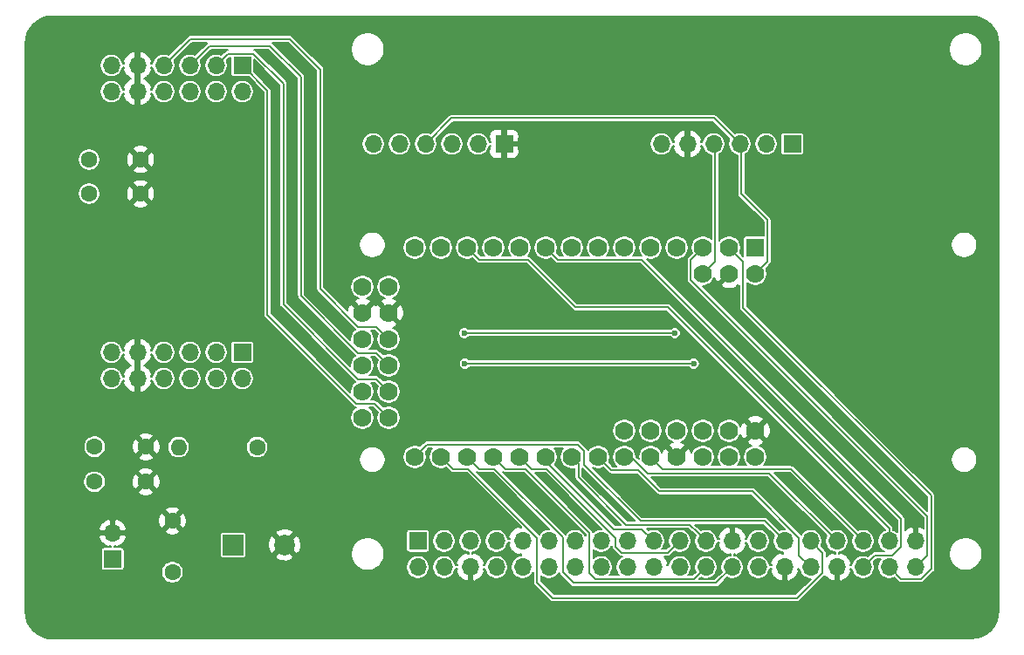
<source format=gbl>
G04 #@! TF.GenerationSoftware,KiCad,Pcbnew,5.1.9-1.fc33*
G04 #@! TF.CreationDate,2021-01-30T11:57:48-05:00*
G04 #@! TF.ProjectId,cyc1000_pidp-11_shim,63796331-3030-4305-9f70-6964702d3131,1*
G04 #@! TF.SameCoordinates,Original*
G04 #@! TF.FileFunction,Copper,L4,Bot*
G04 #@! TF.FilePolarity,Positive*
%FSLAX46Y46*%
G04 Gerber Fmt 4.6, Leading zero omitted, Abs format (unit mm)*
G04 Created by KiCad (PCBNEW 5.1.9-1.fc33) date 2021-01-30 11:57:48*
%MOMM*%
%LPD*%
G01*
G04 APERTURE LIST*
G04 #@! TA.AperFunction,ComponentPad*
%ADD10C,0.600000*%
G04 #@! TD*
G04 #@! TA.AperFunction,ComponentPad*
%ADD11C,1.778000*%
G04 #@! TD*
G04 #@! TA.AperFunction,ComponentPad*
%ADD12R,1.778000X1.778000*%
G04 #@! TD*
G04 #@! TA.AperFunction,ComponentPad*
%ADD13R,1.700000X1.700000*%
G04 #@! TD*
G04 #@! TA.AperFunction,ComponentPad*
%ADD14O,1.700000X1.700000*%
G04 #@! TD*
G04 #@! TA.AperFunction,ComponentPad*
%ADD15R,2.000000X2.000000*%
G04 #@! TD*
G04 #@! TA.AperFunction,ComponentPad*
%ADD16C,2.000000*%
G04 #@! TD*
G04 #@! TA.AperFunction,ComponentPad*
%ADD17C,1.600000*%
G04 #@! TD*
G04 #@! TA.AperFunction,ComponentPad*
%ADD18O,1.600000X1.600000*%
G04 #@! TD*
G04 #@! TA.AperFunction,ViaPad*
%ADD19C,0.600000*%
G04 #@! TD*
G04 #@! TA.AperFunction,Conductor*
%ADD20C,0.200000*%
G04 #@! TD*
G04 #@! TA.AperFunction,Conductor*
%ADD21C,0.160000*%
G04 #@! TD*
G04 #@! TA.AperFunction,Conductor*
%ADD22C,0.150000*%
G04 #@! TD*
G04 APERTURE END LIST*
D10*
X255700000Y-134920000D03*
X256270000Y-133710000D03*
X260260000Y-134890000D03*
X237210000Y-133910000D03*
X240560000Y-133900000D03*
X242860000Y-133960000D03*
X245240000Y-119290000D03*
X245790000Y-126840000D03*
X248240000Y-126860000D03*
X247390000Y-119430000D03*
X242050000Y-114070000D03*
X250740000Y-126840000D03*
X253500000Y-126860000D03*
X255930000Y-126860000D03*
X258360000Y-126860000D03*
X260910000Y-126860000D03*
X250090000Y-115880000D03*
X253500000Y-115830000D03*
X255930000Y-115810000D03*
X258460000Y-115810000D03*
X260860000Y-115830000D03*
X257280000Y-141590000D03*
X265040000Y-141490000D03*
X245640000Y-134170000D03*
X248340000Y-134230000D03*
X250840000Y-134250000D03*
X253360000Y-134200000D03*
X268080000Y-136290000D03*
X264800000Y-134410000D03*
X258370000Y-134590000D03*
X270810000Y-137260000D03*
X223600000Y-147590000D03*
X239640000Y-146970000D03*
X254640000Y-146820000D03*
X271850000Y-146900000D03*
X286080000Y-146820000D03*
X286190000Y-127470000D03*
X276640000Y-117340000D03*
X203470000Y-135100000D03*
X286240000Y-117380000D03*
X286280000Y-101250000D03*
X280200000Y-92850000D03*
X267020000Y-92810000D03*
X252770000Y-92810000D03*
X241230000Y-92810000D03*
X224290000Y-121190000D03*
X223700000Y-123000000D03*
X217330000Y-119460000D03*
X228650000Y-127020000D03*
X228560000Y-124440000D03*
X203730000Y-121730000D03*
X203690000Y-91600000D03*
X203730000Y-106240000D03*
X213000000Y-106240000D03*
X220870000Y-106240000D03*
X228500000Y-121750000D03*
X224580000Y-115010000D03*
X224530000Y-108290000D03*
X224530000Y-101820000D03*
X223860000Y-95500000D03*
X224410000Y-93710000D03*
X226230000Y-99570000D03*
X226230000Y-104670000D03*
X226200000Y-111620000D03*
X228100000Y-118730000D03*
X230710000Y-118860000D03*
X227920000Y-113340000D03*
X227920000Y-107320000D03*
X227950000Y-102230000D03*
X228000000Y-97210000D03*
X226170000Y-92960000D03*
D11*
X268554566Y-111755894D03*
D12*
X271094566Y-111755894D03*
D11*
X266014566Y-111755894D03*
X263474566Y-111755894D03*
X260934566Y-111755894D03*
X258394566Y-111755894D03*
X255854566Y-111755894D03*
X253314566Y-111755894D03*
X250774566Y-111755894D03*
X248234566Y-111755894D03*
X245694566Y-111755894D03*
X243154566Y-111755894D03*
X240614566Y-111755894D03*
X238074566Y-111755894D03*
X271094566Y-114295894D03*
X268554566Y-114295894D03*
X266014566Y-114295894D03*
X271094566Y-129535894D03*
X268554566Y-129535894D03*
X266014566Y-129535894D03*
X263474566Y-129535894D03*
X260934566Y-129535894D03*
X258394566Y-129535894D03*
X271094566Y-132075894D03*
X268554566Y-132075894D03*
X266014566Y-132075894D03*
X263474566Y-132075894D03*
X260934566Y-132075894D03*
X258394566Y-132075894D03*
X255854566Y-132075894D03*
X253314566Y-132075894D03*
X250774566Y-132075894D03*
X248234566Y-132075894D03*
X245694566Y-132075894D03*
X243154566Y-132075894D03*
X240614566Y-132075894D03*
X238074566Y-132075894D03*
X235534566Y-115565894D03*
X235534566Y-118105894D03*
X235534566Y-120645894D03*
X235534566Y-123185894D03*
X235534566Y-125725894D03*
X235534566Y-128265894D03*
X232994566Y-115565894D03*
X232994566Y-118105894D03*
X232994566Y-120645894D03*
X232994566Y-123185894D03*
X232994566Y-125725894D03*
X232994566Y-128265894D03*
D10*
X206250000Y-147740000D03*
D13*
X274680000Y-101700000D03*
D14*
X272140000Y-101700000D03*
X269600000Y-101700000D03*
X267060000Y-101700000D03*
X264520000Y-101700000D03*
X261980000Y-101700000D03*
D13*
X221340000Y-121920000D03*
D14*
X221340000Y-124460000D03*
X218800000Y-121920000D03*
X218800000Y-124460000D03*
X216260000Y-121920000D03*
X216260000Y-124460000D03*
X213720000Y-121920000D03*
X213720000Y-124460000D03*
X211180000Y-121920000D03*
X211180000Y-124460000D03*
X208640000Y-121920000D03*
X208640000Y-124460000D03*
D15*
X220440000Y-140620000D03*
D16*
X225440000Y-140620000D03*
D17*
X214570000Y-143280000D03*
X214570000Y-138280000D03*
D13*
X208780000Y-141980000D03*
D14*
X208780000Y-139440000D03*
D13*
X238370000Y-140230000D03*
D14*
X238370000Y-142770000D03*
X240910000Y-140230000D03*
X240910000Y-142770000D03*
X243450000Y-140230000D03*
X243450000Y-142770000D03*
X245990000Y-140230000D03*
X245990000Y-142770000D03*
X248530000Y-140230000D03*
X248530000Y-142770000D03*
X251070000Y-140230000D03*
X251070000Y-142770000D03*
X253610000Y-140230000D03*
X253610000Y-142770000D03*
X256150000Y-140230000D03*
X256150000Y-142770000D03*
X258690000Y-140230000D03*
X258690000Y-142770000D03*
X261230000Y-140230000D03*
X261230000Y-142770000D03*
X263770000Y-140230000D03*
X263770000Y-142770000D03*
X266310000Y-140230000D03*
X266310000Y-142770000D03*
X268850000Y-140230000D03*
X268850000Y-142770000D03*
X271390000Y-140230000D03*
X271390000Y-142770000D03*
X273930000Y-140230000D03*
X273930000Y-142770000D03*
X276470000Y-140230000D03*
X276470000Y-142770000D03*
X279010000Y-140230000D03*
X279010000Y-142770000D03*
X281550000Y-140230000D03*
X281550000Y-142770000D03*
X284090000Y-140230000D03*
X284090000Y-142770000D03*
X286630000Y-140230000D03*
X286630000Y-142770000D03*
D17*
X222780000Y-131130000D03*
D18*
X215160000Y-131130000D03*
D14*
X208640000Y-96620000D03*
X208640000Y-94080000D03*
X211180000Y-96620000D03*
X211180000Y-94080000D03*
X213720000Y-96620000D03*
X213720000Y-94080000D03*
X216260000Y-96620000D03*
X216260000Y-94080000D03*
X218800000Y-96620000D03*
X218800000Y-94080000D03*
X221340000Y-96620000D03*
D13*
X221340000Y-94080000D03*
D14*
X234040000Y-101700000D03*
X236580000Y-101700000D03*
X239120000Y-101700000D03*
X241660000Y-101700000D03*
X244200000Y-101700000D03*
D13*
X246740000Y-101700000D03*
D17*
X206480000Y-106530000D03*
X211480000Y-106530000D03*
X212010000Y-134480000D03*
X207010000Y-134480000D03*
X206480000Y-103200000D03*
X211480000Y-103200000D03*
X212020000Y-131090000D03*
X207020000Y-131090000D03*
D19*
X242870000Y-120060000D03*
X263300000Y-120060000D03*
X242920000Y-123020000D03*
X265130000Y-123020000D03*
D20*
X267203567Y-113106893D02*
X266014566Y-114295894D01*
X267203567Y-101843567D02*
X267203567Y-113106893D01*
X267060000Y-101700000D02*
X267203567Y-101843567D01*
X242870000Y-120060000D02*
X263300000Y-120060000D01*
X239120000Y-101700000D02*
X241630000Y-99190000D01*
X267090000Y-99190000D02*
X269600000Y-101700000D01*
X241630000Y-99190000D02*
X267090000Y-99190000D01*
X269600000Y-101700000D02*
X269743567Y-101843567D01*
X269743567Y-101843567D02*
X269743567Y-106553567D01*
X272283567Y-113106893D02*
X271094566Y-114295894D01*
X272283567Y-109093567D02*
X272283567Y-113106893D01*
X269743567Y-106553567D02*
X272283567Y-109093567D01*
X242920000Y-123020000D02*
X265130000Y-123020000D01*
X250774566Y-132502568D02*
X257351997Y-139079999D01*
X250774566Y-132075894D02*
X250774566Y-132502568D01*
X260079999Y-139079999D02*
X261230000Y-140230000D01*
X257351997Y-139079999D02*
X260079999Y-139079999D01*
X262619999Y-141380001D02*
X263770000Y-140230000D01*
X258137999Y-141380001D02*
X262619999Y-141380001D01*
X257539999Y-140782001D02*
X258137999Y-141380001D01*
X257539999Y-139917997D02*
X257539999Y-140782001D01*
X250886897Y-133264895D02*
X257539999Y-139917997D01*
X249423567Y-133264895D02*
X250886897Y-133264895D01*
X248234566Y-132075894D02*
X249423567Y-133264895D01*
X265460001Y-139380001D02*
X266310000Y-140230000D01*
X264759988Y-138679988D02*
X265460001Y-139380001D01*
X258571986Y-138679988D02*
X264759988Y-138679988D01*
X253960001Y-134068003D02*
X258571986Y-138679988D01*
X253960001Y-132721329D02*
X253960001Y-134068003D01*
X253314566Y-132075894D02*
X253960001Y-132721329D01*
X265159999Y-143920001D02*
X266310000Y-142770000D01*
X255597999Y-143920001D02*
X265159999Y-143920001D01*
X254999999Y-143322001D02*
X255597999Y-143920001D01*
X254999999Y-139459607D02*
X254999999Y-143322001D01*
X248805287Y-133264895D02*
X254999999Y-139459607D01*
X246883567Y-133264895D02*
X248805287Y-133264895D01*
X245694566Y-132075894D02*
X246883567Y-133264895D01*
X252440000Y-143302002D02*
X253458010Y-144320012D01*
X253458010Y-144320012D02*
X267299988Y-144320012D01*
X252440000Y-139897998D02*
X252440000Y-143302002D01*
X267299988Y-144320012D02*
X268850000Y-142770000D01*
X245806897Y-133264895D02*
X252440000Y-139897998D01*
X244343567Y-133264895D02*
X245806897Y-133264895D01*
X243154566Y-132075894D02*
X244343567Y-133264895D01*
X271979977Y-138279977D02*
X273930000Y-140230000D01*
X259951975Y-138279977D02*
X271979977Y-138279977D01*
X254503567Y-132831569D02*
X259951975Y-138279977D01*
X254503567Y-131505173D02*
X254503567Y-132831569D01*
X253885287Y-130886893D02*
X254503567Y-131505173D01*
X239263567Y-130886893D02*
X253885287Y-130886893D01*
X238074566Y-132075894D02*
X239263567Y-130886893D01*
X243266897Y-133264895D02*
X249919999Y-139917997D01*
X241803567Y-133264895D02*
X243266897Y-133264895D01*
X249919999Y-139917997D02*
X249919999Y-144249999D01*
X240614566Y-132075894D02*
X241803567Y-133264895D01*
X249919999Y-144249999D02*
X251460000Y-145790000D01*
X277620001Y-141380001D02*
X276470000Y-140230000D01*
X277620001Y-143322001D02*
X277620001Y-141380001D01*
X275152002Y-145790000D02*
X277620001Y-143322001D01*
X251460000Y-145790000D02*
X275152002Y-145790000D01*
X257148663Y-133369991D02*
X259775691Y-133369991D01*
X255854566Y-132075894D02*
X257148663Y-133369991D01*
X275319999Y-141619999D02*
X276470000Y-142770000D01*
X275319999Y-139917997D02*
X275319999Y-141619999D01*
X270792002Y-135390000D02*
X275319999Y-139917997D01*
X261795700Y-135390000D02*
X270792002Y-135390000D01*
X259775691Y-133369991D02*
X261795700Y-135390000D01*
X258394566Y-132075894D02*
X259047294Y-132075894D01*
X272444906Y-133664906D02*
X279010000Y-140230000D01*
X260636306Y-133664906D02*
X272444906Y-133664906D01*
X259047294Y-132075894D02*
X260636306Y-133664906D01*
X274584895Y-133264895D02*
X281550000Y-140230000D01*
X262123567Y-133264895D02*
X274584895Y-133264895D01*
X260934566Y-132075894D02*
X262123567Y-133264895D01*
X251963567Y-112944895D02*
X260104895Y-112944895D01*
X250774566Y-111755894D02*
X251963567Y-112944895D01*
X282700001Y-141619999D02*
X281550000Y-142770000D01*
X284402003Y-141619999D02*
X282700001Y-141619999D01*
X285240001Y-140782001D02*
X284402003Y-141619999D01*
X285240001Y-138080001D02*
X285240001Y-140782001D01*
X260104895Y-112944895D02*
X285240001Y-138080001D01*
X284090000Y-139027919D02*
X262622072Y-117559991D01*
X284090000Y-140230000D02*
X284090000Y-139027919D01*
X262622072Y-117559991D02*
X253665691Y-117559991D01*
X253665691Y-117559991D02*
X249050595Y-112944895D01*
X249050595Y-112944895D02*
X244343567Y-112944895D01*
X244343567Y-112944895D02*
X243154566Y-111755894D01*
X269905565Y-113106893D02*
X269905565Y-117575565D01*
X268554566Y-111755894D02*
X269905565Y-113106893D01*
X285240001Y-143920001D02*
X284090000Y-142770000D01*
X287182001Y-143920001D02*
X285240001Y-143920001D01*
X288180012Y-142921990D02*
X287182001Y-143920001D01*
X288180012Y-135850012D02*
X288180012Y-142921990D01*
X269905565Y-117575565D02*
X288180012Y-135850012D01*
X264825565Y-112944895D02*
X266014566Y-111755894D01*
X287780001Y-137821051D02*
X264825565Y-114866615D01*
X264825565Y-114866615D02*
X264825565Y-112944895D01*
X287780001Y-141619999D02*
X287780001Y-137821051D01*
X286630000Y-142770000D02*
X287780001Y-141619999D01*
X232423845Y-126914895D02*
X223790000Y-118281050D01*
X234183567Y-126914895D02*
X232423845Y-126914895D01*
X235534566Y-128265894D02*
X234183567Y-126914895D01*
X223790000Y-96530000D02*
X221340000Y-94080000D01*
X223790000Y-118281050D02*
X223790000Y-96530000D01*
X232585843Y-124536893D02*
X225330000Y-117281050D01*
X234345565Y-124536893D02*
X232585843Y-124536893D01*
X235534566Y-125725894D02*
X234345565Y-124536893D01*
X219950001Y-92929999D02*
X218800000Y-94080000D01*
X222430001Y-92929999D02*
X219950001Y-92929999D01*
X225330000Y-95829998D02*
X222430001Y-92929999D01*
X225330000Y-117281050D02*
X225330000Y-95829998D01*
X234345565Y-121996893D02*
X235534566Y-123185894D01*
X232585843Y-121996893D02*
X234345565Y-121996893D01*
X227050000Y-116461050D02*
X232585843Y-121996893D01*
X224030000Y-92170000D02*
X227050000Y-95190000D01*
X218170000Y-92170000D02*
X224030000Y-92170000D01*
X227050000Y-95190000D02*
X227050000Y-116461050D01*
X216260000Y-94080000D02*
X218170000Y-92170000D01*
X232585843Y-119456893D02*
X228900000Y-115771050D01*
X234345565Y-119456893D02*
X232585843Y-119456893D01*
X235534566Y-120645894D02*
X234345565Y-119456893D01*
X228900000Y-115771050D02*
X228900000Y-94460000D01*
X228900000Y-94460000D02*
X225930000Y-91490000D01*
X216310000Y-91490000D02*
X213720000Y-94080000D01*
X225930000Y-91490000D02*
X216310000Y-91490000D01*
D21*
X292526104Y-89342976D02*
X293032171Y-89495766D01*
X293498920Y-89743940D01*
X293908578Y-90078049D01*
X294245540Y-90485366D01*
X294496965Y-90950369D01*
X294653288Y-91455363D01*
X294709980Y-91994757D01*
X294710001Y-92000724D01*
X294710000Y-146985816D01*
X294657024Y-147526104D01*
X294504234Y-148032171D01*
X294256058Y-148498921D01*
X293921949Y-148908580D01*
X293514634Y-149245540D01*
X293049630Y-149496966D01*
X292544638Y-149653288D01*
X292005243Y-149709980D01*
X291999563Y-149710000D01*
X203014184Y-149710000D01*
X202473896Y-149657024D01*
X201967829Y-149504234D01*
X201501079Y-149256058D01*
X201091420Y-148921949D01*
X200754460Y-148514634D01*
X200503034Y-148049630D01*
X200346712Y-147544638D01*
X200290020Y-147005243D01*
X200290000Y-146999563D01*
X200290000Y-143173629D01*
X213490000Y-143173629D01*
X213490000Y-143386371D01*
X213531503Y-143595024D01*
X213612916Y-143791572D01*
X213731109Y-143968460D01*
X213881540Y-144118891D01*
X214058428Y-144237084D01*
X214254976Y-144318497D01*
X214463629Y-144360000D01*
X214676371Y-144360000D01*
X214885024Y-144318497D01*
X215081572Y-144237084D01*
X215258460Y-144118891D01*
X215408891Y-143968460D01*
X215527084Y-143791572D01*
X215608497Y-143595024D01*
X215650000Y-143386371D01*
X215650000Y-143173629D01*
X215608497Y-142964976D01*
X215527084Y-142768428D01*
X215408891Y-142591540D01*
X215258460Y-142441109D01*
X215081572Y-142322916D01*
X214885024Y-142241503D01*
X214676371Y-142200000D01*
X214463629Y-142200000D01*
X214254976Y-142241503D01*
X214058428Y-142322916D01*
X213881540Y-142441109D01*
X213731109Y-142591540D01*
X213612916Y-142768428D01*
X213531503Y-142964976D01*
X213490000Y-143173629D01*
X200290000Y-143173629D01*
X200290000Y-139835158D01*
X207397360Y-139835158D01*
X207410833Y-139879594D01*
X207522902Y-140138259D01*
X207683280Y-140370090D01*
X207885805Y-140566178D01*
X208122693Y-140718988D01*
X208384841Y-140822647D01*
X208605998Y-140720442D01*
X208605998Y-140848646D01*
X207930000Y-140848646D01*
X207875111Y-140854052D01*
X207822330Y-140870063D01*
X207773688Y-140896063D01*
X207731053Y-140931053D01*
X207696063Y-140973688D01*
X207670063Y-141022330D01*
X207654052Y-141075111D01*
X207648646Y-141130000D01*
X207648646Y-142830000D01*
X207654052Y-142884889D01*
X207670063Y-142937670D01*
X207696063Y-142986312D01*
X207731053Y-143028947D01*
X207773688Y-143063937D01*
X207822330Y-143089937D01*
X207875111Y-143105948D01*
X207930000Y-143111354D01*
X209630000Y-143111354D01*
X209684889Y-143105948D01*
X209737670Y-143089937D01*
X209786312Y-143063937D01*
X209828947Y-143028947D01*
X209863937Y-142986312D01*
X209889937Y-142937670D01*
X209905948Y-142884889D01*
X209911354Y-142830000D01*
X209911354Y-141130000D01*
X209905948Y-141075111D01*
X209889937Y-141022330D01*
X209863937Y-140973688D01*
X209828947Y-140931053D01*
X209786312Y-140896063D01*
X209737670Y-140870063D01*
X209684889Y-140854052D01*
X209630000Y-140848646D01*
X208954002Y-140848646D01*
X208954002Y-140720442D01*
X209175159Y-140822647D01*
X209437307Y-140718988D01*
X209674195Y-140566178D01*
X209876720Y-140370090D01*
X210037098Y-140138259D01*
X210149167Y-139879594D01*
X210162640Y-139835158D01*
X210059220Y-139614000D01*
X208954000Y-139614000D01*
X208954000Y-139634000D01*
X208606000Y-139634000D01*
X208606000Y-139614000D01*
X207500780Y-139614000D01*
X207397360Y-139835158D01*
X200290000Y-139835158D01*
X200290000Y-139276684D01*
X213819389Y-139276684D01*
X213897380Y-139501808D01*
X214148668Y-139609553D01*
X214416146Y-139666204D01*
X214689538Y-139669584D01*
X214955981Y-139620000D01*
X219158646Y-139620000D01*
X219158646Y-141620000D01*
X219164052Y-141674889D01*
X219180063Y-141727670D01*
X219206063Y-141776312D01*
X219241053Y-141818947D01*
X219283688Y-141853937D01*
X219332330Y-141879937D01*
X219385111Y-141895948D01*
X219440000Y-141901354D01*
X221440000Y-141901354D01*
X221494889Y-141895948D01*
X221547670Y-141879937D01*
X221596312Y-141853937D01*
X221638947Y-141818947D01*
X221673937Y-141776312D01*
X221682658Y-141759995D01*
X224546078Y-141759995D01*
X224648442Y-142005512D01*
X224933951Y-142133315D01*
X225238908Y-142202962D01*
X225551592Y-142211777D01*
X225859988Y-142159422D01*
X226152245Y-142047906D01*
X226231558Y-142005512D01*
X226333922Y-141759995D01*
X225440000Y-140866073D01*
X224546078Y-141759995D01*
X221682658Y-141759995D01*
X221699937Y-141727670D01*
X221715948Y-141674889D01*
X221721354Y-141620000D01*
X221721354Y-140731592D01*
X223848223Y-140731592D01*
X223900578Y-141039988D01*
X224012094Y-141332245D01*
X224054488Y-141411558D01*
X224300005Y-141513922D01*
X225193927Y-140620000D01*
X225686073Y-140620000D01*
X226579995Y-141513922D01*
X226825512Y-141411558D01*
X226857785Y-141339459D01*
X231870000Y-141339459D01*
X231870000Y-141660541D01*
X231932640Y-141975453D01*
X232055513Y-142272095D01*
X232233896Y-142539065D01*
X232460935Y-142766104D01*
X232727905Y-142944487D01*
X233024547Y-143067360D01*
X233339459Y-143130000D01*
X233660541Y-143130000D01*
X233975453Y-143067360D01*
X234272095Y-142944487D01*
X234539065Y-142766104D01*
X234646464Y-142658705D01*
X237240000Y-142658705D01*
X237240000Y-142881295D01*
X237283425Y-143099609D01*
X237368607Y-143305256D01*
X237492271Y-143490333D01*
X237649667Y-143647729D01*
X237834744Y-143771393D01*
X238040391Y-143856575D01*
X238258705Y-143900000D01*
X238481295Y-143900000D01*
X238699609Y-143856575D01*
X238905256Y-143771393D01*
X239090333Y-143647729D01*
X239247729Y-143490333D01*
X239371393Y-143305256D01*
X239456575Y-143099609D01*
X239500000Y-142881295D01*
X239500000Y-142658705D01*
X239780000Y-142658705D01*
X239780000Y-142881295D01*
X239823425Y-143099609D01*
X239908607Y-143305256D01*
X240032271Y-143490333D01*
X240189667Y-143647729D01*
X240374744Y-143771393D01*
X240580391Y-143856575D01*
X240798705Y-143900000D01*
X241021295Y-143900000D01*
X241239609Y-143856575D01*
X241445256Y-143771393D01*
X241630333Y-143647729D01*
X241787729Y-143490333D01*
X241911393Y-143305256D01*
X241996575Y-143099609D01*
X242027527Y-142944002D01*
X242169558Y-142944002D01*
X242067353Y-143165159D01*
X242171012Y-143427307D01*
X242323822Y-143664195D01*
X242519910Y-143866720D01*
X242751741Y-144027098D01*
X243010406Y-144139167D01*
X243054842Y-144152640D01*
X243276000Y-144049220D01*
X243276000Y-142944000D01*
X243256000Y-142944000D01*
X243256000Y-142596000D01*
X243276000Y-142596000D01*
X243276000Y-142576000D01*
X243624000Y-142576000D01*
X243624000Y-142596000D01*
X243644000Y-142596000D01*
X243644000Y-142944000D01*
X243624000Y-142944000D01*
X243624000Y-144049220D01*
X243845158Y-144152640D01*
X243889594Y-144139167D01*
X244148259Y-144027098D01*
X244380090Y-143866720D01*
X244576178Y-143664195D01*
X244728988Y-143427307D01*
X244832647Y-143165159D01*
X244730442Y-142944002D01*
X244872473Y-142944002D01*
X244903425Y-143099609D01*
X244988607Y-143305256D01*
X245112271Y-143490333D01*
X245269667Y-143647729D01*
X245454744Y-143771393D01*
X245660391Y-143856575D01*
X245878705Y-143900000D01*
X246101295Y-143900000D01*
X246319609Y-143856575D01*
X246525256Y-143771393D01*
X246710333Y-143647729D01*
X246867729Y-143490333D01*
X246991393Y-143305256D01*
X247076575Y-143099609D01*
X247120000Y-142881295D01*
X247120000Y-142658705D01*
X247076575Y-142440391D01*
X246991393Y-142234744D01*
X246867729Y-142049667D01*
X246710333Y-141892271D01*
X246525256Y-141768607D01*
X246319609Y-141683425D01*
X246101295Y-141640000D01*
X245878705Y-141640000D01*
X245660391Y-141683425D01*
X245454744Y-141768607D01*
X245269667Y-141892271D01*
X245112271Y-142049667D01*
X244988607Y-142234744D01*
X244903425Y-142440391D01*
X244872473Y-142595998D01*
X244730442Y-142595998D01*
X244832647Y-142374841D01*
X244728988Y-142112693D01*
X244576178Y-141875805D01*
X244380090Y-141673280D01*
X244148259Y-141512902D01*
X243889594Y-141400833D01*
X243845158Y-141387360D01*
X243624002Y-141490779D01*
X243624002Y-141347527D01*
X243779609Y-141316575D01*
X243985256Y-141231393D01*
X244170333Y-141107729D01*
X244327729Y-140950333D01*
X244451393Y-140765256D01*
X244536575Y-140559609D01*
X244580000Y-140341295D01*
X244580000Y-140118705D01*
X244536575Y-139900391D01*
X244451393Y-139694744D01*
X244327729Y-139509667D01*
X244170333Y-139352271D01*
X243985256Y-139228607D01*
X243779609Y-139143425D01*
X243561295Y-139100000D01*
X243338705Y-139100000D01*
X243120391Y-139143425D01*
X242914744Y-139228607D01*
X242729667Y-139352271D01*
X242572271Y-139509667D01*
X242448607Y-139694744D01*
X242363425Y-139900391D01*
X242320000Y-140118705D01*
X242320000Y-140341295D01*
X242363425Y-140559609D01*
X242448607Y-140765256D01*
X242572271Y-140950333D01*
X242729667Y-141107729D01*
X242914744Y-141231393D01*
X243120391Y-141316575D01*
X243275998Y-141347527D01*
X243275998Y-141490779D01*
X243054842Y-141387360D01*
X243010406Y-141400833D01*
X242751741Y-141512902D01*
X242519910Y-141673280D01*
X242323822Y-141875805D01*
X242171012Y-142112693D01*
X242067353Y-142374841D01*
X242169558Y-142595998D01*
X242027527Y-142595998D01*
X241996575Y-142440391D01*
X241911393Y-142234744D01*
X241787729Y-142049667D01*
X241630333Y-141892271D01*
X241445256Y-141768607D01*
X241239609Y-141683425D01*
X241021295Y-141640000D01*
X240798705Y-141640000D01*
X240580391Y-141683425D01*
X240374744Y-141768607D01*
X240189667Y-141892271D01*
X240032271Y-142049667D01*
X239908607Y-142234744D01*
X239823425Y-142440391D01*
X239780000Y-142658705D01*
X239500000Y-142658705D01*
X239456575Y-142440391D01*
X239371393Y-142234744D01*
X239247729Y-142049667D01*
X239090333Y-141892271D01*
X238905256Y-141768607D01*
X238699609Y-141683425D01*
X238481295Y-141640000D01*
X238258705Y-141640000D01*
X238040391Y-141683425D01*
X237834744Y-141768607D01*
X237649667Y-141892271D01*
X237492271Y-142049667D01*
X237368607Y-142234744D01*
X237283425Y-142440391D01*
X237240000Y-142658705D01*
X234646464Y-142658705D01*
X234766104Y-142539065D01*
X234944487Y-142272095D01*
X235067360Y-141975453D01*
X235130000Y-141660541D01*
X235130000Y-141339459D01*
X235067360Y-141024547D01*
X234944487Y-140727905D01*
X234766104Y-140460935D01*
X234539065Y-140233896D01*
X234272095Y-140055513D01*
X233975453Y-139932640D01*
X233660541Y-139870000D01*
X233339459Y-139870000D01*
X233024547Y-139932640D01*
X232727905Y-140055513D01*
X232460935Y-140233896D01*
X232233896Y-140460935D01*
X232055513Y-140727905D01*
X231932640Y-141024547D01*
X231870000Y-141339459D01*
X226857785Y-141339459D01*
X226953315Y-141126049D01*
X227022962Y-140821092D01*
X227031777Y-140508408D01*
X226979422Y-140200012D01*
X226867906Y-139907755D01*
X226825512Y-139828442D01*
X226579995Y-139726078D01*
X225686073Y-140620000D01*
X225193927Y-140620000D01*
X224300005Y-139726078D01*
X224054488Y-139828442D01*
X223926685Y-140113951D01*
X223857038Y-140418908D01*
X223848223Y-140731592D01*
X221721354Y-140731592D01*
X221721354Y-139620000D01*
X221715948Y-139565111D01*
X221699937Y-139512330D01*
X221682659Y-139480005D01*
X224546078Y-139480005D01*
X225440000Y-140373927D01*
X226333922Y-139480005D01*
X226292227Y-139380000D01*
X237238646Y-139380000D01*
X237238646Y-141080000D01*
X237244052Y-141134889D01*
X237260063Y-141187670D01*
X237286063Y-141236312D01*
X237321053Y-141278947D01*
X237363688Y-141313937D01*
X237412330Y-141339937D01*
X237465111Y-141355948D01*
X237520000Y-141361354D01*
X239220000Y-141361354D01*
X239274889Y-141355948D01*
X239327670Y-141339937D01*
X239376312Y-141313937D01*
X239418947Y-141278947D01*
X239453937Y-141236312D01*
X239479937Y-141187670D01*
X239495948Y-141134889D01*
X239501354Y-141080000D01*
X239501354Y-140118705D01*
X239780000Y-140118705D01*
X239780000Y-140341295D01*
X239823425Y-140559609D01*
X239908607Y-140765256D01*
X240032271Y-140950333D01*
X240189667Y-141107729D01*
X240374744Y-141231393D01*
X240580391Y-141316575D01*
X240798705Y-141360000D01*
X241021295Y-141360000D01*
X241239609Y-141316575D01*
X241445256Y-141231393D01*
X241630333Y-141107729D01*
X241787729Y-140950333D01*
X241911393Y-140765256D01*
X241996575Y-140559609D01*
X242040000Y-140341295D01*
X242040000Y-140118705D01*
X241996575Y-139900391D01*
X241911393Y-139694744D01*
X241787729Y-139509667D01*
X241630333Y-139352271D01*
X241445256Y-139228607D01*
X241239609Y-139143425D01*
X241021295Y-139100000D01*
X240798705Y-139100000D01*
X240580391Y-139143425D01*
X240374744Y-139228607D01*
X240189667Y-139352271D01*
X240032271Y-139509667D01*
X239908607Y-139694744D01*
X239823425Y-139900391D01*
X239780000Y-140118705D01*
X239501354Y-140118705D01*
X239501354Y-139380000D01*
X239495948Y-139325111D01*
X239479937Y-139272330D01*
X239453937Y-139223688D01*
X239418947Y-139181053D01*
X239376312Y-139146063D01*
X239327670Y-139120063D01*
X239274889Y-139104052D01*
X239220000Y-139098646D01*
X237520000Y-139098646D01*
X237465111Y-139104052D01*
X237412330Y-139120063D01*
X237363688Y-139146063D01*
X237321053Y-139181053D01*
X237286063Y-139223688D01*
X237260063Y-139272330D01*
X237244052Y-139325111D01*
X237238646Y-139380000D01*
X226292227Y-139380000D01*
X226231558Y-139234488D01*
X225946049Y-139106685D01*
X225641092Y-139037038D01*
X225328408Y-139028223D01*
X225020012Y-139080578D01*
X224727755Y-139192094D01*
X224648442Y-139234488D01*
X224546078Y-139480005D01*
X221682659Y-139480005D01*
X221673937Y-139463688D01*
X221638947Y-139421053D01*
X221596312Y-139386063D01*
X221547670Y-139360063D01*
X221494889Y-139344052D01*
X221440000Y-139338646D01*
X219440000Y-139338646D01*
X219385111Y-139344052D01*
X219332330Y-139360063D01*
X219283688Y-139386063D01*
X219241053Y-139421053D01*
X219206063Y-139463688D01*
X219180063Y-139512330D01*
X219164052Y-139565111D01*
X219158646Y-139620000D01*
X214955981Y-139620000D01*
X214958335Y-139619562D01*
X215212209Y-139518063D01*
X215242620Y-139501808D01*
X215320611Y-139276684D01*
X214570000Y-138526073D01*
X213819389Y-139276684D01*
X200290000Y-139276684D01*
X200290000Y-139044842D01*
X207397360Y-139044842D01*
X207500780Y-139266000D01*
X208606000Y-139266000D01*
X208606000Y-138159559D01*
X208954000Y-138159559D01*
X208954000Y-139266000D01*
X210059220Y-139266000D01*
X210162640Y-139044842D01*
X210149167Y-139000406D01*
X210037098Y-138741741D01*
X209876720Y-138509910D01*
X209762725Y-138399538D01*
X213180416Y-138399538D01*
X213230438Y-138668335D01*
X213331937Y-138922209D01*
X213348192Y-138952620D01*
X213573316Y-139030611D01*
X214323927Y-138280000D01*
X214816073Y-138280000D01*
X215566684Y-139030611D01*
X215791808Y-138952620D01*
X215899553Y-138701332D01*
X215956204Y-138433854D01*
X215959584Y-138160462D01*
X215909562Y-137891665D01*
X215808063Y-137637791D01*
X215791808Y-137607380D01*
X215566684Y-137529389D01*
X214816073Y-138280000D01*
X214323927Y-138280000D01*
X213573316Y-137529389D01*
X213348192Y-137607380D01*
X213240447Y-137858668D01*
X213183796Y-138126146D01*
X213180416Y-138399538D01*
X209762725Y-138399538D01*
X209674195Y-138313822D01*
X209437307Y-138161012D01*
X209175159Y-138057353D01*
X208954000Y-138159559D01*
X208606000Y-138159559D01*
X208384841Y-138057353D01*
X208122693Y-138161012D01*
X207885805Y-138313822D01*
X207683280Y-138509910D01*
X207522902Y-138741741D01*
X207410833Y-139000406D01*
X207397360Y-139044842D01*
X200290000Y-139044842D01*
X200290000Y-137283316D01*
X213819389Y-137283316D01*
X214570000Y-138033927D01*
X215320611Y-137283316D01*
X215242620Y-137058192D01*
X214991332Y-136950447D01*
X214723854Y-136893796D01*
X214450462Y-136890416D01*
X214181665Y-136940438D01*
X213927791Y-137041937D01*
X213897380Y-137058192D01*
X213819389Y-137283316D01*
X200290000Y-137283316D01*
X200290000Y-134373629D01*
X205930000Y-134373629D01*
X205930000Y-134586371D01*
X205971503Y-134795024D01*
X206052916Y-134991572D01*
X206171109Y-135168460D01*
X206321540Y-135318891D01*
X206498428Y-135437084D01*
X206694976Y-135518497D01*
X206903629Y-135560000D01*
X207116371Y-135560000D01*
X207325024Y-135518497D01*
X207425969Y-135476684D01*
X211259389Y-135476684D01*
X211337380Y-135701808D01*
X211588668Y-135809553D01*
X211856146Y-135866204D01*
X212129538Y-135869584D01*
X212398335Y-135819562D01*
X212652209Y-135718063D01*
X212682620Y-135701808D01*
X212760611Y-135476684D01*
X212010000Y-134726073D01*
X211259389Y-135476684D01*
X207425969Y-135476684D01*
X207521572Y-135437084D01*
X207698460Y-135318891D01*
X207848891Y-135168460D01*
X207967084Y-134991572D01*
X208048497Y-134795024D01*
X208087380Y-134599538D01*
X210620416Y-134599538D01*
X210670438Y-134868335D01*
X210771937Y-135122209D01*
X210788192Y-135152620D01*
X211013316Y-135230611D01*
X211763927Y-134480000D01*
X212256073Y-134480000D01*
X213006684Y-135230611D01*
X213231808Y-135152620D01*
X213339553Y-134901332D01*
X213396204Y-134633854D01*
X213399584Y-134360462D01*
X213349562Y-134091665D01*
X213248063Y-133837791D01*
X213231808Y-133807380D01*
X213006684Y-133729389D01*
X212256073Y-134480000D01*
X211763927Y-134480000D01*
X211013316Y-133729389D01*
X210788192Y-133807380D01*
X210680447Y-134058668D01*
X210623796Y-134326146D01*
X210620416Y-134599538D01*
X208087380Y-134599538D01*
X208090000Y-134586371D01*
X208090000Y-134373629D01*
X208048497Y-134164976D01*
X207967084Y-133968428D01*
X207848891Y-133791540D01*
X207698460Y-133641109D01*
X207521572Y-133522916D01*
X207425970Y-133483316D01*
X211259389Y-133483316D01*
X212010000Y-134233927D01*
X212760611Y-133483316D01*
X212682620Y-133258192D01*
X212431332Y-133150447D01*
X212163854Y-133093796D01*
X211890462Y-133090416D01*
X211621665Y-133140438D01*
X211367791Y-133241937D01*
X211337380Y-133258192D01*
X211259389Y-133483316D01*
X207425970Y-133483316D01*
X207325024Y-133441503D01*
X207116371Y-133400000D01*
X206903629Y-133400000D01*
X206694976Y-133441503D01*
X206498428Y-133522916D01*
X206321540Y-133641109D01*
X206171109Y-133791540D01*
X206052916Y-133968428D01*
X205971503Y-134164976D01*
X205930000Y-134373629D01*
X200290000Y-134373629D01*
X200290000Y-130983629D01*
X205940000Y-130983629D01*
X205940000Y-131196371D01*
X205981503Y-131405024D01*
X206062916Y-131601572D01*
X206181109Y-131778460D01*
X206331540Y-131928891D01*
X206508428Y-132047084D01*
X206704976Y-132128497D01*
X206913629Y-132170000D01*
X207126371Y-132170000D01*
X207335024Y-132128497D01*
X207435969Y-132086684D01*
X211269389Y-132086684D01*
X211347380Y-132311808D01*
X211598668Y-132419553D01*
X211866146Y-132476204D01*
X212139538Y-132479584D01*
X212408335Y-132429562D01*
X212662209Y-132328063D01*
X212692620Y-132311808D01*
X212726421Y-132214239D01*
X232679766Y-132214239D01*
X232679766Y-132466377D01*
X232728956Y-132713670D01*
X232825445Y-132946615D01*
X232965525Y-133156260D01*
X233143814Y-133334549D01*
X233353459Y-133474629D01*
X233586404Y-133571118D01*
X233833697Y-133620308D01*
X234085835Y-133620308D01*
X234333128Y-133571118D01*
X234566073Y-133474629D01*
X234775718Y-133334549D01*
X234954007Y-133156260D01*
X235094087Y-132946615D01*
X235190576Y-132713670D01*
X235239766Y-132466377D01*
X235239766Y-132214239D01*
X235190576Y-131966946D01*
X235188013Y-131960758D01*
X236905566Y-131960758D01*
X236905566Y-132191030D01*
X236950490Y-132416879D01*
X237038612Y-132629623D01*
X237166545Y-132821088D01*
X237329372Y-132983915D01*
X237520837Y-133111848D01*
X237733581Y-133199970D01*
X237959430Y-133244894D01*
X238189702Y-133244894D01*
X238415551Y-133199970D01*
X238628295Y-133111848D01*
X238819760Y-132983915D01*
X238982587Y-132821088D01*
X239110520Y-132629623D01*
X239198642Y-132416879D01*
X239243566Y-132191030D01*
X239243566Y-131960758D01*
X239198642Y-131734909D01*
X239126681Y-131561180D01*
X239420968Y-131266893D01*
X239770352Y-131266893D01*
X239706545Y-131330700D01*
X239578612Y-131522165D01*
X239490490Y-131734909D01*
X239445566Y-131960758D01*
X239445566Y-132191030D01*
X239490490Y-132416879D01*
X239578612Y-132629623D01*
X239706545Y-132821088D01*
X239869372Y-132983915D01*
X240060837Y-133111848D01*
X240273581Y-133199970D01*
X240499430Y-133244894D01*
X240729702Y-133244894D01*
X240955551Y-133199970D01*
X241129280Y-133128009D01*
X241521671Y-133520400D01*
X241533567Y-133534895D01*
X241591429Y-133582382D01*
X241657444Y-133617667D01*
X241707344Y-133632804D01*
X241729073Y-133639396D01*
X241735115Y-133639991D01*
X241784906Y-133644895D01*
X241784912Y-133644895D01*
X241803566Y-133646732D01*
X241822220Y-133644895D01*
X243109497Y-133644895D01*
X248355998Y-138891397D01*
X248355998Y-138950779D01*
X248134842Y-138847360D01*
X248090406Y-138860833D01*
X247831741Y-138972902D01*
X247599910Y-139133280D01*
X247403822Y-139335805D01*
X247251012Y-139572693D01*
X247147353Y-139834841D01*
X247249558Y-140055998D01*
X247107527Y-140055998D01*
X247076575Y-139900391D01*
X246991393Y-139694744D01*
X246867729Y-139509667D01*
X246710333Y-139352271D01*
X246525256Y-139228607D01*
X246319609Y-139143425D01*
X246101295Y-139100000D01*
X245878705Y-139100000D01*
X245660391Y-139143425D01*
X245454744Y-139228607D01*
X245269667Y-139352271D01*
X245112271Y-139509667D01*
X244988607Y-139694744D01*
X244903425Y-139900391D01*
X244860000Y-140118705D01*
X244860000Y-140341295D01*
X244903425Y-140559609D01*
X244988607Y-140765256D01*
X245112271Y-140950333D01*
X245269667Y-141107729D01*
X245454744Y-141231393D01*
X245660391Y-141316575D01*
X245878705Y-141360000D01*
X246101295Y-141360000D01*
X246319609Y-141316575D01*
X246525256Y-141231393D01*
X246710333Y-141107729D01*
X246867729Y-140950333D01*
X246991393Y-140765256D01*
X247076575Y-140559609D01*
X247107527Y-140404002D01*
X247249558Y-140404002D01*
X247147353Y-140625159D01*
X247251012Y-140887307D01*
X247403822Y-141124195D01*
X247599910Y-141326720D01*
X247831741Y-141487098D01*
X248090406Y-141599167D01*
X248134842Y-141612640D01*
X248355998Y-141509221D01*
X248355998Y-141652473D01*
X248200391Y-141683425D01*
X247994744Y-141768607D01*
X247809667Y-141892271D01*
X247652271Y-142049667D01*
X247528607Y-142234744D01*
X247443425Y-142440391D01*
X247400000Y-142658705D01*
X247400000Y-142881295D01*
X247443425Y-143099609D01*
X247528607Y-143305256D01*
X247652271Y-143490333D01*
X247809667Y-143647729D01*
X247994744Y-143771393D01*
X248200391Y-143856575D01*
X248418705Y-143900000D01*
X248641295Y-143900000D01*
X248859609Y-143856575D01*
X249065256Y-143771393D01*
X249250333Y-143647729D01*
X249407729Y-143490333D01*
X249531393Y-143305256D01*
X249540000Y-143284477D01*
X249540000Y-144231335D01*
X249538162Y-144249999D01*
X249545498Y-144324491D01*
X249567227Y-144396121D01*
X249567228Y-144396122D01*
X249602513Y-144462137D01*
X249650000Y-144519999D01*
X249664495Y-144531895D01*
X251178104Y-146045505D01*
X251190000Y-146060000D01*
X251247862Y-146107487D01*
X251313877Y-146142772D01*
X251363777Y-146157909D01*
X251385506Y-146164501D01*
X251393169Y-146165256D01*
X251441339Y-146170000D01*
X251441345Y-146170000D01*
X251459999Y-146171837D01*
X251478653Y-146170000D01*
X275133349Y-146170000D01*
X275152002Y-146171837D01*
X275170655Y-146170000D01*
X275170663Y-146170000D01*
X275226495Y-146164501D01*
X275298125Y-146142772D01*
X275364140Y-146107487D01*
X275422002Y-146060000D01*
X275433902Y-146045500D01*
X277856917Y-143622487D01*
X277883822Y-143664195D01*
X278079910Y-143866720D01*
X278311741Y-144027098D01*
X278570406Y-144139167D01*
X278614842Y-144152640D01*
X278836000Y-144049220D01*
X278836000Y-142944000D01*
X278816000Y-142944000D01*
X278816000Y-142596000D01*
X278836000Y-142596000D01*
X278836000Y-142576000D01*
X279184000Y-142576000D01*
X279184000Y-142596000D01*
X279204000Y-142596000D01*
X279204000Y-142944000D01*
X279184000Y-142944000D01*
X279184000Y-144049220D01*
X279405158Y-144152640D01*
X279449594Y-144139167D01*
X279708259Y-144027098D01*
X279940090Y-143866720D01*
X280136178Y-143664195D01*
X280288988Y-143427307D01*
X280392647Y-143165159D01*
X280290442Y-142944002D01*
X280432473Y-142944002D01*
X280463425Y-143099609D01*
X280548607Y-143305256D01*
X280672271Y-143490333D01*
X280829667Y-143647729D01*
X281014744Y-143771393D01*
X281220391Y-143856575D01*
X281438705Y-143900000D01*
X281661295Y-143900000D01*
X281879609Y-143856575D01*
X282085256Y-143771393D01*
X282270333Y-143647729D01*
X282427729Y-143490333D01*
X282551393Y-143305256D01*
X282636575Y-143099609D01*
X282680000Y-142881295D01*
X282680000Y-142658705D01*
X282636575Y-142440391D01*
X282572266Y-142285135D01*
X282857402Y-141999999D01*
X283261939Y-141999999D01*
X283212271Y-142049667D01*
X283088607Y-142234744D01*
X283003425Y-142440391D01*
X282960000Y-142658705D01*
X282960000Y-142881295D01*
X283003425Y-143099609D01*
X283088607Y-143305256D01*
X283212271Y-143490333D01*
X283369667Y-143647729D01*
X283554744Y-143771393D01*
X283760391Y-143856575D01*
X283978705Y-143900000D01*
X284201295Y-143900000D01*
X284419609Y-143856575D01*
X284574865Y-143792266D01*
X284958105Y-144175506D01*
X284970001Y-144190001D01*
X285027863Y-144237488D01*
X285086183Y-144268660D01*
X285093878Y-144272773D01*
X285165507Y-144294502D01*
X285173170Y-144295257D01*
X285221340Y-144300001D01*
X285221346Y-144300001D01*
X285240000Y-144301838D01*
X285258654Y-144300001D01*
X287163348Y-144300001D01*
X287182001Y-144301838D01*
X287200654Y-144300001D01*
X287200662Y-144300001D01*
X287256494Y-144294502D01*
X287328124Y-144272773D01*
X287394139Y-144237488D01*
X287452001Y-144190001D01*
X287463901Y-144175501D01*
X288435523Y-143203881D01*
X288450012Y-143191990D01*
X288461903Y-143177501D01*
X288461908Y-143177496D01*
X288482965Y-143151837D01*
X288497499Y-143134128D01*
X288532784Y-143068113D01*
X288554513Y-142996483D01*
X288560012Y-142940651D01*
X288560012Y-142940644D01*
X288561849Y-142921990D01*
X288560012Y-142903336D01*
X288560012Y-141339459D01*
X289870000Y-141339459D01*
X289870000Y-141660541D01*
X289932640Y-141975453D01*
X290055513Y-142272095D01*
X290233896Y-142539065D01*
X290460935Y-142766104D01*
X290727905Y-142944487D01*
X291024547Y-143067360D01*
X291339459Y-143130000D01*
X291660541Y-143130000D01*
X291975453Y-143067360D01*
X292272095Y-142944487D01*
X292539065Y-142766104D01*
X292766104Y-142539065D01*
X292944487Y-142272095D01*
X293067360Y-141975453D01*
X293130000Y-141660541D01*
X293130000Y-141339459D01*
X293067360Y-141024547D01*
X292944487Y-140727905D01*
X292766104Y-140460935D01*
X292539065Y-140233896D01*
X292272095Y-140055513D01*
X291975453Y-139932640D01*
X291660541Y-139870000D01*
X291339459Y-139870000D01*
X291024547Y-139932640D01*
X290727905Y-140055513D01*
X290460935Y-140233896D01*
X290233896Y-140460935D01*
X290055513Y-140727905D01*
X289932640Y-141024547D01*
X289870000Y-141339459D01*
X288560012Y-141339459D01*
X288560012Y-135868666D01*
X288561849Y-135850012D01*
X288560012Y-135831358D01*
X288560012Y-135831351D01*
X288554513Y-135775519D01*
X288532784Y-135703889D01*
X288497499Y-135637874D01*
X288468170Y-135602137D01*
X288461908Y-135594506D01*
X288461903Y-135594501D01*
X288450012Y-135580012D01*
X288435524Y-135568122D01*
X285081641Y-132214239D01*
X290058366Y-132214239D01*
X290058366Y-132466377D01*
X290107556Y-132713670D01*
X290204045Y-132946615D01*
X290344125Y-133156260D01*
X290522414Y-133334549D01*
X290732059Y-133474629D01*
X290965004Y-133571118D01*
X291212297Y-133620308D01*
X291464435Y-133620308D01*
X291711728Y-133571118D01*
X291944673Y-133474629D01*
X292154318Y-133334549D01*
X292332607Y-133156260D01*
X292472687Y-132946615D01*
X292569176Y-132713670D01*
X292618366Y-132466377D01*
X292618366Y-132214239D01*
X292569176Y-131966946D01*
X292472687Y-131734001D01*
X292332607Y-131524356D01*
X292154318Y-131346067D01*
X291944673Y-131205987D01*
X291711728Y-131109498D01*
X291464435Y-131060308D01*
X291212297Y-131060308D01*
X290965004Y-131109498D01*
X290732059Y-131205987D01*
X290522414Y-131346067D01*
X290344125Y-131524356D01*
X290204045Y-131734001D01*
X290107556Y-131966946D01*
X290058366Y-132214239D01*
X285081641Y-132214239D01*
X270285565Y-117418165D01*
X270285565Y-115140108D01*
X270349372Y-115203915D01*
X270540837Y-115331848D01*
X270753581Y-115419970D01*
X270979430Y-115464894D01*
X271209702Y-115464894D01*
X271435551Y-115419970D01*
X271648295Y-115331848D01*
X271839760Y-115203915D01*
X272002587Y-115041088D01*
X272130520Y-114849623D01*
X272218642Y-114636879D01*
X272263566Y-114411030D01*
X272263566Y-114180758D01*
X272218642Y-113954909D01*
X272146681Y-113781180D01*
X272539073Y-113388788D01*
X272553567Y-113376893D01*
X272601054Y-113319031D01*
X272636339Y-113253016D01*
X272658068Y-113181386D01*
X272663567Y-113125554D01*
X272663567Y-113125548D01*
X272665404Y-113106894D01*
X272663567Y-113088240D01*
X272663567Y-111375825D01*
X290058366Y-111375825D01*
X290058366Y-111627963D01*
X290107556Y-111875256D01*
X290204045Y-112108201D01*
X290344125Y-112317846D01*
X290522414Y-112496135D01*
X290732059Y-112636215D01*
X290965004Y-112732704D01*
X291212297Y-112781894D01*
X291464435Y-112781894D01*
X291711728Y-112732704D01*
X291944673Y-112636215D01*
X292154318Y-112496135D01*
X292332607Y-112317846D01*
X292472687Y-112108201D01*
X292569176Y-111875256D01*
X292618366Y-111627963D01*
X292618366Y-111375825D01*
X292569176Y-111128532D01*
X292472687Y-110895587D01*
X292332607Y-110685942D01*
X292154318Y-110507653D01*
X291944673Y-110367573D01*
X291711728Y-110271084D01*
X291464435Y-110221894D01*
X291212297Y-110221894D01*
X290965004Y-110271084D01*
X290732059Y-110367573D01*
X290522414Y-110507653D01*
X290344125Y-110685942D01*
X290204045Y-110895587D01*
X290107556Y-111128532D01*
X290058366Y-111375825D01*
X272663567Y-111375825D01*
X272663567Y-109112220D01*
X272665404Y-109093566D01*
X272663567Y-109074912D01*
X272663567Y-109074906D01*
X272658068Y-109019074D01*
X272636339Y-108947444D01*
X272601054Y-108881429D01*
X272553567Y-108823567D01*
X272539073Y-108811672D01*
X270123567Y-106396167D01*
X270123567Y-102706235D01*
X270135256Y-102701393D01*
X270320333Y-102577729D01*
X270477729Y-102420333D01*
X270601393Y-102235256D01*
X270686575Y-102029609D01*
X270730000Y-101811295D01*
X270730000Y-101588705D01*
X271010000Y-101588705D01*
X271010000Y-101811295D01*
X271053425Y-102029609D01*
X271138607Y-102235256D01*
X271262271Y-102420333D01*
X271419667Y-102577729D01*
X271604744Y-102701393D01*
X271810391Y-102786575D01*
X272028705Y-102830000D01*
X272251295Y-102830000D01*
X272469609Y-102786575D01*
X272675256Y-102701393D01*
X272860333Y-102577729D01*
X273017729Y-102420333D01*
X273141393Y-102235256D01*
X273226575Y-102029609D01*
X273270000Y-101811295D01*
X273270000Y-101588705D01*
X273226575Y-101370391D01*
X273141393Y-101164744D01*
X273017729Y-100979667D01*
X272888062Y-100850000D01*
X273548646Y-100850000D01*
X273548646Y-102550000D01*
X273554052Y-102604889D01*
X273570063Y-102657670D01*
X273596063Y-102706312D01*
X273631053Y-102748947D01*
X273673688Y-102783937D01*
X273722330Y-102809937D01*
X273775111Y-102825948D01*
X273830000Y-102831354D01*
X275530000Y-102831354D01*
X275584889Y-102825948D01*
X275637670Y-102809937D01*
X275686312Y-102783937D01*
X275728947Y-102748947D01*
X275763937Y-102706312D01*
X275789937Y-102657670D01*
X275805948Y-102604889D01*
X275811354Y-102550000D01*
X275811354Y-100850000D01*
X275805948Y-100795111D01*
X275789937Y-100742330D01*
X275763937Y-100693688D01*
X275728947Y-100651053D01*
X275686312Y-100616063D01*
X275637670Y-100590063D01*
X275584889Y-100574052D01*
X275530000Y-100568646D01*
X273830000Y-100568646D01*
X273775111Y-100574052D01*
X273722330Y-100590063D01*
X273673688Y-100616063D01*
X273631053Y-100651053D01*
X273596063Y-100693688D01*
X273570063Y-100742330D01*
X273554052Y-100795111D01*
X273548646Y-100850000D01*
X272888062Y-100850000D01*
X272860333Y-100822271D01*
X272675256Y-100698607D01*
X272469609Y-100613425D01*
X272251295Y-100570000D01*
X272028705Y-100570000D01*
X271810391Y-100613425D01*
X271604744Y-100698607D01*
X271419667Y-100822271D01*
X271262271Y-100979667D01*
X271138607Y-101164744D01*
X271053425Y-101370391D01*
X271010000Y-101588705D01*
X270730000Y-101588705D01*
X270686575Y-101370391D01*
X270601393Y-101164744D01*
X270477729Y-100979667D01*
X270320333Y-100822271D01*
X270135256Y-100698607D01*
X269929609Y-100613425D01*
X269711295Y-100570000D01*
X269488705Y-100570000D01*
X269270391Y-100613425D01*
X269115135Y-100677734D01*
X267371900Y-98934500D01*
X267360000Y-98920000D01*
X267302138Y-98872513D01*
X267236123Y-98837228D01*
X267164493Y-98815499D01*
X267108661Y-98810000D01*
X267108653Y-98810000D01*
X267090000Y-98808163D01*
X267071347Y-98810000D01*
X241648653Y-98810000D01*
X241629999Y-98808163D01*
X241611345Y-98810000D01*
X241611339Y-98810000D01*
X241563169Y-98814744D01*
X241555506Y-98815499D01*
X241483877Y-98837228D01*
X241417862Y-98872513D01*
X241360000Y-98920000D01*
X241348104Y-98934495D01*
X239604865Y-100677734D01*
X239449609Y-100613425D01*
X239231295Y-100570000D01*
X239008705Y-100570000D01*
X238790391Y-100613425D01*
X238584744Y-100698607D01*
X238399667Y-100822271D01*
X238242271Y-100979667D01*
X238118607Y-101164744D01*
X238033425Y-101370391D01*
X237990000Y-101588705D01*
X237990000Y-101811295D01*
X238033425Y-102029609D01*
X238118607Y-102235256D01*
X238242271Y-102420333D01*
X238399667Y-102577729D01*
X238584744Y-102701393D01*
X238790391Y-102786575D01*
X239008705Y-102830000D01*
X239231295Y-102830000D01*
X239449609Y-102786575D01*
X239655256Y-102701393D01*
X239840333Y-102577729D01*
X239997729Y-102420333D01*
X240121393Y-102235256D01*
X240206575Y-102029609D01*
X240250000Y-101811295D01*
X240250000Y-101588705D01*
X240530000Y-101588705D01*
X240530000Y-101811295D01*
X240573425Y-102029609D01*
X240658607Y-102235256D01*
X240782271Y-102420333D01*
X240939667Y-102577729D01*
X241124744Y-102701393D01*
X241330391Y-102786575D01*
X241548705Y-102830000D01*
X241771295Y-102830000D01*
X241989609Y-102786575D01*
X242195256Y-102701393D01*
X242380333Y-102577729D01*
X242537729Y-102420333D01*
X242661393Y-102235256D01*
X242746575Y-102029609D01*
X242790000Y-101811295D01*
X242790000Y-101588705D01*
X243070000Y-101588705D01*
X243070000Y-101811295D01*
X243113425Y-102029609D01*
X243198607Y-102235256D01*
X243322271Y-102420333D01*
X243479667Y-102577729D01*
X243664744Y-102701393D01*
X243870391Y-102786575D01*
X244088705Y-102830000D01*
X244311295Y-102830000D01*
X244529609Y-102786575D01*
X244735256Y-102701393D01*
X244920333Y-102577729D01*
X245077729Y-102420333D01*
X245201393Y-102235256D01*
X245286575Y-102029609D01*
X245317527Y-101874002D01*
X245448998Y-101874002D01*
X245302000Y-102021000D01*
X245299155Y-102550000D01*
X245310508Y-102665268D01*
X245344130Y-102776107D01*
X245398730Y-102878256D01*
X245472209Y-102967791D01*
X245561744Y-103041270D01*
X245663893Y-103095870D01*
X245774732Y-103129492D01*
X245890000Y-103140845D01*
X246419000Y-103138000D01*
X246566000Y-102991000D01*
X246566000Y-101874000D01*
X246914000Y-101874000D01*
X246914000Y-102991000D01*
X247061000Y-103138000D01*
X247590000Y-103140845D01*
X247705268Y-103129492D01*
X247816107Y-103095870D01*
X247918256Y-103041270D01*
X248007791Y-102967791D01*
X248081270Y-102878256D01*
X248135870Y-102776107D01*
X248169492Y-102665268D01*
X248180845Y-102550000D01*
X248178000Y-102021000D01*
X248031000Y-101874000D01*
X246914000Y-101874000D01*
X246566000Y-101874000D01*
X246546000Y-101874000D01*
X246546000Y-101588705D01*
X260850000Y-101588705D01*
X260850000Y-101811295D01*
X260893425Y-102029609D01*
X260978607Y-102235256D01*
X261102271Y-102420333D01*
X261259667Y-102577729D01*
X261444744Y-102701393D01*
X261650391Y-102786575D01*
X261868705Y-102830000D01*
X262091295Y-102830000D01*
X262309609Y-102786575D01*
X262515256Y-102701393D01*
X262700333Y-102577729D01*
X262857729Y-102420333D01*
X262981393Y-102235256D01*
X263066575Y-102029609D01*
X263097527Y-101874002D01*
X263239558Y-101874002D01*
X263137353Y-102095159D01*
X263241012Y-102357307D01*
X263393822Y-102594195D01*
X263589910Y-102796720D01*
X263821741Y-102957098D01*
X264080406Y-103069167D01*
X264124842Y-103082640D01*
X264346000Y-102979220D01*
X264346000Y-101874000D01*
X264326000Y-101874000D01*
X264326000Y-101526000D01*
X264346000Y-101526000D01*
X264346000Y-100420780D01*
X264124842Y-100317360D01*
X264080406Y-100330833D01*
X263821741Y-100442902D01*
X263589910Y-100603280D01*
X263393822Y-100805805D01*
X263241012Y-101042693D01*
X263137353Y-101304841D01*
X263239558Y-101525998D01*
X263097527Y-101525998D01*
X263066575Y-101370391D01*
X262981393Y-101164744D01*
X262857729Y-100979667D01*
X262700333Y-100822271D01*
X262515256Y-100698607D01*
X262309609Y-100613425D01*
X262091295Y-100570000D01*
X261868705Y-100570000D01*
X261650391Y-100613425D01*
X261444744Y-100698607D01*
X261259667Y-100822271D01*
X261102271Y-100979667D01*
X260978607Y-101164744D01*
X260893425Y-101370391D01*
X260850000Y-101588705D01*
X246546000Y-101588705D01*
X246546000Y-101526000D01*
X246566000Y-101526000D01*
X246566000Y-100409000D01*
X246914000Y-100409000D01*
X246914000Y-101526000D01*
X248031000Y-101526000D01*
X248178000Y-101379000D01*
X248180845Y-100850000D01*
X248169492Y-100734732D01*
X248135870Y-100623893D01*
X248081270Y-100521744D01*
X248007791Y-100432209D01*
X247918256Y-100358730D01*
X247816107Y-100304130D01*
X247705268Y-100270508D01*
X247590000Y-100259155D01*
X247061000Y-100262000D01*
X246914000Y-100409000D01*
X246566000Y-100409000D01*
X246419000Y-100262000D01*
X245890000Y-100259155D01*
X245774732Y-100270508D01*
X245663893Y-100304130D01*
X245561744Y-100358730D01*
X245472209Y-100432209D01*
X245398730Y-100521744D01*
X245344130Y-100623893D01*
X245310508Y-100734732D01*
X245299155Y-100850000D01*
X245302000Y-101379000D01*
X245448998Y-101525998D01*
X245317527Y-101525998D01*
X245286575Y-101370391D01*
X245201393Y-101164744D01*
X245077729Y-100979667D01*
X244920333Y-100822271D01*
X244735256Y-100698607D01*
X244529609Y-100613425D01*
X244311295Y-100570000D01*
X244088705Y-100570000D01*
X243870391Y-100613425D01*
X243664744Y-100698607D01*
X243479667Y-100822271D01*
X243322271Y-100979667D01*
X243198607Y-101164744D01*
X243113425Y-101370391D01*
X243070000Y-101588705D01*
X242790000Y-101588705D01*
X242746575Y-101370391D01*
X242661393Y-101164744D01*
X242537729Y-100979667D01*
X242380333Y-100822271D01*
X242195256Y-100698607D01*
X241989609Y-100613425D01*
X241771295Y-100570000D01*
X241548705Y-100570000D01*
X241330391Y-100613425D01*
X241124744Y-100698607D01*
X240939667Y-100822271D01*
X240782271Y-100979667D01*
X240658607Y-101164744D01*
X240573425Y-101370391D01*
X240530000Y-101588705D01*
X240250000Y-101588705D01*
X240206575Y-101370391D01*
X240142266Y-101215135D01*
X241787401Y-99570000D01*
X266932600Y-99570000D01*
X268577734Y-101215135D01*
X268513425Y-101370391D01*
X268470000Y-101588705D01*
X268470000Y-101811295D01*
X268513425Y-102029609D01*
X268598607Y-102235256D01*
X268722271Y-102420333D01*
X268879667Y-102577729D01*
X269064744Y-102701393D01*
X269270391Y-102786575D01*
X269363567Y-102805109D01*
X269363568Y-106534903D01*
X269361730Y-106553567D01*
X269369066Y-106628059D01*
X269390795Y-106699689D01*
X269390796Y-106699690D01*
X269426081Y-106765705D01*
X269473568Y-106823567D01*
X269488063Y-106835463D01*
X271903567Y-109250968D01*
X271903567Y-110585540D01*
X270205566Y-110585540D01*
X270150677Y-110590946D01*
X270097896Y-110606957D01*
X270049254Y-110632957D01*
X270006619Y-110667947D01*
X269971629Y-110710582D01*
X269945629Y-110759224D01*
X269929618Y-110812005D01*
X269924212Y-110866894D01*
X269924212Y-112588139D01*
X269606681Y-112270608D01*
X269678642Y-112096879D01*
X269723566Y-111871030D01*
X269723566Y-111640758D01*
X269678642Y-111414909D01*
X269590520Y-111202165D01*
X269462587Y-111010700D01*
X269299760Y-110847873D01*
X269108295Y-110719940D01*
X268895551Y-110631818D01*
X268669702Y-110586894D01*
X268439430Y-110586894D01*
X268213581Y-110631818D01*
X268000837Y-110719940D01*
X267809372Y-110847873D01*
X267646545Y-111010700D01*
X267583567Y-111104953D01*
X267583567Y-102706235D01*
X267595256Y-102701393D01*
X267780333Y-102577729D01*
X267937729Y-102420333D01*
X268061393Y-102235256D01*
X268146575Y-102029609D01*
X268190000Y-101811295D01*
X268190000Y-101588705D01*
X268146575Y-101370391D01*
X268061393Y-101164744D01*
X267937729Y-100979667D01*
X267780333Y-100822271D01*
X267595256Y-100698607D01*
X267389609Y-100613425D01*
X267171295Y-100570000D01*
X266948705Y-100570000D01*
X266730391Y-100613425D01*
X266524744Y-100698607D01*
X266339667Y-100822271D01*
X266182271Y-100979667D01*
X266058607Y-101164744D01*
X265973425Y-101370391D01*
X265942473Y-101525998D01*
X265800442Y-101525998D01*
X265902647Y-101304841D01*
X265798988Y-101042693D01*
X265646178Y-100805805D01*
X265450090Y-100603280D01*
X265218259Y-100442902D01*
X264959594Y-100330833D01*
X264915158Y-100317360D01*
X264694000Y-100420780D01*
X264694000Y-101526000D01*
X264714000Y-101526000D01*
X264714000Y-101874000D01*
X264694000Y-101874000D01*
X264694000Y-102979220D01*
X264915158Y-103082640D01*
X264959594Y-103069167D01*
X265218259Y-102957098D01*
X265450090Y-102796720D01*
X265646178Y-102594195D01*
X265798988Y-102357307D01*
X265902647Y-102095159D01*
X265800442Y-101874002D01*
X265942473Y-101874002D01*
X265973425Y-102029609D01*
X266058607Y-102235256D01*
X266182271Y-102420333D01*
X266339667Y-102577729D01*
X266524744Y-102701393D01*
X266730391Y-102786575D01*
X266823567Y-102805109D01*
X266823568Y-110911681D01*
X266759760Y-110847873D01*
X266568295Y-110719940D01*
X266355551Y-110631818D01*
X266129702Y-110586894D01*
X265899430Y-110586894D01*
X265673581Y-110631818D01*
X265460837Y-110719940D01*
X265269372Y-110847873D01*
X265106545Y-111010700D01*
X264978612Y-111202165D01*
X264890490Y-111414909D01*
X264845566Y-111640758D01*
X264845566Y-111871030D01*
X264890490Y-112096879D01*
X264962451Y-112270608D01*
X264570061Y-112662999D01*
X264555566Y-112674895D01*
X264508079Y-112732757D01*
X264489219Y-112768043D01*
X264472793Y-112798773D01*
X264451064Y-112870403D01*
X264443728Y-112944895D01*
X264445566Y-112963558D01*
X264445565Y-114847961D01*
X264443728Y-114866615D01*
X264445565Y-114885268D01*
X264445565Y-114885275D01*
X264451064Y-114941107D01*
X264472793Y-115012737D01*
X264508078Y-115078752D01*
X264555565Y-115136615D01*
X264570065Y-115148515D01*
X287400002Y-137978454D01*
X287400002Y-139022533D01*
X287328259Y-138972902D01*
X287069594Y-138860833D01*
X287025158Y-138847360D01*
X286804000Y-138950780D01*
X286804000Y-140056000D01*
X286824000Y-140056000D01*
X286824000Y-140404000D01*
X286804000Y-140404000D01*
X286804000Y-140424000D01*
X286456000Y-140424000D01*
X286456000Y-140404000D01*
X286436000Y-140404000D01*
X286436000Y-140056000D01*
X286456000Y-140056000D01*
X286456000Y-138950780D01*
X286234842Y-138847360D01*
X286190406Y-138860833D01*
X285931741Y-138972902D01*
X285699910Y-139133280D01*
X285620001Y-139215812D01*
X285620001Y-138098655D01*
X285621838Y-138080001D01*
X285620001Y-138061347D01*
X285620001Y-138061340D01*
X285614502Y-138005508D01*
X285592773Y-137933878D01*
X285557488Y-137867863D01*
X285538355Y-137844550D01*
X285521897Y-137824495D01*
X285521892Y-137824490D01*
X285510001Y-137810001D01*
X285495513Y-137798111D01*
X260565907Y-112868507D01*
X260593581Y-112879970D01*
X260819430Y-112924894D01*
X261049702Y-112924894D01*
X261275551Y-112879970D01*
X261488295Y-112791848D01*
X261679760Y-112663915D01*
X261842587Y-112501088D01*
X261970520Y-112309623D01*
X262058642Y-112096879D01*
X262103566Y-111871030D01*
X262103566Y-111640758D01*
X262305566Y-111640758D01*
X262305566Y-111871030D01*
X262350490Y-112096879D01*
X262438612Y-112309623D01*
X262566545Y-112501088D01*
X262729372Y-112663915D01*
X262920837Y-112791848D01*
X263133581Y-112879970D01*
X263359430Y-112924894D01*
X263589702Y-112924894D01*
X263815551Y-112879970D01*
X264028295Y-112791848D01*
X264219760Y-112663915D01*
X264382587Y-112501088D01*
X264510520Y-112309623D01*
X264598642Y-112096879D01*
X264643566Y-111871030D01*
X264643566Y-111640758D01*
X264598642Y-111414909D01*
X264510520Y-111202165D01*
X264382587Y-111010700D01*
X264219760Y-110847873D01*
X264028295Y-110719940D01*
X263815551Y-110631818D01*
X263589702Y-110586894D01*
X263359430Y-110586894D01*
X263133581Y-110631818D01*
X262920837Y-110719940D01*
X262729372Y-110847873D01*
X262566545Y-111010700D01*
X262438612Y-111202165D01*
X262350490Y-111414909D01*
X262305566Y-111640758D01*
X262103566Y-111640758D01*
X262058642Y-111414909D01*
X261970520Y-111202165D01*
X261842587Y-111010700D01*
X261679760Y-110847873D01*
X261488295Y-110719940D01*
X261275551Y-110631818D01*
X261049702Y-110586894D01*
X260819430Y-110586894D01*
X260593581Y-110631818D01*
X260380837Y-110719940D01*
X260189372Y-110847873D01*
X260026545Y-111010700D01*
X259898612Y-111202165D01*
X259810490Y-111414909D01*
X259765566Y-111640758D01*
X259765566Y-111871030D01*
X259810490Y-112096879D01*
X259898612Y-112309623D01*
X260026545Y-112501088D01*
X260089983Y-112564526D01*
X260086242Y-112564895D01*
X259238780Y-112564895D01*
X259302587Y-112501088D01*
X259430520Y-112309623D01*
X259518642Y-112096879D01*
X259563566Y-111871030D01*
X259563566Y-111640758D01*
X259518642Y-111414909D01*
X259430520Y-111202165D01*
X259302587Y-111010700D01*
X259139760Y-110847873D01*
X258948295Y-110719940D01*
X258735551Y-110631818D01*
X258509702Y-110586894D01*
X258279430Y-110586894D01*
X258053581Y-110631818D01*
X257840837Y-110719940D01*
X257649372Y-110847873D01*
X257486545Y-111010700D01*
X257358612Y-111202165D01*
X257270490Y-111414909D01*
X257225566Y-111640758D01*
X257225566Y-111871030D01*
X257270490Y-112096879D01*
X257358612Y-112309623D01*
X257486545Y-112501088D01*
X257550352Y-112564895D01*
X256698780Y-112564895D01*
X256762587Y-112501088D01*
X256890520Y-112309623D01*
X256978642Y-112096879D01*
X257023566Y-111871030D01*
X257023566Y-111640758D01*
X256978642Y-111414909D01*
X256890520Y-111202165D01*
X256762587Y-111010700D01*
X256599760Y-110847873D01*
X256408295Y-110719940D01*
X256195551Y-110631818D01*
X255969702Y-110586894D01*
X255739430Y-110586894D01*
X255513581Y-110631818D01*
X255300837Y-110719940D01*
X255109372Y-110847873D01*
X254946545Y-111010700D01*
X254818612Y-111202165D01*
X254730490Y-111414909D01*
X254685566Y-111640758D01*
X254685566Y-111871030D01*
X254730490Y-112096879D01*
X254818612Y-112309623D01*
X254946545Y-112501088D01*
X255010352Y-112564895D01*
X254158780Y-112564895D01*
X254222587Y-112501088D01*
X254350520Y-112309623D01*
X254438642Y-112096879D01*
X254483566Y-111871030D01*
X254483566Y-111640758D01*
X254438642Y-111414909D01*
X254350520Y-111202165D01*
X254222587Y-111010700D01*
X254059760Y-110847873D01*
X253868295Y-110719940D01*
X253655551Y-110631818D01*
X253429702Y-110586894D01*
X253199430Y-110586894D01*
X252973581Y-110631818D01*
X252760837Y-110719940D01*
X252569372Y-110847873D01*
X252406545Y-111010700D01*
X252278612Y-111202165D01*
X252190490Y-111414909D01*
X252145566Y-111640758D01*
X252145566Y-111871030D01*
X252190490Y-112096879D01*
X252278612Y-112309623D01*
X252406545Y-112501088D01*
X252470352Y-112564895D01*
X252120968Y-112564895D01*
X251826681Y-112270608D01*
X251898642Y-112096879D01*
X251943566Y-111871030D01*
X251943566Y-111640758D01*
X251898642Y-111414909D01*
X251810520Y-111202165D01*
X251682587Y-111010700D01*
X251519760Y-110847873D01*
X251328295Y-110719940D01*
X251115551Y-110631818D01*
X250889702Y-110586894D01*
X250659430Y-110586894D01*
X250433581Y-110631818D01*
X250220837Y-110719940D01*
X250029372Y-110847873D01*
X249866545Y-111010700D01*
X249738612Y-111202165D01*
X249650490Y-111414909D01*
X249605566Y-111640758D01*
X249605566Y-111871030D01*
X249650490Y-112096879D01*
X249738612Y-112309623D01*
X249866545Y-112501088D01*
X250029372Y-112663915D01*
X250220837Y-112791848D01*
X250433581Y-112879970D01*
X250659430Y-112924894D01*
X250889702Y-112924894D01*
X251115551Y-112879970D01*
X251289280Y-112808009D01*
X251681671Y-113200400D01*
X251693567Y-113214895D01*
X251751429Y-113262382D01*
X251817444Y-113297667D01*
X251867344Y-113312804D01*
X251889073Y-113319396D01*
X251896736Y-113320151D01*
X251944906Y-113324895D01*
X251944912Y-113324895D01*
X251963566Y-113326732D01*
X251982220Y-113324895D01*
X259947495Y-113324895D01*
X284860001Y-138237403D01*
X284860001Y-139401939D01*
X284810333Y-139352271D01*
X284625256Y-139228607D01*
X284470000Y-139164298D01*
X284470000Y-139046573D01*
X284471837Y-139027919D01*
X284470000Y-139009265D01*
X284470000Y-139009258D01*
X284464501Y-138953426D01*
X284442772Y-138881796D01*
X284407487Y-138815781D01*
X284360000Y-138757919D01*
X284345505Y-138746023D01*
X262903972Y-117304491D01*
X262892072Y-117289991D01*
X262834210Y-117242504D01*
X262768195Y-117207219D01*
X262696565Y-117185490D01*
X262640733Y-117179991D01*
X262640725Y-117179991D01*
X262622072Y-117178154D01*
X262603419Y-117179991D01*
X253823092Y-117179991D01*
X249332495Y-112689395D01*
X249320595Y-112674895D01*
X249262733Y-112627408D01*
X249196718Y-112592123D01*
X249125088Y-112570394D01*
X249077926Y-112565749D01*
X249142587Y-112501088D01*
X249270520Y-112309623D01*
X249358642Y-112096879D01*
X249403566Y-111871030D01*
X249403566Y-111640758D01*
X249358642Y-111414909D01*
X249270520Y-111202165D01*
X249142587Y-111010700D01*
X248979760Y-110847873D01*
X248788295Y-110719940D01*
X248575551Y-110631818D01*
X248349702Y-110586894D01*
X248119430Y-110586894D01*
X247893581Y-110631818D01*
X247680837Y-110719940D01*
X247489372Y-110847873D01*
X247326545Y-111010700D01*
X247198612Y-111202165D01*
X247110490Y-111414909D01*
X247065566Y-111640758D01*
X247065566Y-111871030D01*
X247110490Y-112096879D01*
X247198612Y-112309623D01*
X247326545Y-112501088D01*
X247390352Y-112564895D01*
X246538780Y-112564895D01*
X246602587Y-112501088D01*
X246730520Y-112309623D01*
X246818642Y-112096879D01*
X246863566Y-111871030D01*
X246863566Y-111640758D01*
X246818642Y-111414909D01*
X246730520Y-111202165D01*
X246602587Y-111010700D01*
X246439760Y-110847873D01*
X246248295Y-110719940D01*
X246035551Y-110631818D01*
X245809702Y-110586894D01*
X245579430Y-110586894D01*
X245353581Y-110631818D01*
X245140837Y-110719940D01*
X244949372Y-110847873D01*
X244786545Y-111010700D01*
X244658612Y-111202165D01*
X244570490Y-111414909D01*
X244525566Y-111640758D01*
X244525566Y-111871030D01*
X244570490Y-112096879D01*
X244658612Y-112309623D01*
X244786545Y-112501088D01*
X244850352Y-112564895D01*
X244500968Y-112564895D01*
X244206681Y-112270608D01*
X244278642Y-112096879D01*
X244323566Y-111871030D01*
X244323566Y-111640758D01*
X244278642Y-111414909D01*
X244190520Y-111202165D01*
X244062587Y-111010700D01*
X243899760Y-110847873D01*
X243708295Y-110719940D01*
X243495551Y-110631818D01*
X243269702Y-110586894D01*
X243039430Y-110586894D01*
X242813581Y-110631818D01*
X242600837Y-110719940D01*
X242409372Y-110847873D01*
X242246545Y-111010700D01*
X242118612Y-111202165D01*
X242030490Y-111414909D01*
X241985566Y-111640758D01*
X241985566Y-111871030D01*
X242030490Y-112096879D01*
X242118612Y-112309623D01*
X242246545Y-112501088D01*
X242409372Y-112663915D01*
X242600837Y-112791848D01*
X242813581Y-112879970D01*
X243039430Y-112924894D01*
X243269702Y-112924894D01*
X243495551Y-112879970D01*
X243669280Y-112808009D01*
X244061671Y-113200400D01*
X244073567Y-113214895D01*
X244131429Y-113262382D01*
X244197444Y-113297667D01*
X244247344Y-113312804D01*
X244269073Y-113319396D01*
X244276736Y-113320151D01*
X244324906Y-113324895D01*
X244324912Y-113324895D01*
X244343566Y-113326732D01*
X244362220Y-113324895D01*
X248893195Y-113324895D01*
X253383795Y-117815496D01*
X253395691Y-117829991D01*
X253453553Y-117877478D01*
X253519568Y-117912763D01*
X253569468Y-117927900D01*
X253591197Y-117934492D01*
X253598860Y-117935247D01*
X253647030Y-117939991D01*
X253647036Y-117939991D01*
X253665690Y-117941828D01*
X253684344Y-117939991D01*
X262464672Y-117939991D01*
X283695135Y-139170455D01*
X283554744Y-139228607D01*
X283369667Y-139352271D01*
X283212271Y-139509667D01*
X283088607Y-139694744D01*
X283003425Y-139900391D01*
X282960000Y-140118705D01*
X282960000Y-140341295D01*
X283003425Y-140559609D01*
X283088607Y-140765256D01*
X283212271Y-140950333D01*
X283369667Y-141107729D01*
X283554744Y-141231393D01*
X283575521Y-141239999D01*
X282718654Y-141239999D01*
X282700000Y-141238162D01*
X282681346Y-141239999D01*
X282681340Y-141239999D01*
X282633170Y-141244743D01*
X282625507Y-141245498D01*
X282553878Y-141267227D01*
X282487863Y-141302512D01*
X282430001Y-141349999D01*
X282418105Y-141364494D01*
X282034865Y-141747734D01*
X281879609Y-141683425D01*
X281661295Y-141640000D01*
X281438705Y-141640000D01*
X281220391Y-141683425D01*
X281014744Y-141768607D01*
X280829667Y-141892271D01*
X280672271Y-142049667D01*
X280548607Y-142234744D01*
X280463425Y-142440391D01*
X280432473Y-142595998D01*
X280290442Y-142595998D01*
X280392647Y-142374841D01*
X280288988Y-142112693D01*
X280136178Y-141875805D01*
X279940090Y-141673280D01*
X279708259Y-141512902D01*
X279449594Y-141400833D01*
X279405158Y-141387360D01*
X279184002Y-141490779D01*
X279184002Y-141347527D01*
X279339609Y-141316575D01*
X279545256Y-141231393D01*
X279730333Y-141107729D01*
X279887729Y-140950333D01*
X280011393Y-140765256D01*
X280096575Y-140559609D01*
X280140000Y-140341295D01*
X280140000Y-140118705D01*
X280096575Y-139900391D01*
X280011393Y-139694744D01*
X279887729Y-139509667D01*
X279730333Y-139352271D01*
X279545256Y-139228607D01*
X279339609Y-139143425D01*
X279121295Y-139100000D01*
X278898705Y-139100000D01*
X278680391Y-139143425D01*
X278525135Y-139207734D01*
X272962295Y-133644895D01*
X274427495Y-133644895D01*
X280527734Y-139745135D01*
X280463425Y-139900391D01*
X280420000Y-140118705D01*
X280420000Y-140341295D01*
X280463425Y-140559609D01*
X280548607Y-140765256D01*
X280672271Y-140950333D01*
X280829667Y-141107729D01*
X281014744Y-141231393D01*
X281220391Y-141316575D01*
X281438705Y-141360000D01*
X281661295Y-141360000D01*
X281879609Y-141316575D01*
X282085256Y-141231393D01*
X282270333Y-141107729D01*
X282427729Y-140950333D01*
X282551393Y-140765256D01*
X282636575Y-140559609D01*
X282680000Y-140341295D01*
X282680000Y-140118705D01*
X282636575Y-139900391D01*
X282551393Y-139694744D01*
X282427729Y-139509667D01*
X282270333Y-139352271D01*
X282085256Y-139228607D01*
X281879609Y-139143425D01*
X281661295Y-139100000D01*
X281438705Y-139100000D01*
X281220391Y-139143425D01*
X281065135Y-139207734D01*
X274866795Y-133009395D01*
X274854895Y-132994895D01*
X274797033Y-132947408D01*
X274731018Y-132912123D01*
X274659388Y-132890394D01*
X274603556Y-132884895D01*
X274603548Y-132884895D01*
X274584895Y-132883058D01*
X274566242Y-132884895D01*
X271938780Y-132884895D01*
X272002587Y-132821088D01*
X272130520Y-132629623D01*
X272218642Y-132416879D01*
X272263566Y-132191030D01*
X272263566Y-131960758D01*
X272218642Y-131734909D01*
X272130520Y-131522165D01*
X272002587Y-131330700D01*
X271839760Y-131167873D01*
X271648295Y-131039940D01*
X271475342Y-130968300D01*
X271496994Y-130964440D01*
X271767957Y-130858481D01*
X271820141Y-130830588D01*
X271908996Y-130596397D01*
X271094566Y-129781967D01*
X270280136Y-130596397D01*
X270368991Y-130830588D01*
X270635515Y-130947264D01*
X270719843Y-130965793D01*
X270540837Y-131039940D01*
X270349372Y-131167873D01*
X270186545Y-131330700D01*
X270058612Y-131522165D01*
X269970490Y-131734909D01*
X269925566Y-131960758D01*
X269925566Y-132191030D01*
X269970490Y-132416879D01*
X270058612Y-132629623D01*
X270186545Y-132821088D01*
X270250352Y-132884895D01*
X269398780Y-132884895D01*
X269462587Y-132821088D01*
X269590520Y-132629623D01*
X269678642Y-132416879D01*
X269723566Y-132191030D01*
X269723566Y-131960758D01*
X269678642Y-131734909D01*
X269590520Y-131522165D01*
X269462587Y-131330700D01*
X269299760Y-131167873D01*
X269108295Y-131039940D01*
X268895551Y-130951818D01*
X268669702Y-130906894D01*
X268439430Y-130906894D01*
X268213581Y-130951818D01*
X268000837Y-131039940D01*
X267809372Y-131167873D01*
X267646545Y-131330700D01*
X267518612Y-131522165D01*
X267430490Y-131734909D01*
X267385566Y-131960758D01*
X267385566Y-132191030D01*
X267430490Y-132416879D01*
X267518612Y-132629623D01*
X267646545Y-132821088D01*
X267710352Y-132884895D01*
X266858780Y-132884895D01*
X266922587Y-132821088D01*
X267050520Y-132629623D01*
X267138642Y-132416879D01*
X267183566Y-132191030D01*
X267183566Y-131960758D01*
X267138642Y-131734909D01*
X267050520Y-131522165D01*
X266922587Y-131330700D01*
X266759760Y-131167873D01*
X266568295Y-131039940D01*
X266355551Y-130951818D01*
X266129702Y-130906894D01*
X265899430Y-130906894D01*
X265673581Y-130951818D01*
X265460837Y-131039940D01*
X265269372Y-131167873D01*
X265106545Y-131330700D01*
X264978612Y-131522165D01*
X264906972Y-131695118D01*
X264903112Y-131673466D01*
X264797153Y-131402503D01*
X264769260Y-131350319D01*
X264535069Y-131261464D01*
X263720639Y-132075894D01*
X263734782Y-132090037D01*
X263488709Y-132336110D01*
X263474566Y-132321967D01*
X263460424Y-132336110D01*
X263214351Y-132090037D01*
X263228493Y-132075894D01*
X262414063Y-131261464D01*
X262179872Y-131350319D01*
X262063196Y-131616843D01*
X262044667Y-131701171D01*
X261970520Y-131522165D01*
X261842587Y-131330700D01*
X261679760Y-131167873D01*
X261488295Y-131039940D01*
X261275551Y-130951818D01*
X261049702Y-130906894D01*
X260819430Y-130906894D01*
X260593581Y-130951818D01*
X260380837Y-131039940D01*
X260189372Y-131167873D01*
X260026545Y-131330700D01*
X259898612Y-131522165D01*
X259810490Y-131734909D01*
X259765566Y-131960758D01*
X259765566Y-132191030D01*
X259781888Y-132273088D01*
X259563566Y-132054766D01*
X259563566Y-131960758D01*
X259518642Y-131734909D01*
X259430520Y-131522165D01*
X259302587Y-131330700D01*
X259139760Y-131167873D01*
X258948295Y-131039940D01*
X258735551Y-130951818D01*
X258509702Y-130906894D01*
X258279430Y-130906894D01*
X258053581Y-130951818D01*
X257840837Y-131039940D01*
X257649372Y-131167873D01*
X257486545Y-131330700D01*
X257358612Y-131522165D01*
X257270490Y-131734909D01*
X257225566Y-131960758D01*
X257225566Y-132191030D01*
X257270490Y-132416879D01*
X257358612Y-132629623D01*
X257486545Y-132821088D01*
X257649372Y-132983915D01*
X257658465Y-132989991D01*
X257306064Y-132989991D01*
X256906681Y-132590608D01*
X256978642Y-132416879D01*
X257023566Y-132191030D01*
X257023566Y-131960758D01*
X256978642Y-131734909D01*
X256890520Y-131522165D01*
X256762587Y-131330700D01*
X256599760Y-131167873D01*
X256408295Y-131039940D01*
X256195551Y-130951818D01*
X255969702Y-130906894D01*
X255739430Y-130906894D01*
X255513581Y-130951818D01*
X255300837Y-131039940D01*
X255109372Y-131167873D01*
X254946545Y-131330700D01*
X254878283Y-131432861D01*
X254878068Y-131430680D01*
X254856339Y-131359050D01*
X254821054Y-131293035D01*
X254773567Y-131235173D01*
X254759073Y-131223278D01*
X254167187Y-130631393D01*
X254155287Y-130616893D01*
X254097425Y-130569406D01*
X254031410Y-130534121D01*
X253959780Y-130512392D01*
X253903948Y-130506893D01*
X253903940Y-130506893D01*
X253885287Y-130505056D01*
X253866634Y-130506893D01*
X239282220Y-130506893D01*
X239263566Y-130505056D01*
X239244912Y-130506893D01*
X239244906Y-130506893D01*
X239196736Y-130511637D01*
X239189073Y-130512392D01*
X239167344Y-130518984D01*
X239117444Y-130534121D01*
X239051429Y-130569406D01*
X238993567Y-130616893D01*
X238981671Y-130631388D01*
X238589280Y-131023779D01*
X238415551Y-130951818D01*
X238189702Y-130906894D01*
X237959430Y-130906894D01*
X237733581Y-130951818D01*
X237520837Y-131039940D01*
X237329372Y-131167873D01*
X237166545Y-131330700D01*
X237038612Y-131522165D01*
X236950490Y-131734909D01*
X236905566Y-131960758D01*
X235188013Y-131960758D01*
X235094087Y-131734001D01*
X234954007Y-131524356D01*
X234775718Y-131346067D01*
X234566073Y-131205987D01*
X234333128Y-131109498D01*
X234085835Y-131060308D01*
X233833697Y-131060308D01*
X233586404Y-131109498D01*
X233353459Y-131205987D01*
X233143814Y-131346067D01*
X232965525Y-131524356D01*
X232825445Y-131734001D01*
X232728956Y-131966946D01*
X232679766Y-132214239D01*
X212726421Y-132214239D01*
X212770611Y-132086684D01*
X212020000Y-131336073D01*
X211269389Y-132086684D01*
X207435969Y-132086684D01*
X207531572Y-132047084D01*
X207708460Y-131928891D01*
X207858891Y-131778460D01*
X207977084Y-131601572D01*
X208058497Y-131405024D01*
X208097380Y-131209538D01*
X210630416Y-131209538D01*
X210680438Y-131478335D01*
X210781937Y-131732209D01*
X210798192Y-131762620D01*
X211023316Y-131840611D01*
X211773927Y-131090000D01*
X212266073Y-131090000D01*
X213016684Y-131840611D01*
X213241808Y-131762620D01*
X213349553Y-131511332D01*
X213406204Y-131243854D01*
X213408926Y-131023629D01*
X214080000Y-131023629D01*
X214080000Y-131236371D01*
X214121503Y-131445024D01*
X214202916Y-131641572D01*
X214321109Y-131818460D01*
X214471540Y-131968891D01*
X214648428Y-132087084D01*
X214844976Y-132168497D01*
X215053629Y-132210000D01*
X215266371Y-132210000D01*
X215475024Y-132168497D01*
X215671572Y-132087084D01*
X215848460Y-131968891D01*
X215998891Y-131818460D01*
X216117084Y-131641572D01*
X216198497Y-131445024D01*
X216240000Y-131236371D01*
X216240000Y-131023629D01*
X221700000Y-131023629D01*
X221700000Y-131236371D01*
X221741503Y-131445024D01*
X221822916Y-131641572D01*
X221941109Y-131818460D01*
X222091540Y-131968891D01*
X222268428Y-132087084D01*
X222464976Y-132168497D01*
X222673629Y-132210000D01*
X222886371Y-132210000D01*
X223095024Y-132168497D01*
X223291572Y-132087084D01*
X223468460Y-131968891D01*
X223618891Y-131818460D01*
X223737084Y-131641572D01*
X223818497Y-131445024D01*
X223860000Y-131236371D01*
X223860000Y-131023629D01*
X223818497Y-130814976D01*
X223737084Y-130618428D01*
X223618891Y-130441540D01*
X223468460Y-130291109D01*
X223291572Y-130172916D01*
X223095024Y-130091503D01*
X222886371Y-130050000D01*
X222673629Y-130050000D01*
X222464976Y-130091503D01*
X222268428Y-130172916D01*
X222091540Y-130291109D01*
X221941109Y-130441540D01*
X221822916Y-130618428D01*
X221741503Y-130814976D01*
X221700000Y-131023629D01*
X216240000Y-131023629D01*
X216198497Y-130814976D01*
X216117084Y-130618428D01*
X215998891Y-130441540D01*
X215848460Y-130291109D01*
X215671572Y-130172916D01*
X215475024Y-130091503D01*
X215266371Y-130050000D01*
X215053629Y-130050000D01*
X214844976Y-130091503D01*
X214648428Y-130172916D01*
X214471540Y-130291109D01*
X214321109Y-130441540D01*
X214202916Y-130618428D01*
X214121503Y-130814976D01*
X214080000Y-131023629D01*
X213408926Y-131023629D01*
X213409584Y-130970462D01*
X213359562Y-130701665D01*
X213258063Y-130447791D01*
X213241808Y-130417380D01*
X213016684Y-130339389D01*
X212266073Y-131090000D01*
X211773927Y-131090000D01*
X211023316Y-130339389D01*
X210798192Y-130417380D01*
X210690447Y-130668668D01*
X210633796Y-130936146D01*
X210630416Y-131209538D01*
X208097380Y-131209538D01*
X208100000Y-131196371D01*
X208100000Y-130983629D01*
X208058497Y-130774976D01*
X207977084Y-130578428D01*
X207858891Y-130401540D01*
X207708460Y-130251109D01*
X207531572Y-130132916D01*
X207435970Y-130093316D01*
X211269389Y-130093316D01*
X212020000Y-130843927D01*
X212770611Y-130093316D01*
X212692620Y-129868192D01*
X212441332Y-129760447D01*
X212173854Y-129703796D01*
X211900462Y-129700416D01*
X211631665Y-129750438D01*
X211377791Y-129851937D01*
X211347380Y-129868192D01*
X211269389Y-130093316D01*
X207435970Y-130093316D01*
X207335024Y-130051503D01*
X207126371Y-130010000D01*
X206913629Y-130010000D01*
X206704976Y-130051503D01*
X206508428Y-130132916D01*
X206331540Y-130251109D01*
X206181109Y-130401540D01*
X206062916Y-130578428D01*
X205981503Y-130774976D01*
X205940000Y-130983629D01*
X200290000Y-130983629D01*
X200290000Y-121808705D01*
X207510000Y-121808705D01*
X207510000Y-122031295D01*
X207553425Y-122249609D01*
X207638607Y-122455256D01*
X207762271Y-122640333D01*
X207919667Y-122797729D01*
X208104744Y-122921393D01*
X208310391Y-123006575D01*
X208528705Y-123050000D01*
X208751295Y-123050000D01*
X208969609Y-123006575D01*
X209175256Y-122921393D01*
X209360333Y-122797729D01*
X209517729Y-122640333D01*
X209641393Y-122455256D01*
X209726575Y-122249609D01*
X209757527Y-122094002D01*
X209899558Y-122094002D01*
X209797353Y-122315159D01*
X209901012Y-122577307D01*
X210053822Y-122814195D01*
X210249910Y-123016720D01*
X210481741Y-123177098D01*
X210511520Y-123190000D01*
X210481741Y-123202902D01*
X210249910Y-123363280D01*
X210053822Y-123565805D01*
X209901012Y-123802693D01*
X209797353Y-124064841D01*
X209899558Y-124285998D01*
X209757527Y-124285998D01*
X209726575Y-124130391D01*
X209641393Y-123924744D01*
X209517729Y-123739667D01*
X209360333Y-123582271D01*
X209175256Y-123458607D01*
X208969609Y-123373425D01*
X208751295Y-123330000D01*
X208528705Y-123330000D01*
X208310391Y-123373425D01*
X208104744Y-123458607D01*
X207919667Y-123582271D01*
X207762271Y-123739667D01*
X207638607Y-123924744D01*
X207553425Y-124130391D01*
X207510000Y-124348705D01*
X207510000Y-124571295D01*
X207553425Y-124789609D01*
X207638607Y-124995256D01*
X207762271Y-125180333D01*
X207919667Y-125337729D01*
X208104744Y-125461393D01*
X208310391Y-125546575D01*
X208528705Y-125590000D01*
X208751295Y-125590000D01*
X208969609Y-125546575D01*
X209175256Y-125461393D01*
X209360333Y-125337729D01*
X209517729Y-125180333D01*
X209641393Y-124995256D01*
X209726575Y-124789609D01*
X209757527Y-124634002D01*
X209899558Y-124634002D01*
X209797353Y-124855159D01*
X209901012Y-125117307D01*
X210053822Y-125354195D01*
X210249910Y-125556720D01*
X210481741Y-125717098D01*
X210740406Y-125829167D01*
X210784842Y-125842640D01*
X211006000Y-125739220D01*
X211006000Y-124634000D01*
X210986000Y-124634000D01*
X210986000Y-124286000D01*
X211006000Y-124286000D01*
X211006000Y-122094000D01*
X210986000Y-122094000D01*
X210986000Y-121746000D01*
X211006000Y-121746000D01*
X211006000Y-120640780D01*
X211354000Y-120640780D01*
X211354000Y-121746000D01*
X211374000Y-121746000D01*
X211374000Y-122094000D01*
X211354000Y-122094000D01*
X211354000Y-124286000D01*
X211374000Y-124286000D01*
X211374000Y-124634000D01*
X211354000Y-124634000D01*
X211354000Y-125739220D01*
X211575158Y-125842640D01*
X211619594Y-125829167D01*
X211878259Y-125717098D01*
X212110090Y-125556720D01*
X212306178Y-125354195D01*
X212458988Y-125117307D01*
X212562647Y-124855159D01*
X212460442Y-124634002D01*
X212602473Y-124634002D01*
X212633425Y-124789609D01*
X212718607Y-124995256D01*
X212842271Y-125180333D01*
X212999667Y-125337729D01*
X213184744Y-125461393D01*
X213390391Y-125546575D01*
X213608705Y-125590000D01*
X213831295Y-125590000D01*
X214049609Y-125546575D01*
X214255256Y-125461393D01*
X214440333Y-125337729D01*
X214597729Y-125180333D01*
X214721393Y-124995256D01*
X214806575Y-124789609D01*
X214850000Y-124571295D01*
X214850000Y-124348705D01*
X215130000Y-124348705D01*
X215130000Y-124571295D01*
X215173425Y-124789609D01*
X215258607Y-124995256D01*
X215382271Y-125180333D01*
X215539667Y-125337729D01*
X215724744Y-125461393D01*
X215930391Y-125546575D01*
X216148705Y-125590000D01*
X216371295Y-125590000D01*
X216589609Y-125546575D01*
X216795256Y-125461393D01*
X216980333Y-125337729D01*
X217137729Y-125180333D01*
X217261393Y-124995256D01*
X217346575Y-124789609D01*
X217390000Y-124571295D01*
X217390000Y-124348705D01*
X217670000Y-124348705D01*
X217670000Y-124571295D01*
X217713425Y-124789609D01*
X217798607Y-124995256D01*
X217922271Y-125180333D01*
X218079667Y-125337729D01*
X218264744Y-125461393D01*
X218470391Y-125546575D01*
X218688705Y-125590000D01*
X218911295Y-125590000D01*
X219129609Y-125546575D01*
X219335256Y-125461393D01*
X219520333Y-125337729D01*
X219677729Y-125180333D01*
X219801393Y-124995256D01*
X219886575Y-124789609D01*
X219930000Y-124571295D01*
X219930000Y-124348705D01*
X220210000Y-124348705D01*
X220210000Y-124571295D01*
X220253425Y-124789609D01*
X220338607Y-124995256D01*
X220462271Y-125180333D01*
X220619667Y-125337729D01*
X220804744Y-125461393D01*
X221010391Y-125546575D01*
X221228705Y-125590000D01*
X221451295Y-125590000D01*
X221669609Y-125546575D01*
X221875256Y-125461393D01*
X222060333Y-125337729D01*
X222217729Y-125180333D01*
X222341393Y-124995256D01*
X222426575Y-124789609D01*
X222470000Y-124571295D01*
X222470000Y-124348705D01*
X222426575Y-124130391D01*
X222341393Y-123924744D01*
X222217729Y-123739667D01*
X222060333Y-123582271D01*
X221875256Y-123458607D01*
X221669609Y-123373425D01*
X221451295Y-123330000D01*
X221228705Y-123330000D01*
X221010391Y-123373425D01*
X220804744Y-123458607D01*
X220619667Y-123582271D01*
X220462271Y-123739667D01*
X220338607Y-123924744D01*
X220253425Y-124130391D01*
X220210000Y-124348705D01*
X219930000Y-124348705D01*
X219886575Y-124130391D01*
X219801393Y-123924744D01*
X219677729Y-123739667D01*
X219520333Y-123582271D01*
X219335256Y-123458607D01*
X219129609Y-123373425D01*
X218911295Y-123330000D01*
X218688705Y-123330000D01*
X218470391Y-123373425D01*
X218264744Y-123458607D01*
X218079667Y-123582271D01*
X217922271Y-123739667D01*
X217798607Y-123924744D01*
X217713425Y-124130391D01*
X217670000Y-124348705D01*
X217390000Y-124348705D01*
X217346575Y-124130391D01*
X217261393Y-123924744D01*
X217137729Y-123739667D01*
X216980333Y-123582271D01*
X216795256Y-123458607D01*
X216589609Y-123373425D01*
X216371295Y-123330000D01*
X216148705Y-123330000D01*
X215930391Y-123373425D01*
X215724744Y-123458607D01*
X215539667Y-123582271D01*
X215382271Y-123739667D01*
X215258607Y-123924744D01*
X215173425Y-124130391D01*
X215130000Y-124348705D01*
X214850000Y-124348705D01*
X214806575Y-124130391D01*
X214721393Y-123924744D01*
X214597729Y-123739667D01*
X214440333Y-123582271D01*
X214255256Y-123458607D01*
X214049609Y-123373425D01*
X213831295Y-123330000D01*
X213608705Y-123330000D01*
X213390391Y-123373425D01*
X213184744Y-123458607D01*
X212999667Y-123582271D01*
X212842271Y-123739667D01*
X212718607Y-123924744D01*
X212633425Y-124130391D01*
X212602473Y-124285998D01*
X212460442Y-124285998D01*
X212562647Y-124064841D01*
X212458988Y-123802693D01*
X212306178Y-123565805D01*
X212110090Y-123363280D01*
X211878259Y-123202902D01*
X211848480Y-123190000D01*
X211878259Y-123177098D01*
X212110090Y-123016720D01*
X212306178Y-122814195D01*
X212458988Y-122577307D01*
X212562647Y-122315159D01*
X212460442Y-122094002D01*
X212602473Y-122094002D01*
X212633425Y-122249609D01*
X212718607Y-122455256D01*
X212842271Y-122640333D01*
X212999667Y-122797729D01*
X213184744Y-122921393D01*
X213390391Y-123006575D01*
X213608705Y-123050000D01*
X213831295Y-123050000D01*
X214049609Y-123006575D01*
X214255256Y-122921393D01*
X214440333Y-122797729D01*
X214597729Y-122640333D01*
X214721393Y-122455256D01*
X214806575Y-122249609D01*
X214850000Y-122031295D01*
X214850000Y-121808705D01*
X215130000Y-121808705D01*
X215130000Y-122031295D01*
X215173425Y-122249609D01*
X215258607Y-122455256D01*
X215382271Y-122640333D01*
X215539667Y-122797729D01*
X215724744Y-122921393D01*
X215930391Y-123006575D01*
X216148705Y-123050000D01*
X216371295Y-123050000D01*
X216589609Y-123006575D01*
X216795256Y-122921393D01*
X216980333Y-122797729D01*
X217137729Y-122640333D01*
X217261393Y-122455256D01*
X217346575Y-122249609D01*
X217390000Y-122031295D01*
X217390000Y-121808705D01*
X217670000Y-121808705D01*
X217670000Y-122031295D01*
X217713425Y-122249609D01*
X217798607Y-122455256D01*
X217922271Y-122640333D01*
X218079667Y-122797729D01*
X218264744Y-122921393D01*
X218470391Y-123006575D01*
X218688705Y-123050000D01*
X218911295Y-123050000D01*
X219129609Y-123006575D01*
X219335256Y-122921393D01*
X219520333Y-122797729D01*
X219677729Y-122640333D01*
X219801393Y-122455256D01*
X219886575Y-122249609D01*
X219930000Y-122031295D01*
X219930000Y-121808705D01*
X219886575Y-121590391D01*
X219801393Y-121384744D01*
X219677729Y-121199667D01*
X219548062Y-121070000D01*
X220208646Y-121070000D01*
X220208646Y-122770000D01*
X220214052Y-122824889D01*
X220230063Y-122877670D01*
X220256063Y-122926312D01*
X220291053Y-122968947D01*
X220333688Y-123003937D01*
X220382330Y-123029937D01*
X220435111Y-123045948D01*
X220490000Y-123051354D01*
X222190000Y-123051354D01*
X222244889Y-123045948D01*
X222297670Y-123029937D01*
X222346312Y-123003937D01*
X222388947Y-122968947D01*
X222423937Y-122926312D01*
X222449937Y-122877670D01*
X222465948Y-122824889D01*
X222471354Y-122770000D01*
X222471354Y-121070000D01*
X222465948Y-121015111D01*
X222449937Y-120962330D01*
X222423937Y-120913688D01*
X222388947Y-120871053D01*
X222346312Y-120836063D01*
X222297670Y-120810063D01*
X222244889Y-120794052D01*
X222190000Y-120788646D01*
X220490000Y-120788646D01*
X220435111Y-120794052D01*
X220382330Y-120810063D01*
X220333688Y-120836063D01*
X220291053Y-120871053D01*
X220256063Y-120913688D01*
X220230063Y-120962330D01*
X220214052Y-121015111D01*
X220208646Y-121070000D01*
X219548062Y-121070000D01*
X219520333Y-121042271D01*
X219335256Y-120918607D01*
X219129609Y-120833425D01*
X218911295Y-120790000D01*
X218688705Y-120790000D01*
X218470391Y-120833425D01*
X218264744Y-120918607D01*
X218079667Y-121042271D01*
X217922271Y-121199667D01*
X217798607Y-121384744D01*
X217713425Y-121590391D01*
X217670000Y-121808705D01*
X217390000Y-121808705D01*
X217346575Y-121590391D01*
X217261393Y-121384744D01*
X217137729Y-121199667D01*
X216980333Y-121042271D01*
X216795256Y-120918607D01*
X216589609Y-120833425D01*
X216371295Y-120790000D01*
X216148705Y-120790000D01*
X215930391Y-120833425D01*
X215724744Y-120918607D01*
X215539667Y-121042271D01*
X215382271Y-121199667D01*
X215258607Y-121384744D01*
X215173425Y-121590391D01*
X215130000Y-121808705D01*
X214850000Y-121808705D01*
X214806575Y-121590391D01*
X214721393Y-121384744D01*
X214597729Y-121199667D01*
X214440333Y-121042271D01*
X214255256Y-120918607D01*
X214049609Y-120833425D01*
X213831295Y-120790000D01*
X213608705Y-120790000D01*
X213390391Y-120833425D01*
X213184744Y-120918607D01*
X212999667Y-121042271D01*
X212842271Y-121199667D01*
X212718607Y-121384744D01*
X212633425Y-121590391D01*
X212602473Y-121745998D01*
X212460442Y-121745998D01*
X212562647Y-121524841D01*
X212458988Y-121262693D01*
X212306178Y-121025805D01*
X212110090Y-120823280D01*
X211878259Y-120662902D01*
X211619594Y-120550833D01*
X211575158Y-120537360D01*
X211354000Y-120640780D01*
X211006000Y-120640780D01*
X210784842Y-120537360D01*
X210740406Y-120550833D01*
X210481741Y-120662902D01*
X210249910Y-120823280D01*
X210053822Y-121025805D01*
X209901012Y-121262693D01*
X209797353Y-121524841D01*
X209899558Y-121745998D01*
X209757527Y-121745998D01*
X209726575Y-121590391D01*
X209641393Y-121384744D01*
X209517729Y-121199667D01*
X209360333Y-121042271D01*
X209175256Y-120918607D01*
X208969609Y-120833425D01*
X208751295Y-120790000D01*
X208528705Y-120790000D01*
X208310391Y-120833425D01*
X208104744Y-120918607D01*
X207919667Y-121042271D01*
X207762271Y-121199667D01*
X207638607Y-121384744D01*
X207553425Y-121590391D01*
X207510000Y-121808705D01*
X200290000Y-121808705D01*
X200290000Y-106423629D01*
X205400000Y-106423629D01*
X205400000Y-106636371D01*
X205441503Y-106845024D01*
X205522916Y-107041572D01*
X205641109Y-107218460D01*
X205791540Y-107368891D01*
X205968428Y-107487084D01*
X206164976Y-107568497D01*
X206373629Y-107610000D01*
X206586371Y-107610000D01*
X206795024Y-107568497D01*
X206895969Y-107526684D01*
X210729389Y-107526684D01*
X210807380Y-107751808D01*
X211058668Y-107859553D01*
X211326146Y-107916204D01*
X211599538Y-107919584D01*
X211868335Y-107869562D01*
X212122209Y-107768063D01*
X212152620Y-107751808D01*
X212230611Y-107526684D01*
X211480000Y-106776073D01*
X210729389Y-107526684D01*
X206895969Y-107526684D01*
X206991572Y-107487084D01*
X207168460Y-107368891D01*
X207318891Y-107218460D01*
X207437084Y-107041572D01*
X207518497Y-106845024D01*
X207557380Y-106649538D01*
X210090416Y-106649538D01*
X210140438Y-106918335D01*
X210241937Y-107172209D01*
X210258192Y-107202620D01*
X210483316Y-107280611D01*
X211233927Y-106530000D01*
X211726073Y-106530000D01*
X212476684Y-107280611D01*
X212701808Y-107202620D01*
X212809553Y-106951332D01*
X212866204Y-106683854D01*
X212869584Y-106410462D01*
X212819562Y-106141665D01*
X212718063Y-105887791D01*
X212701808Y-105857380D01*
X212476684Y-105779389D01*
X211726073Y-106530000D01*
X211233927Y-106530000D01*
X210483316Y-105779389D01*
X210258192Y-105857380D01*
X210150447Y-106108668D01*
X210093796Y-106376146D01*
X210090416Y-106649538D01*
X207557380Y-106649538D01*
X207560000Y-106636371D01*
X207560000Y-106423629D01*
X207518497Y-106214976D01*
X207437084Y-106018428D01*
X207318891Y-105841540D01*
X207168460Y-105691109D01*
X206991572Y-105572916D01*
X206895970Y-105533316D01*
X210729389Y-105533316D01*
X211480000Y-106283927D01*
X212230611Y-105533316D01*
X212152620Y-105308192D01*
X211901332Y-105200447D01*
X211633854Y-105143796D01*
X211360462Y-105140416D01*
X211091665Y-105190438D01*
X210837791Y-105291937D01*
X210807380Y-105308192D01*
X210729389Y-105533316D01*
X206895970Y-105533316D01*
X206795024Y-105491503D01*
X206586371Y-105450000D01*
X206373629Y-105450000D01*
X206164976Y-105491503D01*
X205968428Y-105572916D01*
X205791540Y-105691109D01*
X205641109Y-105841540D01*
X205522916Y-106018428D01*
X205441503Y-106214976D01*
X205400000Y-106423629D01*
X200290000Y-106423629D01*
X200290000Y-103093629D01*
X205400000Y-103093629D01*
X205400000Y-103306371D01*
X205441503Y-103515024D01*
X205522916Y-103711572D01*
X205641109Y-103888460D01*
X205791540Y-104038891D01*
X205968428Y-104157084D01*
X206164976Y-104238497D01*
X206373629Y-104280000D01*
X206586371Y-104280000D01*
X206795024Y-104238497D01*
X206895969Y-104196684D01*
X210729389Y-104196684D01*
X210807380Y-104421808D01*
X211058668Y-104529553D01*
X211326146Y-104586204D01*
X211599538Y-104589584D01*
X211868335Y-104539562D01*
X212122209Y-104438063D01*
X212152620Y-104421808D01*
X212230611Y-104196684D01*
X211480000Y-103446073D01*
X210729389Y-104196684D01*
X206895969Y-104196684D01*
X206991572Y-104157084D01*
X207168460Y-104038891D01*
X207318891Y-103888460D01*
X207437084Y-103711572D01*
X207518497Y-103515024D01*
X207557380Y-103319538D01*
X210090416Y-103319538D01*
X210140438Y-103588335D01*
X210241937Y-103842209D01*
X210258192Y-103872620D01*
X210483316Y-103950611D01*
X211233927Y-103200000D01*
X211726073Y-103200000D01*
X212476684Y-103950611D01*
X212701808Y-103872620D01*
X212809553Y-103621332D01*
X212866204Y-103353854D01*
X212869584Y-103080462D01*
X212819562Y-102811665D01*
X212718063Y-102557791D01*
X212701808Y-102527380D01*
X212476684Y-102449389D01*
X211726073Y-103200000D01*
X211233927Y-103200000D01*
X210483316Y-102449389D01*
X210258192Y-102527380D01*
X210150447Y-102778668D01*
X210093796Y-103046146D01*
X210090416Y-103319538D01*
X207557380Y-103319538D01*
X207560000Y-103306371D01*
X207560000Y-103093629D01*
X207518497Y-102884976D01*
X207437084Y-102688428D01*
X207318891Y-102511540D01*
X207168460Y-102361109D01*
X206991572Y-102242916D01*
X206895970Y-102203316D01*
X210729389Y-102203316D01*
X211480000Y-102953927D01*
X212230611Y-102203316D01*
X212152620Y-101978192D01*
X211901332Y-101870447D01*
X211633854Y-101813796D01*
X211360462Y-101810416D01*
X211091665Y-101860438D01*
X210837791Y-101961937D01*
X210807380Y-101978192D01*
X210729389Y-102203316D01*
X206895970Y-102203316D01*
X206795024Y-102161503D01*
X206586371Y-102120000D01*
X206373629Y-102120000D01*
X206164976Y-102161503D01*
X205968428Y-102242916D01*
X205791540Y-102361109D01*
X205641109Y-102511540D01*
X205522916Y-102688428D01*
X205441503Y-102884976D01*
X205400000Y-103093629D01*
X200290000Y-103093629D01*
X200290000Y-93968705D01*
X207510000Y-93968705D01*
X207510000Y-94191295D01*
X207553425Y-94409609D01*
X207638607Y-94615256D01*
X207762271Y-94800333D01*
X207919667Y-94957729D01*
X208104744Y-95081393D01*
X208310391Y-95166575D01*
X208528705Y-95210000D01*
X208751295Y-95210000D01*
X208969609Y-95166575D01*
X209175256Y-95081393D01*
X209360333Y-94957729D01*
X209517729Y-94800333D01*
X209641393Y-94615256D01*
X209726575Y-94409609D01*
X209757527Y-94254002D01*
X209899558Y-94254002D01*
X209797353Y-94475159D01*
X209901012Y-94737307D01*
X210053822Y-94974195D01*
X210249910Y-95176720D01*
X210481741Y-95337098D01*
X210511520Y-95350000D01*
X210481741Y-95362902D01*
X210249910Y-95523280D01*
X210053822Y-95725805D01*
X209901012Y-95962693D01*
X209797353Y-96224841D01*
X209899558Y-96445998D01*
X209757527Y-96445998D01*
X209726575Y-96290391D01*
X209641393Y-96084744D01*
X209517729Y-95899667D01*
X209360333Y-95742271D01*
X209175256Y-95618607D01*
X208969609Y-95533425D01*
X208751295Y-95490000D01*
X208528705Y-95490000D01*
X208310391Y-95533425D01*
X208104744Y-95618607D01*
X207919667Y-95742271D01*
X207762271Y-95899667D01*
X207638607Y-96084744D01*
X207553425Y-96290391D01*
X207510000Y-96508705D01*
X207510000Y-96731295D01*
X207553425Y-96949609D01*
X207638607Y-97155256D01*
X207762271Y-97340333D01*
X207919667Y-97497729D01*
X208104744Y-97621393D01*
X208310391Y-97706575D01*
X208528705Y-97750000D01*
X208751295Y-97750000D01*
X208969609Y-97706575D01*
X209175256Y-97621393D01*
X209360333Y-97497729D01*
X209517729Y-97340333D01*
X209641393Y-97155256D01*
X209726575Y-96949609D01*
X209757527Y-96794002D01*
X209899558Y-96794002D01*
X209797353Y-97015159D01*
X209901012Y-97277307D01*
X210053822Y-97514195D01*
X210249910Y-97716720D01*
X210481741Y-97877098D01*
X210740406Y-97989167D01*
X210784842Y-98002640D01*
X211006000Y-97899220D01*
X211006000Y-96794000D01*
X210986000Y-96794000D01*
X210986000Y-96446000D01*
X211006000Y-96446000D01*
X211006000Y-94254000D01*
X210986000Y-94254000D01*
X210986000Y-93906000D01*
X211006000Y-93906000D01*
X211006000Y-92800780D01*
X211354000Y-92800780D01*
X211354000Y-93906000D01*
X211374000Y-93906000D01*
X211374000Y-94254000D01*
X211354000Y-94254000D01*
X211354000Y-96446000D01*
X211374000Y-96446000D01*
X211374000Y-96794000D01*
X211354000Y-96794000D01*
X211354000Y-97899220D01*
X211575158Y-98002640D01*
X211619594Y-97989167D01*
X211878259Y-97877098D01*
X212110090Y-97716720D01*
X212306178Y-97514195D01*
X212458988Y-97277307D01*
X212562647Y-97015159D01*
X212460442Y-96794002D01*
X212602473Y-96794002D01*
X212633425Y-96949609D01*
X212718607Y-97155256D01*
X212842271Y-97340333D01*
X212999667Y-97497729D01*
X213184744Y-97621393D01*
X213390391Y-97706575D01*
X213608705Y-97750000D01*
X213831295Y-97750000D01*
X214049609Y-97706575D01*
X214255256Y-97621393D01*
X214440333Y-97497729D01*
X214597729Y-97340333D01*
X214721393Y-97155256D01*
X214806575Y-96949609D01*
X214850000Y-96731295D01*
X214850000Y-96508705D01*
X215130000Y-96508705D01*
X215130000Y-96731295D01*
X215173425Y-96949609D01*
X215258607Y-97155256D01*
X215382271Y-97340333D01*
X215539667Y-97497729D01*
X215724744Y-97621393D01*
X215930391Y-97706575D01*
X216148705Y-97750000D01*
X216371295Y-97750000D01*
X216589609Y-97706575D01*
X216795256Y-97621393D01*
X216980333Y-97497729D01*
X217137729Y-97340333D01*
X217261393Y-97155256D01*
X217346575Y-96949609D01*
X217390000Y-96731295D01*
X217390000Y-96508705D01*
X217670000Y-96508705D01*
X217670000Y-96731295D01*
X217713425Y-96949609D01*
X217798607Y-97155256D01*
X217922271Y-97340333D01*
X218079667Y-97497729D01*
X218264744Y-97621393D01*
X218470391Y-97706575D01*
X218688705Y-97750000D01*
X218911295Y-97750000D01*
X219129609Y-97706575D01*
X219335256Y-97621393D01*
X219520333Y-97497729D01*
X219677729Y-97340333D01*
X219801393Y-97155256D01*
X219886575Y-96949609D01*
X219930000Y-96731295D01*
X219930000Y-96508705D01*
X220210000Y-96508705D01*
X220210000Y-96731295D01*
X220253425Y-96949609D01*
X220338607Y-97155256D01*
X220462271Y-97340333D01*
X220619667Y-97497729D01*
X220804744Y-97621393D01*
X221010391Y-97706575D01*
X221228705Y-97750000D01*
X221451295Y-97750000D01*
X221669609Y-97706575D01*
X221875256Y-97621393D01*
X222060333Y-97497729D01*
X222217729Y-97340333D01*
X222341393Y-97155256D01*
X222426575Y-96949609D01*
X222470000Y-96731295D01*
X222470000Y-96508705D01*
X222426575Y-96290391D01*
X222341393Y-96084744D01*
X222217729Y-95899667D01*
X222060333Y-95742271D01*
X221875256Y-95618607D01*
X221669609Y-95533425D01*
X221451295Y-95490000D01*
X221228705Y-95490000D01*
X221010391Y-95533425D01*
X220804744Y-95618607D01*
X220619667Y-95742271D01*
X220462271Y-95899667D01*
X220338607Y-96084744D01*
X220253425Y-96290391D01*
X220210000Y-96508705D01*
X219930000Y-96508705D01*
X219886575Y-96290391D01*
X219801393Y-96084744D01*
X219677729Y-95899667D01*
X219520333Y-95742271D01*
X219335256Y-95618607D01*
X219129609Y-95533425D01*
X218911295Y-95490000D01*
X218688705Y-95490000D01*
X218470391Y-95533425D01*
X218264744Y-95618607D01*
X218079667Y-95742271D01*
X217922271Y-95899667D01*
X217798607Y-96084744D01*
X217713425Y-96290391D01*
X217670000Y-96508705D01*
X217390000Y-96508705D01*
X217346575Y-96290391D01*
X217261393Y-96084744D01*
X217137729Y-95899667D01*
X216980333Y-95742271D01*
X216795256Y-95618607D01*
X216589609Y-95533425D01*
X216371295Y-95490000D01*
X216148705Y-95490000D01*
X215930391Y-95533425D01*
X215724744Y-95618607D01*
X215539667Y-95742271D01*
X215382271Y-95899667D01*
X215258607Y-96084744D01*
X215173425Y-96290391D01*
X215130000Y-96508705D01*
X214850000Y-96508705D01*
X214806575Y-96290391D01*
X214721393Y-96084744D01*
X214597729Y-95899667D01*
X214440333Y-95742271D01*
X214255256Y-95618607D01*
X214049609Y-95533425D01*
X213831295Y-95490000D01*
X213608705Y-95490000D01*
X213390391Y-95533425D01*
X213184744Y-95618607D01*
X212999667Y-95742271D01*
X212842271Y-95899667D01*
X212718607Y-96084744D01*
X212633425Y-96290391D01*
X212602473Y-96445998D01*
X212460442Y-96445998D01*
X212562647Y-96224841D01*
X212458988Y-95962693D01*
X212306178Y-95725805D01*
X212110090Y-95523280D01*
X211878259Y-95362902D01*
X211848480Y-95350000D01*
X211878259Y-95337098D01*
X212110090Y-95176720D01*
X212306178Y-94974195D01*
X212458988Y-94737307D01*
X212562647Y-94475159D01*
X212460442Y-94254002D01*
X212602473Y-94254002D01*
X212633425Y-94409609D01*
X212718607Y-94615256D01*
X212842271Y-94800333D01*
X212999667Y-94957729D01*
X213184744Y-95081393D01*
X213390391Y-95166575D01*
X213608705Y-95210000D01*
X213831295Y-95210000D01*
X214049609Y-95166575D01*
X214255256Y-95081393D01*
X214440333Y-94957729D01*
X214597729Y-94800333D01*
X214721393Y-94615256D01*
X214806575Y-94409609D01*
X214850000Y-94191295D01*
X214850000Y-93968705D01*
X214806575Y-93750391D01*
X214742266Y-93595135D01*
X216467401Y-91870000D01*
X217936554Y-91870000D01*
X217900000Y-91900000D01*
X217888104Y-91914495D01*
X216744865Y-93057734D01*
X216589609Y-92993425D01*
X216371295Y-92950000D01*
X216148705Y-92950000D01*
X215930391Y-92993425D01*
X215724744Y-93078607D01*
X215539667Y-93202271D01*
X215382271Y-93359667D01*
X215258607Y-93544744D01*
X215173425Y-93750391D01*
X215130000Y-93968705D01*
X215130000Y-94191295D01*
X215173425Y-94409609D01*
X215258607Y-94615256D01*
X215382271Y-94800333D01*
X215539667Y-94957729D01*
X215724744Y-95081393D01*
X215930391Y-95166575D01*
X216148705Y-95210000D01*
X216371295Y-95210000D01*
X216589609Y-95166575D01*
X216795256Y-95081393D01*
X216980333Y-94957729D01*
X217137729Y-94800333D01*
X217261393Y-94615256D01*
X217346575Y-94409609D01*
X217390000Y-94191295D01*
X217390000Y-93968705D01*
X217346575Y-93750391D01*
X217282266Y-93595135D01*
X218327401Y-92550000D01*
X219931330Y-92550000D01*
X219883170Y-92554743D01*
X219875507Y-92555498D01*
X219803878Y-92577227D01*
X219737863Y-92612512D01*
X219680001Y-92659999D01*
X219668105Y-92674494D01*
X219284865Y-93057734D01*
X219129609Y-92993425D01*
X218911295Y-92950000D01*
X218688705Y-92950000D01*
X218470391Y-92993425D01*
X218264744Y-93078607D01*
X218079667Y-93202271D01*
X217922271Y-93359667D01*
X217798607Y-93544744D01*
X217713425Y-93750391D01*
X217670000Y-93968705D01*
X217670000Y-94191295D01*
X217713425Y-94409609D01*
X217798607Y-94615256D01*
X217922271Y-94800333D01*
X218079667Y-94957729D01*
X218264744Y-95081393D01*
X218470391Y-95166575D01*
X218688705Y-95210000D01*
X218911295Y-95210000D01*
X219129609Y-95166575D01*
X219335256Y-95081393D01*
X219520333Y-94957729D01*
X219677729Y-94800333D01*
X219801393Y-94615256D01*
X219886575Y-94409609D01*
X219930000Y-94191295D01*
X219930000Y-93968705D01*
X219886575Y-93750391D01*
X219822266Y-93595135D01*
X220107402Y-93309999D01*
X220208646Y-93309999D01*
X220208646Y-94930000D01*
X220214052Y-94984889D01*
X220230063Y-95037670D01*
X220256063Y-95086312D01*
X220291053Y-95128947D01*
X220333688Y-95163937D01*
X220382330Y-95189937D01*
X220435111Y-95205948D01*
X220490000Y-95211354D01*
X221933954Y-95211354D01*
X223410001Y-96687402D01*
X223410000Y-118262397D01*
X223408163Y-118281050D01*
X223410000Y-118299703D01*
X223410000Y-118299710D01*
X223415499Y-118355542D01*
X223437228Y-118427172D01*
X223472513Y-118493187D01*
X223520000Y-118551050D01*
X223534500Y-118562950D01*
X232141954Y-127170406D01*
X232153845Y-127184895D01*
X232168334Y-127196786D01*
X232168339Y-127196791D01*
X232188394Y-127213249D01*
X232211707Y-127232382D01*
X232277722Y-127267667D01*
X232349352Y-127289396D01*
X232351533Y-127289611D01*
X232249372Y-127357873D01*
X232086545Y-127520700D01*
X231958612Y-127712165D01*
X231870490Y-127924909D01*
X231825566Y-128150758D01*
X231825566Y-128381030D01*
X231870490Y-128606879D01*
X231958612Y-128819623D01*
X232086545Y-129011088D01*
X232249372Y-129173915D01*
X232440837Y-129301848D01*
X232653581Y-129389970D01*
X232879430Y-129434894D01*
X233109702Y-129434894D01*
X233335551Y-129389970D01*
X233548295Y-129301848D01*
X233739760Y-129173915D01*
X233902587Y-129011088D01*
X234030520Y-128819623D01*
X234118642Y-128606879D01*
X234163566Y-128381030D01*
X234163566Y-128150758D01*
X234118642Y-127924909D01*
X234030520Y-127712165D01*
X233902587Y-127520700D01*
X233739760Y-127357873D01*
X233645507Y-127294895D01*
X234026167Y-127294895D01*
X234482451Y-127751180D01*
X234410490Y-127924909D01*
X234365566Y-128150758D01*
X234365566Y-128381030D01*
X234410490Y-128606879D01*
X234498612Y-128819623D01*
X234626545Y-129011088D01*
X234789372Y-129173915D01*
X234980837Y-129301848D01*
X235193581Y-129389970D01*
X235419430Y-129434894D01*
X235649702Y-129434894D01*
X235720768Y-129420758D01*
X257225566Y-129420758D01*
X257225566Y-129651030D01*
X257270490Y-129876879D01*
X257358612Y-130089623D01*
X257486545Y-130281088D01*
X257649372Y-130443915D01*
X257840837Y-130571848D01*
X258053581Y-130659970D01*
X258279430Y-130704894D01*
X258509702Y-130704894D01*
X258735551Y-130659970D01*
X258948295Y-130571848D01*
X259139760Y-130443915D01*
X259302587Y-130281088D01*
X259430520Y-130089623D01*
X259518642Y-129876879D01*
X259563566Y-129651030D01*
X259563566Y-129420758D01*
X259765566Y-129420758D01*
X259765566Y-129651030D01*
X259810490Y-129876879D01*
X259898612Y-130089623D01*
X260026545Y-130281088D01*
X260189372Y-130443915D01*
X260380837Y-130571848D01*
X260593581Y-130659970D01*
X260819430Y-130704894D01*
X261049702Y-130704894D01*
X261275551Y-130659970D01*
X261488295Y-130571848D01*
X261679760Y-130443915D01*
X261842587Y-130281088D01*
X261970520Y-130089623D01*
X262058642Y-129876879D01*
X262103566Y-129651030D01*
X262103566Y-129420758D01*
X262305566Y-129420758D01*
X262305566Y-129651030D01*
X262350490Y-129876879D01*
X262438612Y-130089623D01*
X262566545Y-130281088D01*
X262729372Y-130443915D01*
X262920837Y-130571848D01*
X263093790Y-130643488D01*
X263072138Y-130647348D01*
X262801175Y-130753307D01*
X262748991Y-130781200D01*
X262660136Y-131015391D01*
X263474566Y-131829821D01*
X264288996Y-131015391D01*
X264200141Y-130781200D01*
X263933617Y-130664524D01*
X263849289Y-130645995D01*
X264028295Y-130571848D01*
X264219760Y-130443915D01*
X264382587Y-130281088D01*
X264510520Y-130089623D01*
X264598642Y-129876879D01*
X264643566Y-129651030D01*
X264643566Y-129420758D01*
X264845566Y-129420758D01*
X264845566Y-129651030D01*
X264890490Y-129876879D01*
X264978612Y-130089623D01*
X265106545Y-130281088D01*
X265269372Y-130443915D01*
X265460837Y-130571848D01*
X265673581Y-130659970D01*
X265899430Y-130704894D01*
X266129702Y-130704894D01*
X266355551Y-130659970D01*
X266568295Y-130571848D01*
X266759760Y-130443915D01*
X266922587Y-130281088D01*
X267050520Y-130089623D01*
X267138642Y-129876879D01*
X267183566Y-129651030D01*
X267183566Y-129420758D01*
X267385566Y-129420758D01*
X267385566Y-129651030D01*
X267430490Y-129876879D01*
X267518612Y-130089623D01*
X267646545Y-130281088D01*
X267809372Y-130443915D01*
X268000837Y-130571848D01*
X268213581Y-130659970D01*
X268439430Y-130704894D01*
X268669702Y-130704894D01*
X268895551Y-130659970D01*
X269108295Y-130571848D01*
X269299760Y-130443915D01*
X269462587Y-130281088D01*
X269590520Y-130089623D01*
X269662160Y-129916670D01*
X269666020Y-129938322D01*
X269771979Y-130209285D01*
X269799872Y-130261469D01*
X270034063Y-130350324D01*
X270848493Y-129535894D01*
X271340639Y-129535894D01*
X272155069Y-130350324D01*
X272389260Y-130261469D01*
X272505936Y-129994945D01*
X272568373Y-129710780D01*
X272574173Y-129419895D01*
X272523112Y-129133466D01*
X272417153Y-128862503D01*
X272389260Y-128810319D01*
X272155069Y-128721464D01*
X271340639Y-129535894D01*
X270848493Y-129535894D01*
X270034063Y-128721464D01*
X269799872Y-128810319D01*
X269683196Y-129076843D01*
X269664667Y-129161171D01*
X269590520Y-128982165D01*
X269462587Y-128790700D01*
X269299760Y-128627873D01*
X269108295Y-128499940D01*
X269049029Y-128475391D01*
X270280136Y-128475391D01*
X271094566Y-129289821D01*
X271908996Y-128475391D01*
X271820141Y-128241200D01*
X271553617Y-128124524D01*
X271269452Y-128062087D01*
X270978567Y-128056287D01*
X270692138Y-128107348D01*
X270421175Y-128213307D01*
X270368991Y-128241200D01*
X270280136Y-128475391D01*
X269049029Y-128475391D01*
X268895551Y-128411818D01*
X268669702Y-128366894D01*
X268439430Y-128366894D01*
X268213581Y-128411818D01*
X268000837Y-128499940D01*
X267809372Y-128627873D01*
X267646545Y-128790700D01*
X267518612Y-128982165D01*
X267430490Y-129194909D01*
X267385566Y-129420758D01*
X267183566Y-129420758D01*
X267138642Y-129194909D01*
X267050520Y-128982165D01*
X266922587Y-128790700D01*
X266759760Y-128627873D01*
X266568295Y-128499940D01*
X266355551Y-128411818D01*
X266129702Y-128366894D01*
X265899430Y-128366894D01*
X265673581Y-128411818D01*
X265460837Y-128499940D01*
X265269372Y-128627873D01*
X265106545Y-128790700D01*
X264978612Y-128982165D01*
X264890490Y-129194909D01*
X264845566Y-129420758D01*
X264643566Y-129420758D01*
X264598642Y-129194909D01*
X264510520Y-128982165D01*
X264382587Y-128790700D01*
X264219760Y-128627873D01*
X264028295Y-128499940D01*
X263815551Y-128411818D01*
X263589702Y-128366894D01*
X263359430Y-128366894D01*
X263133581Y-128411818D01*
X262920837Y-128499940D01*
X262729372Y-128627873D01*
X262566545Y-128790700D01*
X262438612Y-128982165D01*
X262350490Y-129194909D01*
X262305566Y-129420758D01*
X262103566Y-129420758D01*
X262058642Y-129194909D01*
X261970520Y-128982165D01*
X261842587Y-128790700D01*
X261679760Y-128627873D01*
X261488295Y-128499940D01*
X261275551Y-128411818D01*
X261049702Y-128366894D01*
X260819430Y-128366894D01*
X260593581Y-128411818D01*
X260380837Y-128499940D01*
X260189372Y-128627873D01*
X260026545Y-128790700D01*
X259898612Y-128982165D01*
X259810490Y-129194909D01*
X259765566Y-129420758D01*
X259563566Y-129420758D01*
X259518642Y-129194909D01*
X259430520Y-128982165D01*
X259302587Y-128790700D01*
X259139760Y-128627873D01*
X258948295Y-128499940D01*
X258735551Y-128411818D01*
X258509702Y-128366894D01*
X258279430Y-128366894D01*
X258053581Y-128411818D01*
X257840837Y-128499940D01*
X257649372Y-128627873D01*
X257486545Y-128790700D01*
X257358612Y-128982165D01*
X257270490Y-129194909D01*
X257225566Y-129420758D01*
X235720768Y-129420758D01*
X235875551Y-129389970D01*
X236088295Y-129301848D01*
X236279760Y-129173915D01*
X236442587Y-129011088D01*
X236570520Y-128819623D01*
X236658642Y-128606879D01*
X236703566Y-128381030D01*
X236703566Y-128150758D01*
X236658642Y-127924909D01*
X236570520Y-127712165D01*
X236442587Y-127520700D01*
X236279760Y-127357873D01*
X236088295Y-127229940D01*
X235875551Y-127141818D01*
X235649702Y-127096894D01*
X235419430Y-127096894D01*
X235193581Y-127141818D01*
X235019852Y-127213779D01*
X234465467Y-126659395D01*
X234453567Y-126644895D01*
X234395705Y-126597408D01*
X234329690Y-126562123D01*
X234258060Y-126540394D01*
X234202228Y-126534895D01*
X234202220Y-126534895D01*
X234183567Y-126533058D01*
X234164914Y-126534895D01*
X233838780Y-126534895D01*
X233902587Y-126471088D01*
X234030520Y-126279623D01*
X234118642Y-126066879D01*
X234163566Y-125841030D01*
X234163566Y-125610758D01*
X234118642Y-125384909D01*
X234030520Y-125172165D01*
X233902587Y-124980700D01*
X233838780Y-124916893D01*
X234188165Y-124916893D01*
X234482451Y-125211180D01*
X234410490Y-125384909D01*
X234365566Y-125610758D01*
X234365566Y-125841030D01*
X234410490Y-126066879D01*
X234498612Y-126279623D01*
X234626545Y-126471088D01*
X234789372Y-126633915D01*
X234980837Y-126761848D01*
X235193581Y-126849970D01*
X235419430Y-126894894D01*
X235649702Y-126894894D01*
X235875551Y-126849970D01*
X236088295Y-126761848D01*
X236279760Y-126633915D01*
X236442587Y-126471088D01*
X236570520Y-126279623D01*
X236658642Y-126066879D01*
X236703566Y-125841030D01*
X236703566Y-125610758D01*
X236658642Y-125384909D01*
X236570520Y-125172165D01*
X236442587Y-124980700D01*
X236279760Y-124817873D01*
X236088295Y-124689940D01*
X235875551Y-124601818D01*
X235649702Y-124556894D01*
X235419430Y-124556894D01*
X235193581Y-124601818D01*
X235019852Y-124673779D01*
X234627465Y-124281393D01*
X234615565Y-124266893D01*
X234557703Y-124219406D01*
X234491688Y-124184121D01*
X234420058Y-124162392D01*
X234364226Y-124156893D01*
X234364218Y-124156893D01*
X234345565Y-124155056D01*
X234326912Y-124156893D01*
X233645507Y-124156893D01*
X233739760Y-124093915D01*
X233902587Y-123931088D01*
X234030520Y-123739623D01*
X234118642Y-123526879D01*
X234163566Y-123301030D01*
X234163566Y-123070758D01*
X234118642Y-122844909D01*
X234030520Y-122632165D01*
X233902587Y-122440700D01*
X233838780Y-122376893D01*
X234188165Y-122376893D01*
X234482451Y-122671180D01*
X234410490Y-122844909D01*
X234365566Y-123070758D01*
X234365566Y-123301030D01*
X234410490Y-123526879D01*
X234498612Y-123739623D01*
X234626545Y-123931088D01*
X234789372Y-124093915D01*
X234980837Y-124221848D01*
X235193581Y-124309970D01*
X235419430Y-124354894D01*
X235649702Y-124354894D01*
X235875551Y-124309970D01*
X236088295Y-124221848D01*
X236279760Y-124093915D01*
X236442587Y-123931088D01*
X236570520Y-123739623D01*
X236658642Y-123526879D01*
X236703566Y-123301030D01*
X236703566Y-123070758D01*
X236682107Y-122962875D01*
X242340000Y-122962875D01*
X242340000Y-123077125D01*
X242362289Y-123189180D01*
X242406011Y-123294733D01*
X242469485Y-123389728D01*
X242550272Y-123470515D01*
X242645267Y-123533989D01*
X242750820Y-123577711D01*
X242862875Y-123600000D01*
X242977125Y-123600000D01*
X243089180Y-123577711D01*
X243194733Y-123533989D01*
X243289728Y-123470515D01*
X243360243Y-123400000D01*
X264689757Y-123400000D01*
X264760272Y-123470515D01*
X264855267Y-123533989D01*
X264960820Y-123577711D01*
X265072875Y-123600000D01*
X265187125Y-123600000D01*
X265299180Y-123577711D01*
X265404733Y-123533989D01*
X265499728Y-123470515D01*
X265580515Y-123389728D01*
X265643989Y-123294733D01*
X265687711Y-123189180D01*
X265710000Y-123077125D01*
X265710000Y-122962875D01*
X265687711Y-122850820D01*
X265643989Y-122745267D01*
X265580515Y-122650272D01*
X265499728Y-122569485D01*
X265404733Y-122506011D01*
X265299180Y-122462289D01*
X265187125Y-122440000D01*
X265072875Y-122440000D01*
X264960820Y-122462289D01*
X264855267Y-122506011D01*
X264760272Y-122569485D01*
X264689757Y-122640000D01*
X243360243Y-122640000D01*
X243289728Y-122569485D01*
X243194733Y-122506011D01*
X243089180Y-122462289D01*
X242977125Y-122440000D01*
X242862875Y-122440000D01*
X242750820Y-122462289D01*
X242645267Y-122506011D01*
X242550272Y-122569485D01*
X242469485Y-122650272D01*
X242406011Y-122745267D01*
X242362289Y-122850820D01*
X242340000Y-122962875D01*
X236682107Y-122962875D01*
X236658642Y-122844909D01*
X236570520Y-122632165D01*
X236442587Y-122440700D01*
X236279760Y-122277873D01*
X236088295Y-122149940D01*
X235875551Y-122061818D01*
X235649702Y-122016894D01*
X235419430Y-122016894D01*
X235193581Y-122061818D01*
X235019852Y-122133779D01*
X234627465Y-121741393D01*
X234615565Y-121726893D01*
X234557703Y-121679406D01*
X234491688Y-121644121D01*
X234420058Y-121622392D01*
X234364226Y-121616893D01*
X234364218Y-121616893D01*
X234345565Y-121615056D01*
X234326912Y-121616893D01*
X233645507Y-121616893D01*
X233739760Y-121553915D01*
X233902587Y-121391088D01*
X234030520Y-121199623D01*
X234118642Y-120986879D01*
X234163566Y-120761030D01*
X234163566Y-120530758D01*
X234118642Y-120304909D01*
X234030520Y-120092165D01*
X233902587Y-119900700D01*
X233838780Y-119836893D01*
X234188165Y-119836893D01*
X234482451Y-120131180D01*
X234410490Y-120304909D01*
X234365566Y-120530758D01*
X234365566Y-120761030D01*
X234410490Y-120986879D01*
X234498612Y-121199623D01*
X234626545Y-121391088D01*
X234789372Y-121553915D01*
X234980837Y-121681848D01*
X235193581Y-121769970D01*
X235419430Y-121814894D01*
X235649702Y-121814894D01*
X235875551Y-121769970D01*
X236088295Y-121681848D01*
X236279760Y-121553915D01*
X236442587Y-121391088D01*
X236570520Y-121199623D01*
X236658642Y-120986879D01*
X236703566Y-120761030D01*
X236703566Y-120530758D01*
X236658642Y-120304909D01*
X236570520Y-120092165D01*
X236510859Y-120002875D01*
X242290000Y-120002875D01*
X242290000Y-120117125D01*
X242312289Y-120229180D01*
X242356011Y-120334733D01*
X242419485Y-120429728D01*
X242500272Y-120510515D01*
X242595267Y-120573989D01*
X242700820Y-120617711D01*
X242812875Y-120640000D01*
X242927125Y-120640000D01*
X243039180Y-120617711D01*
X243144733Y-120573989D01*
X243239728Y-120510515D01*
X243310243Y-120440000D01*
X262859757Y-120440000D01*
X262930272Y-120510515D01*
X263025267Y-120573989D01*
X263130820Y-120617711D01*
X263242875Y-120640000D01*
X263357125Y-120640000D01*
X263469180Y-120617711D01*
X263574733Y-120573989D01*
X263669728Y-120510515D01*
X263750515Y-120429728D01*
X263813989Y-120334733D01*
X263857711Y-120229180D01*
X263880000Y-120117125D01*
X263880000Y-120002875D01*
X263857711Y-119890820D01*
X263813989Y-119785267D01*
X263750515Y-119690272D01*
X263669728Y-119609485D01*
X263574733Y-119546011D01*
X263469180Y-119502289D01*
X263357125Y-119480000D01*
X263242875Y-119480000D01*
X263130820Y-119502289D01*
X263025267Y-119546011D01*
X262930272Y-119609485D01*
X262859757Y-119680000D01*
X243310243Y-119680000D01*
X243239728Y-119609485D01*
X243144733Y-119546011D01*
X243039180Y-119502289D01*
X242927125Y-119480000D01*
X242812875Y-119480000D01*
X242700820Y-119502289D01*
X242595267Y-119546011D01*
X242500272Y-119609485D01*
X242419485Y-119690272D01*
X242356011Y-119785267D01*
X242312289Y-119890820D01*
X242290000Y-120002875D01*
X236510859Y-120002875D01*
X236442587Y-119900700D01*
X236279760Y-119737873D01*
X236088295Y-119609940D01*
X235915342Y-119538300D01*
X235936994Y-119534440D01*
X236207957Y-119428481D01*
X236260141Y-119400588D01*
X236348996Y-119166397D01*
X235534566Y-118351967D01*
X235520424Y-118366110D01*
X235274351Y-118120037D01*
X235288493Y-118105894D01*
X235780639Y-118105894D01*
X236595069Y-118920324D01*
X236829260Y-118831469D01*
X236945936Y-118564945D01*
X237008373Y-118280780D01*
X237014173Y-117989895D01*
X236963112Y-117703466D01*
X236857153Y-117432503D01*
X236829260Y-117380319D01*
X236595069Y-117291464D01*
X235780639Y-118105894D01*
X235288493Y-118105894D01*
X234474063Y-117291464D01*
X234264566Y-117370950D01*
X234055069Y-117291464D01*
X233240639Y-118105894D01*
X233254782Y-118120037D01*
X233008709Y-118366110D01*
X232994566Y-118351967D01*
X232980424Y-118366110D01*
X232734351Y-118120037D01*
X232748493Y-118105894D01*
X231934063Y-117291464D01*
X231699872Y-117380319D01*
X231583196Y-117646843D01*
X231534558Y-117868207D01*
X229280000Y-115613650D01*
X229280000Y-115450758D01*
X231825566Y-115450758D01*
X231825566Y-115681030D01*
X231870490Y-115906879D01*
X231958612Y-116119623D01*
X232086545Y-116311088D01*
X232249372Y-116473915D01*
X232440837Y-116601848D01*
X232613790Y-116673488D01*
X232592138Y-116677348D01*
X232321175Y-116783307D01*
X232268991Y-116811200D01*
X232180136Y-117045391D01*
X232994566Y-117859821D01*
X233808996Y-117045391D01*
X233720141Y-116811200D01*
X233453617Y-116694524D01*
X233369289Y-116675995D01*
X233548295Y-116601848D01*
X233739760Y-116473915D01*
X233902587Y-116311088D01*
X234030520Y-116119623D01*
X234118642Y-115906879D01*
X234163566Y-115681030D01*
X234163566Y-115450758D01*
X234365566Y-115450758D01*
X234365566Y-115681030D01*
X234410490Y-115906879D01*
X234498612Y-116119623D01*
X234626545Y-116311088D01*
X234789372Y-116473915D01*
X234980837Y-116601848D01*
X235153790Y-116673488D01*
X235132138Y-116677348D01*
X234861175Y-116783307D01*
X234808991Y-116811200D01*
X234720136Y-117045391D01*
X235534566Y-117859821D01*
X236348996Y-117045391D01*
X236260141Y-116811200D01*
X235993617Y-116694524D01*
X235909289Y-116675995D01*
X236088295Y-116601848D01*
X236279760Y-116473915D01*
X236442587Y-116311088D01*
X236570520Y-116119623D01*
X236658642Y-115906879D01*
X236703566Y-115681030D01*
X236703566Y-115450758D01*
X236658642Y-115224909D01*
X236570520Y-115012165D01*
X236442587Y-114820700D01*
X236279760Y-114657873D01*
X236088295Y-114529940D01*
X235875551Y-114441818D01*
X235649702Y-114396894D01*
X235419430Y-114396894D01*
X235193581Y-114441818D01*
X234980837Y-114529940D01*
X234789372Y-114657873D01*
X234626545Y-114820700D01*
X234498612Y-115012165D01*
X234410490Y-115224909D01*
X234365566Y-115450758D01*
X234163566Y-115450758D01*
X234118642Y-115224909D01*
X234030520Y-115012165D01*
X233902587Y-114820700D01*
X233739760Y-114657873D01*
X233548295Y-114529940D01*
X233335551Y-114441818D01*
X233109702Y-114396894D01*
X232879430Y-114396894D01*
X232653581Y-114441818D01*
X232440837Y-114529940D01*
X232249372Y-114657873D01*
X232086545Y-114820700D01*
X231958612Y-115012165D01*
X231870490Y-115224909D01*
X231825566Y-115450758D01*
X229280000Y-115450758D01*
X229280000Y-111375825D01*
X232679766Y-111375825D01*
X232679766Y-111627963D01*
X232728956Y-111875256D01*
X232825445Y-112108201D01*
X232965525Y-112317846D01*
X233143814Y-112496135D01*
X233353459Y-112636215D01*
X233586404Y-112732704D01*
X233833697Y-112781894D01*
X234085835Y-112781894D01*
X234333128Y-112732704D01*
X234566073Y-112636215D01*
X234775718Y-112496135D01*
X234954007Y-112317846D01*
X235094087Y-112108201D01*
X235190576Y-111875256D01*
X235237220Y-111640758D01*
X236905566Y-111640758D01*
X236905566Y-111871030D01*
X236950490Y-112096879D01*
X237038612Y-112309623D01*
X237166545Y-112501088D01*
X237329372Y-112663915D01*
X237520837Y-112791848D01*
X237733581Y-112879970D01*
X237959430Y-112924894D01*
X238189702Y-112924894D01*
X238415551Y-112879970D01*
X238628295Y-112791848D01*
X238819760Y-112663915D01*
X238982587Y-112501088D01*
X239110520Y-112309623D01*
X239198642Y-112096879D01*
X239243566Y-111871030D01*
X239243566Y-111640758D01*
X239445566Y-111640758D01*
X239445566Y-111871030D01*
X239490490Y-112096879D01*
X239578612Y-112309623D01*
X239706545Y-112501088D01*
X239869372Y-112663915D01*
X240060837Y-112791848D01*
X240273581Y-112879970D01*
X240499430Y-112924894D01*
X240729702Y-112924894D01*
X240955551Y-112879970D01*
X241168295Y-112791848D01*
X241359760Y-112663915D01*
X241522587Y-112501088D01*
X241650520Y-112309623D01*
X241738642Y-112096879D01*
X241783566Y-111871030D01*
X241783566Y-111640758D01*
X241738642Y-111414909D01*
X241650520Y-111202165D01*
X241522587Y-111010700D01*
X241359760Y-110847873D01*
X241168295Y-110719940D01*
X240955551Y-110631818D01*
X240729702Y-110586894D01*
X240499430Y-110586894D01*
X240273581Y-110631818D01*
X240060837Y-110719940D01*
X239869372Y-110847873D01*
X239706545Y-111010700D01*
X239578612Y-111202165D01*
X239490490Y-111414909D01*
X239445566Y-111640758D01*
X239243566Y-111640758D01*
X239198642Y-111414909D01*
X239110520Y-111202165D01*
X238982587Y-111010700D01*
X238819760Y-110847873D01*
X238628295Y-110719940D01*
X238415551Y-110631818D01*
X238189702Y-110586894D01*
X237959430Y-110586894D01*
X237733581Y-110631818D01*
X237520837Y-110719940D01*
X237329372Y-110847873D01*
X237166545Y-111010700D01*
X237038612Y-111202165D01*
X236950490Y-111414909D01*
X236905566Y-111640758D01*
X235237220Y-111640758D01*
X235239766Y-111627963D01*
X235239766Y-111375825D01*
X235190576Y-111128532D01*
X235094087Y-110895587D01*
X234954007Y-110685942D01*
X234775718Y-110507653D01*
X234566073Y-110367573D01*
X234333128Y-110271084D01*
X234085835Y-110221894D01*
X233833697Y-110221894D01*
X233586404Y-110271084D01*
X233353459Y-110367573D01*
X233143814Y-110507653D01*
X232965525Y-110685942D01*
X232825445Y-110895587D01*
X232728956Y-111128532D01*
X232679766Y-111375825D01*
X229280000Y-111375825D01*
X229280000Y-101588705D01*
X232910000Y-101588705D01*
X232910000Y-101811295D01*
X232953425Y-102029609D01*
X233038607Y-102235256D01*
X233162271Y-102420333D01*
X233319667Y-102577729D01*
X233504744Y-102701393D01*
X233710391Y-102786575D01*
X233928705Y-102830000D01*
X234151295Y-102830000D01*
X234369609Y-102786575D01*
X234575256Y-102701393D01*
X234760333Y-102577729D01*
X234917729Y-102420333D01*
X235041393Y-102235256D01*
X235126575Y-102029609D01*
X235170000Y-101811295D01*
X235170000Y-101588705D01*
X235450000Y-101588705D01*
X235450000Y-101811295D01*
X235493425Y-102029609D01*
X235578607Y-102235256D01*
X235702271Y-102420333D01*
X235859667Y-102577729D01*
X236044744Y-102701393D01*
X236250391Y-102786575D01*
X236468705Y-102830000D01*
X236691295Y-102830000D01*
X236909609Y-102786575D01*
X237115256Y-102701393D01*
X237300333Y-102577729D01*
X237457729Y-102420333D01*
X237581393Y-102235256D01*
X237666575Y-102029609D01*
X237710000Y-101811295D01*
X237710000Y-101588705D01*
X237666575Y-101370391D01*
X237581393Y-101164744D01*
X237457729Y-100979667D01*
X237300333Y-100822271D01*
X237115256Y-100698607D01*
X236909609Y-100613425D01*
X236691295Y-100570000D01*
X236468705Y-100570000D01*
X236250391Y-100613425D01*
X236044744Y-100698607D01*
X235859667Y-100822271D01*
X235702271Y-100979667D01*
X235578607Y-101164744D01*
X235493425Y-101370391D01*
X235450000Y-101588705D01*
X235170000Y-101588705D01*
X235126575Y-101370391D01*
X235041393Y-101164744D01*
X234917729Y-100979667D01*
X234760333Y-100822271D01*
X234575256Y-100698607D01*
X234369609Y-100613425D01*
X234151295Y-100570000D01*
X233928705Y-100570000D01*
X233710391Y-100613425D01*
X233504744Y-100698607D01*
X233319667Y-100822271D01*
X233162271Y-100979667D01*
X233038607Y-101164744D01*
X232953425Y-101370391D01*
X232910000Y-101588705D01*
X229280000Y-101588705D01*
X229280000Y-94478653D01*
X229281837Y-94459999D01*
X229280000Y-94441345D01*
X229280000Y-94441339D01*
X229274501Y-94385507D01*
X229252772Y-94313877D01*
X229217487Y-94247862D01*
X229170000Y-94190000D01*
X229155505Y-94178104D01*
X227316860Y-92339459D01*
X231870000Y-92339459D01*
X231870000Y-92660541D01*
X231932640Y-92975453D01*
X232055513Y-93272095D01*
X232233896Y-93539065D01*
X232460935Y-93766104D01*
X232727905Y-93944487D01*
X233024547Y-94067360D01*
X233339459Y-94130000D01*
X233660541Y-94130000D01*
X233975453Y-94067360D01*
X234272095Y-93944487D01*
X234539065Y-93766104D01*
X234766104Y-93539065D01*
X234944487Y-93272095D01*
X235067360Y-92975453D01*
X235130000Y-92660541D01*
X235130000Y-92339459D01*
X289870000Y-92339459D01*
X289870000Y-92660541D01*
X289932640Y-92975453D01*
X290055513Y-93272095D01*
X290233896Y-93539065D01*
X290460935Y-93766104D01*
X290727905Y-93944487D01*
X291024547Y-94067360D01*
X291339459Y-94130000D01*
X291660541Y-94130000D01*
X291975453Y-94067360D01*
X292272095Y-93944487D01*
X292539065Y-93766104D01*
X292766104Y-93539065D01*
X292944487Y-93272095D01*
X293067360Y-92975453D01*
X293130000Y-92660541D01*
X293130000Y-92339459D01*
X293067360Y-92024547D01*
X292944487Y-91727905D01*
X292766104Y-91460935D01*
X292539065Y-91233896D01*
X292272095Y-91055513D01*
X291975453Y-90932640D01*
X291660541Y-90870000D01*
X291339459Y-90870000D01*
X291024547Y-90932640D01*
X290727905Y-91055513D01*
X290460935Y-91233896D01*
X290233896Y-91460935D01*
X290055513Y-91727905D01*
X289932640Y-92024547D01*
X289870000Y-92339459D01*
X235130000Y-92339459D01*
X235067360Y-92024547D01*
X234944487Y-91727905D01*
X234766104Y-91460935D01*
X234539065Y-91233896D01*
X234272095Y-91055513D01*
X233975453Y-90932640D01*
X233660541Y-90870000D01*
X233339459Y-90870000D01*
X233024547Y-90932640D01*
X232727905Y-91055513D01*
X232460935Y-91233896D01*
X232233896Y-91460935D01*
X232055513Y-91727905D01*
X231932640Y-92024547D01*
X231870000Y-92339459D01*
X227316860Y-92339459D01*
X226211900Y-91234500D01*
X226200000Y-91220000D01*
X226142138Y-91172513D01*
X226076123Y-91137228D01*
X226004493Y-91115499D01*
X225948661Y-91110000D01*
X225948653Y-91110000D01*
X225930000Y-91108163D01*
X225911347Y-91110000D01*
X216328653Y-91110000D01*
X216309999Y-91108163D01*
X216291345Y-91110000D01*
X216291339Y-91110000D01*
X216243169Y-91114744D01*
X216235506Y-91115499D01*
X216223491Y-91119144D01*
X216163877Y-91137228D01*
X216097862Y-91172513D01*
X216040000Y-91220000D01*
X216028104Y-91234495D01*
X214204865Y-93057734D01*
X214049609Y-92993425D01*
X213831295Y-92950000D01*
X213608705Y-92950000D01*
X213390391Y-92993425D01*
X213184744Y-93078607D01*
X212999667Y-93202271D01*
X212842271Y-93359667D01*
X212718607Y-93544744D01*
X212633425Y-93750391D01*
X212602473Y-93905998D01*
X212460442Y-93905998D01*
X212562647Y-93684841D01*
X212458988Y-93422693D01*
X212306178Y-93185805D01*
X212110090Y-92983280D01*
X211878259Y-92822902D01*
X211619594Y-92710833D01*
X211575158Y-92697360D01*
X211354000Y-92800780D01*
X211006000Y-92800780D01*
X210784842Y-92697360D01*
X210740406Y-92710833D01*
X210481741Y-92822902D01*
X210249910Y-92983280D01*
X210053822Y-93185805D01*
X209901012Y-93422693D01*
X209797353Y-93684841D01*
X209899558Y-93905998D01*
X209757527Y-93905998D01*
X209726575Y-93750391D01*
X209641393Y-93544744D01*
X209517729Y-93359667D01*
X209360333Y-93202271D01*
X209175256Y-93078607D01*
X208969609Y-92993425D01*
X208751295Y-92950000D01*
X208528705Y-92950000D01*
X208310391Y-92993425D01*
X208104744Y-93078607D01*
X207919667Y-93202271D01*
X207762271Y-93359667D01*
X207638607Y-93544744D01*
X207553425Y-93750391D01*
X207510000Y-93968705D01*
X200290000Y-93968705D01*
X200290000Y-92014184D01*
X200342976Y-91473896D01*
X200495766Y-90967829D01*
X200743940Y-90501080D01*
X201078049Y-90091422D01*
X201485366Y-89754460D01*
X201950369Y-89503035D01*
X202455363Y-89346712D01*
X202994757Y-89290020D01*
X203000437Y-89290000D01*
X291985816Y-89290000D01*
X292526104Y-89342976D01*
G04 #@! TA.AperFunction,Conductor*
D22*
G36*
X292526104Y-89342976D02*
G01*
X293032171Y-89495766D01*
X293498920Y-89743940D01*
X293908578Y-90078049D01*
X294245540Y-90485366D01*
X294496965Y-90950369D01*
X294653288Y-91455363D01*
X294709980Y-91994757D01*
X294710001Y-92000724D01*
X294710000Y-146985816D01*
X294657024Y-147526104D01*
X294504234Y-148032171D01*
X294256058Y-148498921D01*
X293921949Y-148908580D01*
X293514634Y-149245540D01*
X293049630Y-149496966D01*
X292544638Y-149653288D01*
X292005243Y-149709980D01*
X291999563Y-149710000D01*
X203014184Y-149710000D01*
X202473896Y-149657024D01*
X201967829Y-149504234D01*
X201501079Y-149256058D01*
X201091420Y-148921949D01*
X200754460Y-148514634D01*
X200503034Y-148049630D01*
X200346712Y-147544638D01*
X200290020Y-147005243D01*
X200290000Y-146999563D01*
X200290000Y-143173629D01*
X213490000Y-143173629D01*
X213490000Y-143386371D01*
X213531503Y-143595024D01*
X213612916Y-143791572D01*
X213731109Y-143968460D01*
X213881540Y-144118891D01*
X214058428Y-144237084D01*
X214254976Y-144318497D01*
X214463629Y-144360000D01*
X214676371Y-144360000D01*
X214885024Y-144318497D01*
X215081572Y-144237084D01*
X215258460Y-144118891D01*
X215408891Y-143968460D01*
X215527084Y-143791572D01*
X215608497Y-143595024D01*
X215650000Y-143386371D01*
X215650000Y-143173629D01*
X215608497Y-142964976D01*
X215527084Y-142768428D01*
X215408891Y-142591540D01*
X215258460Y-142441109D01*
X215081572Y-142322916D01*
X214885024Y-142241503D01*
X214676371Y-142200000D01*
X214463629Y-142200000D01*
X214254976Y-142241503D01*
X214058428Y-142322916D01*
X213881540Y-142441109D01*
X213731109Y-142591540D01*
X213612916Y-142768428D01*
X213531503Y-142964976D01*
X213490000Y-143173629D01*
X200290000Y-143173629D01*
X200290000Y-139835158D01*
X207397360Y-139835158D01*
X207410833Y-139879594D01*
X207522902Y-140138259D01*
X207683280Y-140370090D01*
X207885805Y-140566178D01*
X208122693Y-140718988D01*
X208384841Y-140822647D01*
X208605998Y-140720442D01*
X208605998Y-140848646D01*
X207930000Y-140848646D01*
X207875111Y-140854052D01*
X207822330Y-140870063D01*
X207773688Y-140896063D01*
X207731053Y-140931053D01*
X207696063Y-140973688D01*
X207670063Y-141022330D01*
X207654052Y-141075111D01*
X207648646Y-141130000D01*
X207648646Y-142830000D01*
X207654052Y-142884889D01*
X207670063Y-142937670D01*
X207696063Y-142986312D01*
X207731053Y-143028947D01*
X207773688Y-143063937D01*
X207822330Y-143089937D01*
X207875111Y-143105948D01*
X207930000Y-143111354D01*
X209630000Y-143111354D01*
X209684889Y-143105948D01*
X209737670Y-143089937D01*
X209786312Y-143063937D01*
X209828947Y-143028947D01*
X209863937Y-142986312D01*
X209889937Y-142937670D01*
X209905948Y-142884889D01*
X209911354Y-142830000D01*
X209911354Y-141130000D01*
X209905948Y-141075111D01*
X209889937Y-141022330D01*
X209863937Y-140973688D01*
X209828947Y-140931053D01*
X209786312Y-140896063D01*
X209737670Y-140870063D01*
X209684889Y-140854052D01*
X209630000Y-140848646D01*
X208954002Y-140848646D01*
X208954002Y-140720442D01*
X209175159Y-140822647D01*
X209437307Y-140718988D01*
X209674195Y-140566178D01*
X209876720Y-140370090D01*
X210037098Y-140138259D01*
X210149167Y-139879594D01*
X210162640Y-139835158D01*
X210059220Y-139614000D01*
X208954000Y-139614000D01*
X208954000Y-139634000D01*
X208606000Y-139634000D01*
X208606000Y-139614000D01*
X207500780Y-139614000D01*
X207397360Y-139835158D01*
X200290000Y-139835158D01*
X200290000Y-139276684D01*
X213819389Y-139276684D01*
X213897380Y-139501808D01*
X214148668Y-139609553D01*
X214416146Y-139666204D01*
X214689538Y-139669584D01*
X214955981Y-139620000D01*
X219158646Y-139620000D01*
X219158646Y-141620000D01*
X219164052Y-141674889D01*
X219180063Y-141727670D01*
X219206063Y-141776312D01*
X219241053Y-141818947D01*
X219283688Y-141853937D01*
X219332330Y-141879937D01*
X219385111Y-141895948D01*
X219440000Y-141901354D01*
X221440000Y-141901354D01*
X221494889Y-141895948D01*
X221547670Y-141879937D01*
X221596312Y-141853937D01*
X221638947Y-141818947D01*
X221673937Y-141776312D01*
X221682658Y-141759995D01*
X224546078Y-141759995D01*
X224648442Y-142005512D01*
X224933951Y-142133315D01*
X225238908Y-142202962D01*
X225551592Y-142211777D01*
X225859988Y-142159422D01*
X226152245Y-142047906D01*
X226231558Y-142005512D01*
X226333922Y-141759995D01*
X225440000Y-140866073D01*
X224546078Y-141759995D01*
X221682658Y-141759995D01*
X221699937Y-141727670D01*
X221715948Y-141674889D01*
X221721354Y-141620000D01*
X221721354Y-140731592D01*
X223848223Y-140731592D01*
X223900578Y-141039988D01*
X224012094Y-141332245D01*
X224054488Y-141411558D01*
X224300005Y-141513922D01*
X225193927Y-140620000D01*
X225686073Y-140620000D01*
X226579995Y-141513922D01*
X226825512Y-141411558D01*
X226857785Y-141339459D01*
X231870000Y-141339459D01*
X231870000Y-141660541D01*
X231932640Y-141975453D01*
X232055513Y-142272095D01*
X232233896Y-142539065D01*
X232460935Y-142766104D01*
X232727905Y-142944487D01*
X233024547Y-143067360D01*
X233339459Y-143130000D01*
X233660541Y-143130000D01*
X233975453Y-143067360D01*
X234272095Y-142944487D01*
X234539065Y-142766104D01*
X234646464Y-142658705D01*
X237240000Y-142658705D01*
X237240000Y-142881295D01*
X237283425Y-143099609D01*
X237368607Y-143305256D01*
X237492271Y-143490333D01*
X237649667Y-143647729D01*
X237834744Y-143771393D01*
X238040391Y-143856575D01*
X238258705Y-143900000D01*
X238481295Y-143900000D01*
X238699609Y-143856575D01*
X238905256Y-143771393D01*
X239090333Y-143647729D01*
X239247729Y-143490333D01*
X239371393Y-143305256D01*
X239456575Y-143099609D01*
X239500000Y-142881295D01*
X239500000Y-142658705D01*
X239780000Y-142658705D01*
X239780000Y-142881295D01*
X239823425Y-143099609D01*
X239908607Y-143305256D01*
X240032271Y-143490333D01*
X240189667Y-143647729D01*
X240374744Y-143771393D01*
X240580391Y-143856575D01*
X240798705Y-143900000D01*
X241021295Y-143900000D01*
X241239609Y-143856575D01*
X241445256Y-143771393D01*
X241630333Y-143647729D01*
X241787729Y-143490333D01*
X241911393Y-143305256D01*
X241996575Y-143099609D01*
X242027527Y-142944002D01*
X242169558Y-142944002D01*
X242067353Y-143165159D01*
X242171012Y-143427307D01*
X242323822Y-143664195D01*
X242519910Y-143866720D01*
X242751741Y-144027098D01*
X243010406Y-144139167D01*
X243054842Y-144152640D01*
X243276000Y-144049220D01*
X243276000Y-142944000D01*
X243256000Y-142944000D01*
X243256000Y-142596000D01*
X243276000Y-142596000D01*
X243276000Y-142576000D01*
X243624000Y-142576000D01*
X243624000Y-142596000D01*
X243644000Y-142596000D01*
X243644000Y-142944000D01*
X243624000Y-142944000D01*
X243624000Y-144049220D01*
X243845158Y-144152640D01*
X243889594Y-144139167D01*
X244148259Y-144027098D01*
X244380090Y-143866720D01*
X244576178Y-143664195D01*
X244728988Y-143427307D01*
X244832647Y-143165159D01*
X244730442Y-142944002D01*
X244872473Y-142944002D01*
X244903425Y-143099609D01*
X244988607Y-143305256D01*
X245112271Y-143490333D01*
X245269667Y-143647729D01*
X245454744Y-143771393D01*
X245660391Y-143856575D01*
X245878705Y-143900000D01*
X246101295Y-143900000D01*
X246319609Y-143856575D01*
X246525256Y-143771393D01*
X246710333Y-143647729D01*
X246867729Y-143490333D01*
X246991393Y-143305256D01*
X247076575Y-143099609D01*
X247120000Y-142881295D01*
X247120000Y-142658705D01*
X247076575Y-142440391D01*
X246991393Y-142234744D01*
X246867729Y-142049667D01*
X246710333Y-141892271D01*
X246525256Y-141768607D01*
X246319609Y-141683425D01*
X246101295Y-141640000D01*
X245878705Y-141640000D01*
X245660391Y-141683425D01*
X245454744Y-141768607D01*
X245269667Y-141892271D01*
X245112271Y-142049667D01*
X244988607Y-142234744D01*
X244903425Y-142440391D01*
X244872473Y-142595998D01*
X244730442Y-142595998D01*
X244832647Y-142374841D01*
X244728988Y-142112693D01*
X244576178Y-141875805D01*
X244380090Y-141673280D01*
X244148259Y-141512902D01*
X243889594Y-141400833D01*
X243845158Y-141387360D01*
X243624002Y-141490779D01*
X243624002Y-141347527D01*
X243779609Y-141316575D01*
X243985256Y-141231393D01*
X244170333Y-141107729D01*
X244327729Y-140950333D01*
X244451393Y-140765256D01*
X244536575Y-140559609D01*
X244580000Y-140341295D01*
X244580000Y-140118705D01*
X244536575Y-139900391D01*
X244451393Y-139694744D01*
X244327729Y-139509667D01*
X244170333Y-139352271D01*
X243985256Y-139228607D01*
X243779609Y-139143425D01*
X243561295Y-139100000D01*
X243338705Y-139100000D01*
X243120391Y-139143425D01*
X242914744Y-139228607D01*
X242729667Y-139352271D01*
X242572271Y-139509667D01*
X242448607Y-139694744D01*
X242363425Y-139900391D01*
X242320000Y-140118705D01*
X242320000Y-140341295D01*
X242363425Y-140559609D01*
X242448607Y-140765256D01*
X242572271Y-140950333D01*
X242729667Y-141107729D01*
X242914744Y-141231393D01*
X243120391Y-141316575D01*
X243275998Y-141347527D01*
X243275998Y-141490779D01*
X243054842Y-141387360D01*
X243010406Y-141400833D01*
X242751741Y-141512902D01*
X242519910Y-141673280D01*
X242323822Y-141875805D01*
X242171012Y-142112693D01*
X242067353Y-142374841D01*
X242169558Y-142595998D01*
X242027527Y-142595998D01*
X241996575Y-142440391D01*
X241911393Y-142234744D01*
X241787729Y-142049667D01*
X241630333Y-141892271D01*
X241445256Y-141768607D01*
X241239609Y-141683425D01*
X241021295Y-141640000D01*
X240798705Y-141640000D01*
X240580391Y-141683425D01*
X240374744Y-141768607D01*
X240189667Y-141892271D01*
X240032271Y-142049667D01*
X239908607Y-142234744D01*
X239823425Y-142440391D01*
X239780000Y-142658705D01*
X239500000Y-142658705D01*
X239456575Y-142440391D01*
X239371393Y-142234744D01*
X239247729Y-142049667D01*
X239090333Y-141892271D01*
X238905256Y-141768607D01*
X238699609Y-141683425D01*
X238481295Y-141640000D01*
X238258705Y-141640000D01*
X238040391Y-141683425D01*
X237834744Y-141768607D01*
X237649667Y-141892271D01*
X237492271Y-142049667D01*
X237368607Y-142234744D01*
X237283425Y-142440391D01*
X237240000Y-142658705D01*
X234646464Y-142658705D01*
X234766104Y-142539065D01*
X234944487Y-142272095D01*
X235067360Y-141975453D01*
X235130000Y-141660541D01*
X235130000Y-141339459D01*
X235067360Y-141024547D01*
X234944487Y-140727905D01*
X234766104Y-140460935D01*
X234539065Y-140233896D01*
X234272095Y-140055513D01*
X233975453Y-139932640D01*
X233660541Y-139870000D01*
X233339459Y-139870000D01*
X233024547Y-139932640D01*
X232727905Y-140055513D01*
X232460935Y-140233896D01*
X232233896Y-140460935D01*
X232055513Y-140727905D01*
X231932640Y-141024547D01*
X231870000Y-141339459D01*
X226857785Y-141339459D01*
X226953315Y-141126049D01*
X227022962Y-140821092D01*
X227031777Y-140508408D01*
X226979422Y-140200012D01*
X226867906Y-139907755D01*
X226825512Y-139828442D01*
X226579995Y-139726078D01*
X225686073Y-140620000D01*
X225193927Y-140620000D01*
X224300005Y-139726078D01*
X224054488Y-139828442D01*
X223926685Y-140113951D01*
X223857038Y-140418908D01*
X223848223Y-140731592D01*
X221721354Y-140731592D01*
X221721354Y-139620000D01*
X221715948Y-139565111D01*
X221699937Y-139512330D01*
X221682659Y-139480005D01*
X224546078Y-139480005D01*
X225440000Y-140373927D01*
X226333922Y-139480005D01*
X226292227Y-139380000D01*
X237238646Y-139380000D01*
X237238646Y-141080000D01*
X237244052Y-141134889D01*
X237260063Y-141187670D01*
X237286063Y-141236312D01*
X237321053Y-141278947D01*
X237363688Y-141313937D01*
X237412330Y-141339937D01*
X237465111Y-141355948D01*
X237520000Y-141361354D01*
X239220000Y-141361354D01*
X239274889Y-141355948D01*
X239327670Y-141339937D01*
X239376312Y-141313937D01*
X239418947Y-141278947D01*
X239453937Y-141236312D01*
X239479937Y-141187670D01*
X239495948Y-141134889D01*
X239501354Y-141080000D01*
X239501354Y-140118705D01*
X239780000Y-140118705D01*
X239780000Y-140341295D01*
X239823425Y-140559609D01*
X239908607Y-140765256D01*
X240032271Y-140950333D01*
X240189667Y-141107729D01*
X240374744Y-141231393D01*
X240580391Y-141316575D01*
X240798705Y-141360000D01*
X241021295Y-141360000D01*
X241239609Y-141316575D01*
X241445256Y-141231393D01*
X241630333Y-141107729D01*
X241787729Y-140950333D01*
X241911393Y-140765256D01*
X241996575Y-140559609D01*
X242040000Y-140341295D01*
X242040000Y-140118705D01*
X241996575Y-139900391D01*
X241911393Y-139694744D01*
X241787729Y-139509667D01*
X241630333Y-139352271D01*
X241445256Y-139228607D01*
X241239609Y-139143425D01*
X241021295Y-139100000D01*
X240798705Y-139100000D01*
X240580391Y-139143425D01*
X240374744Y-139228607D01*
X240189667Y-139352271D01*
X240032271Y-139509667D01*
X239908607Y-139694744D01*
X239823425Y-139900391D01*
X239780000Y-140118705D01*
X239501354Y-140118705D01*
X239501354Y-139380000D01*
X239495948Y-139325111D01*
X239479937Y-139272330D01*
X239453937Y-139223688D01*
X239418947Y-139181053D01*
X239376312Y-139146063D01*
X239327670Y-139120063D01*
X239274889Y-139104052D01*
X239220000Y-139098646D01*
X237520000Y-139098646D01*
X237465111Y-139104052D01*
X237412330Y-139120063D01*
X237363688Y-139146063D01*
X237321053Y-139181053D01*
X237286063Y-139223688D01*
X237260063Y-139272330D01*
X237244052Y-139325111D01*
X237238646Y-139380000D01*
X226292227Y-139380000D01*
X226231558Y-139234488D01*
X225946049Y-139106685D01*
X225641092Y-139037038D01*
X225328408Y-139028223D01*
X225020012Y-139080578D01*
X224727755Y-139192094D01*
X224648442Y-139234488D01*
X224546078Y-139480005D01*
X221682659Y-139480005D01*
X221673937Y-139463688D01*
X221638947Y-139421053D01*
X221596312Y-139386063D01*
X221547670Y-139360063D01*
X221494889Y-139344052D01*
X221440000Y-139338646D01*
X219440000Y-139338646D01*
X219385111Y-139344052D01*
X219332330Y-139360063D01*
X219283688Y-139386063D01*
X219241053Y-139421053D01*
X219206063Y-139463688D01*
X219180063Y-139512330D01*
X219164052Y-139565111D01*
X219158646Y-139620000D01*
X214955981Y-139620000D01*
X214958335Y-139619562D01*
X215212209Y-139518063D01*
X215242620Y-139501808D01*
X215320611Y-139276684D01*
X214570000Y-138526073D01*
X213819389Y-139276684D01*
X200290000Y-139276684D01*
X200290000Y-139044842D01*
X207397360Y-139044842D01*
X207500780Y-139266000D01*
X208606000Y-139266000D01*
X208606000Y-138159559D01*
X208954000Y-138159559D01*
X208954000Y-139266000D01*
X210059220Y-139266000D01*
X210162640Y-139044842D01*
X210149167Y-139000406D01*
X210037098Y-138741741D01*
X209876720Y-138509910D01*
X209762725Y-138399538D01*
X213180416Y-138399538D01*
X213230438Y-138668335D01*
X213331937Y-138922209D01*
X213348192Y-138952620D01*
X213573316Y-139030611D01*
X214323927Y-138280000D01*
X214816073Y-138280000D01*
X215566684Y-139030611D01*
X215791808Y-138952620D01*
X215899553Y-138701332D01*
X215956204Y-138433854D01*
X215959584Y-138160462D01*
X215909562Y-137891665D01*
X215808063Y-137637791D01*
X215791808Y-137607380D01*
X215566684Y-137529389D01*
X214816073Y-138280000D01*
X214323927Y-138280000D01*
X213573316Y-137529389D01*
X213348192Y-137607380D01*
X213240447Y-137858668D01*
X213183796Y-138126146D01*
X213180416Y-138399538D01*
X209762725Y-138399538D01*
X209674195Y-138313822D01*
X209437307Y-138161012D01*
X209175159Y-138057353D01*
X208954000Y-138159559D01*
X208606000Y-138159559D01*
X208384841Y-138057353D01*
X208122693Y-138161012D01*
X207885805Y-138313822D01*
X207683280Y-138509910D01*
X207522902Y-138741741D01*
X207410833Y-139000406D01*
X207397360Y-139044842D01*
X200290000Y-139044842D01*
X200290000Y-137283316D01*
X213819389Y-137283316D01*
X214570000Y-138033927D01*
X215320611Y-137283316D01*
X215242620Y-137058192D01*
X214991332Y-136950447D01*
X214723854Y-136893796D01*
X214450462Y-136890416D01*
X214181665Y-136940438D01*
X213927791Y-137041937D01*
X213897380Y-137058192D01*
X213819389Y-137283316D01*
X200290000Y-137283316D01*
X200290000Y-134373629D01*
X205930000Y-134373629D01*
X205930000Y-134586371D01*
X205971503Y-134795024D01*
X206052916Y-134991572D01*
X206171109Y-135168460D01*
X206321540Y-135318891D01*
X206498428Y-135437084D01*
X206694976Y-135518497D01*
X206903629Y-135560000D01*
X207116371Y-135560000D01*
X207325024Y-135518497D01*
X207425969Y-135476684D01*
X211259389Y-135476684D01*
X211337380Y-135701808D01*
X211588668Y-135809553D01*
X211856146Y-135866204D01*
X212129538Y-135869584D01*
X212398335Y-135819562D01*
X212652209Y-135718063D01*
X212682620Y-135701808D01*
X212760611Y-135476684D01*
X212010000Y-134726073D01*
X211259389Y-135476684D01*
X207425969Y-135476684D01*
X207521572Y-135437084D01*
X207698460Y-135318891D01*
X207848891Y-135168460D01*
X207967084Y-134991572D01*
X208048497Y-134795024D01*
X208087380Y-134599538D01*
X210620416Y-134599538D01*
X210670438Y-134868335D01*
X210771937Y-135122209D01*
X210788192Y-135152620D01*
X211013316Y-135230611D01*
X211763927Y-134480000D01*
X212256073Y-134480000D01*
X213006684Y-135230611D01*
X213231808Y-135152620D01*
X213339553Y-134901332D01*
X213396204Y-134633854D01*
X213399584Y-134360462D01*
X213349562Y-134091665D01*
X213248063Y-133837791D01*
X213231808Y-133807380D01*
X213006684Y-133729389D01*
X212256073Y-134480000D01*
X211763927Y-134480000D01*
X211013316Y-133729389D01*
X210788192Y-133807380D01*
X210680447Y-134058668D01*
X210623796Y-134326146D01*
X210620416Y-134599538D01*
X208087380Y-134599538D01*
X208090000Y-134586371D01*
X208090000Y-134373629D01*
X208048497Y-134164976D01*
X207967084Y-133968428D01*
X207848891Y-133791540D01*
X207698460Y-133641109D01*
X207521572Y-133522916D01*
X207425970Y-133483316D01*
X211259389Y-133483316D01*
X212010000Y-134233927D01*
X212760611Y-133483316D01*
X212682620Y-133258192D01*
X212431332Y-133150447D01*
X212163854Y-133093796D01*
X211890462Y-133090416D01*
X211621665Y-133140438D01*
X211367791Y-133241937D01*
X211337380Y-133258192D01*
X211259389Y-133483316D01*
X207425970Y-133483316D01*
X207325024Y-133441503D01*
X207116371Y-133400000D01*
X206903629Y-133400000D01*
X206694976Y-133441503D01*
X206498428Y-133522916D01*
X206321540Y-133641109D01*
X206171109Y-133791540D01*
X206052916Y-133968428D01*
X205971503Y-134164976D01*
X205930000Y-134373629D01*
X200290000Y-134373629D01*
X200290000Y-130983629D01*
X205940000Y-130983629D01*
X205940000Y-131196371D01*
X205981503Y-131405024D01*
X206062916Y-131601572D01*
X206181109Y-131778460D01*
X206331540Y-131928891D01*
X206508428Y-132047084D01*
X206704976Y-132128497D01*
X206913629Y-132170000D01*
X207126371Y-132170000D01*
X207335024Y-132128497D01*
X207435969Y-132086684D01*
X211269389Y-132086684D01*
X211347380Y-132311808D01*
X211598668Y-132419553D01*
X211866146Y-132476204D01*
X212139538Y-132479584D01*
X212408335Y-132429562D01*
X212662209Y-132328063D01*
X212692620Y-132311808D01*
X212726421Y-132214239D01*
X232679766Y-132214239D01*
X232679766Y-132466377D01*
X232728956Y-132713670D01*
X232825445Y-132946615D01*
X232965525Y-133156260D01*
X233143814Y-133334549D01*
X233353459Y-133474629D01*
X233586404Y-133571118D01*
X233833697Y-133620308D01*
X234085835Y-133620308D01*
X234333128Y-133571118D01*
X234566073Y-133474629D01*
X234775718Y-133334549D01*
X234954007Y-133156260D01*
X235094087Y-132946615D01*
X235190576Y-132713670D01*
X235239766Y-132466377D01*
X235239766Y-132214239D01*
X235190576Y-131966946D01*
X235188013Y-131960758D01*
X236905566Y-131960758D01*
X236905566Y-132191030D01*
X236950490Y-132416879D01*
X237038612Y-132629623D01*
X237166545Y-132821088D01*
X237329372Y-132983915D01*
X237520837Y-133111848D01*
X237733581Y-133199970D01*
X237959430Y-133244894D01*
X238189702Y-133244894D01*
X238415551Y-133199970D01*
X238628295Y-133111848D01*
X238819760Y-132983915D01*
X238982587Y-132821088D01*
X239110520Y-132629623D01*
X239198642Y-132416879D01*
X239243566Y-132191030D01*
X239243566Y-131960758D01*
X239198642Y-131734909D01*
X239126681Y-131561180D01*
X239420968Y-131266893D01*
X239770352Y-131266893D01*
X239706545Y-131330700D01*
X239578612Y-131522165D01*
X239490490Y-131734909D01*
X239445566Y-131960758D01*
X239445566Y-132191030D01*
X239490490Y-132416879D01*
X239578612Y-132629623D01*
X239706545Y-132821088D01*
X239869372Y-132983915D01*
X240060837Y-133111848D01*
X240273581Y-133199970D01*
X240499430Y-133244894D01*
X240729702Y-133244894D01*
X240955551Y-133199970D01*
X241129280Y-133128009D01*
X241521671Y-133520400D01*
X241533567Y-133534895D01*
X241591429Y-133582382D01*
X241657444Y-133617667D01*
X241707344Y-133632804D01*
X241729073Y-133639396D01*
X241735115Y-133639991D01*
X241784906Y-133644895D01*
X241784912Y-133644895D01*
X241803566Y-133646732D01*
X241822220Y-133644895D01*
X243109497Y-133644895D01*
X248355998Y-138891397D01*
X248355998Y-138950779D01*
X248134842Y-138847360D01*
X248090406Y-138860833D01*
X247831741Y-138972902D01*
X247599910Y-139133280D01*
X247403822Y-139335805D01*
X247251012Y-139572693D01*
X247147353Y-139834841D01*
X247249558Y-140055998D01*
X247107527Y-140055998D01*
X247076575Y-139900391D01*
X246991393Y-139694744D01*
X246867729Y-139509667D01*
X246710333Y-139352271D01*
X246525256Y-139228607D01*
X246319609Y-139143425D01*
X246101295Y-139100000D01*
X245878705Y-139100000D01*
X245660391Y-139143425D01*
X245454744Y-139228607D01*
X245269667Y-139352271D01*
X245112271Y-139509667D01*
X244988607Y-139694744D01*
X244903425Y-139900391D01*
X244860000Y-140118705D01*
X244860000Y-140341295D01*
X244903425Y-140559609D01*
X244988607Y-140765256D01*
X245112271Y-140950333D01*
X245269667Y-141107729D01*
X245454744Y-141231393D01*
X245660391Y-141316575D01*
X245878705Y-141360000D01*
X246101295Y-141360000D01*
X246319609Y-141316575D01*
X246525256Y-141231393D01*
X246710333Y-141107729D01*
X246867729Y-140950333D01*
X246991393Y-140765256D01*
X247076575Y-140559609D01*
X247107527Y-140404002D01*
X247249558Y-140404002D01*
X247147353Y-140625159D01*
X247251012Y-140887307D01*
X247403822Y-141124195D01*
X247599910Y-141326720D01*
X247831741Y-141487098D01*
X248090406Y-141599167D01*
X248134842Y-141612640D01*
X248355998Y-141509221D01*
X248355998Y-141652473D01*
X248200391Y-141683425D01*
X247994744Y-141768607D01*
X247809667Y-141892271D01*
X247652271Y-142049667D01*
X247528607Y-142234744D01*
X247443425Y-142440391D01*
X247400000Y-142658705D01*
X247400000Y-142881295D01*
X247443425Y-143099609D01*
X247528607Y-143305256D01*
X247652271Y-143490333D01*
X247809667Y-143647729D01*
X247994744Y-143771393D01*
X248200391Y-143856575D01*
X248418705Y-143900000D01*
X248641295Y-143900000D01*
X248859609Y-143856575D01*
X249065256Y-143771393D01*
X249250333Y-143647729D01*
X249407729Y-143490333D01*
X249531393Y-143305256D01*
X249540000Y-143284477D01*
X249540000Y-144231335D01*
X249538162Y-144249999D01*
X249545498Y-144324491D01*
X249567227Y-144396121D01*
X249567228Y-144396122D01*
X249602513Y-144462137D01*
X249650000Y-144519999D01*
X249664495Y-144531895D01*
X251178104Y-146045505D01*
X251190000Y-146060000D01*
X251247862Y-146107487D01*
X251313877Y-146142772D01*
X251363777Y-146157909D01*
X251385506Y-146164501D01*
X251393169Y-146165256D01*
X251441339Y-146170000D01*
X251441345Y-146170000D01*
X251459999Y-146171837D01*
X251478653Y-146170000D01*
X275133349Y-146170000D01*
X275152002Y-146171837D01*
X275170655Y-146170000D01*
X275170663Y-146170000D01*
X275226495Y-146164501D01*
X275298125Y-146142772D01*
X275364140Y-146107487D01*
X275422002Y-146060000D01*
X275433902Y-146045500D01*
X277856917Y-143622487D01*
X277883822Y-143664195D01*
X278079910Y-143866720D01*
X278311741Y-144027098D01*
X278570406Y-144139167D01*
X278614842Y-144152640D01*
X278836000Y-144049220D01*
X278836000Y-142944000D01*
X278816000Y-142944000D01*
X278816000Y-142596000D01*
X278836000Y-142596000D01*
X278836000Y-142576000D01*
X279184000Y-142576000D01*
X279184000Y-142596000D01*
X279204000Y-142596000D01*
X279204000Y-142944000D01*
X279184000Y-142944000D01*
X279184000Y-144049220D01*
X279405158Y-144152640D01*
X279449594Y-144139167D01*
X279708259Y-144027098D01*
X279940090Y-143866720D01*
X280136178Y-143664195D01*
X280288988Y-143427307D01*
X280392647Y-143165159D01*
X280290442Y-142944002D01*
X280432473Y-142944002D01*
X280463425Y-143099609D01*
X280548607Y-143305256D01*
X280672271Y-143490333D01*
X280829667Y-143647729D01*
X281014744Y-143771393D01*
X281220391Y-143856575D01*
X281438705Y-143900000D01*
X281661295Y-143900000D01*
X281879609Y-143856575D01*
X282085256Y-143771393D01*
X282270333Y-143647729D01*
X282427729Y-143490333D01*
X282551393Y-143305256D01*
X282636575Y-143099609D01*
X282680000Y-142881295D01*
X282680000Y-142658705D01*
X282636575Y-142440391D01*
X282572266Y-142285135D01*
X282857402Y-141999999D01*
X283261939Y-141999999D01*
X283212271Y-142049667D01*
X283088607Y-142234744D01*
X283003425Y-142440391D01*
X282960000Y-142658705D01*
X282960000Y-142881295D01*
X283003425Y-143099609D01*
X283088607Y-143305256D01*
X283212271Y-143490333D01*
X283369667Y-143647729D01*
X283554744Y-143771393D01*
X283760391Y-143856575D01*
X283978705Y-143900000D01*
X284201295Y-143900000D01*
X284419609Y-143856575D01*
X284574865Y-143792266D01*
X284958105Y-144175506D01*
X284970001Y-144190001D01*
X285027863Y-144237488D01*
X285086183Y-144268660D01*
X285093878Y-144272773D01*
X285165507Y-144294502D01*
X285173170Y-144295257D01*
X285221340Y-144300001D01*
X285221346Y-144300001D01*
X285240000Y-144301838D01*
X285258654Y-144300001D01*
X287163348Y-144300001D01*
X287182001Y-144301838D01*
X287200654Y-144300001D01*
X287200662Y-144300001D01*
X287256494Y-144294502D01*
X287328124Y-144272773D01*
X287394139Y-144237488D01*
X287452001Y-144190001D01*
X287463901Y-144175501D01*
X288435523Y-143203881D01*
X288450012Y-143191990D01*
X288461903Y-143177501D01*
X288461908Y-143177496D01*
X288482965Y-143151837D01*
X288497499Y-143134128D01*
X288532784Y-143068113D01*
X288554513Y-142996483D01*
X288560012Y-142940651D01*
X288560012Y-142940644D01*
X288561849Y-142921990D01*
X288560012Y-142903336D01*
X288560012Y-141339459D01*
X289870000Y-141339459D01*
X289870000Y-141660541D01*
X289932640Y-141975453D01*
X290055513Y-142272095D01*
X290233896Y-142539065D01*
X290460935Y-142766104D01*
X290727905Y-142944487D01*
X291024547Y-143067360D01*
X291339459Y-143130000D01*
X291660541Y-143130000D01*
X291975453Y-143067360D01*
X292272095Y-142944487D01*
X292539065Y-142766104D01*
X292766104Y-142539065D01*
X292944487Y-142272095D01*
X293067360Y-141975453D01*
X293130000Y-141660541D01*
X293130000Y-141339459D01*
X293067360Y-141024547D01*
X292944487Y-140727905D01*
X292766104Y-140460935D01*
X292539065Y-140233896D01*
X292272095Y-140055513D01*
X291975453Y-139932640D01*
X291660541Y-139870000D01*
X291339459Y-139870000D01*
X291024547Y-139932640D01*
X290727905Y-140055513D01*
X290460935Y-140233896D01*
X290233896Y-140460935D01*
X290055513Y-140727905D01*
X289932640Y-141024547D01*
X289870000Y-141339459D01*
X288560012Y-141339459D01*
X288560012Y-135868666D01*
X288561849Y-135850012D01*
X288560012Y-135831358D01*
X288560012Y-135831351D01*
X288554513Y-135775519D01*
X288532784Y-135703889D01*
X288497499Y-135637874D01*
X288468170Y-135602137D01*
X288461908Y-135594506D01*
X288461903Y-135594501D01*
X288450012Y-135580012D01*
X288435524Y-135568122D01*
X285081641Y-132214239D01*
X290058366Y-132214239D01*
X290058366Y-132466377D01*
X290107556Y-132713670D01*
X290204045Y-132946615D01*
X290344125Y-133156260D01*
X290522414Y-133334549D01*
X290732059Y-133474629D01*
X290965004Y-133571118D01*
X291212297Y-133620308D01*
X291464435Y-133620308D01*
X291711728Y-133571118D01*
X291944673Y-133474629D01*
X292154318Y-133334549D01*
X292332607Y-133156260D01*
X292472687Y-132946615D01*
X292569176Y-132713670D01*
X292618366Y-132466377D01*
X292618366Y-132214239D01*
X292569176Y-131966946D01*
X292472687Y-131734001D01*
X292332607Y-131524356D01*
X292154318Y-131346067D01*
X291944673Y-131205987D01*
X291711728Y-131109498D01*
X291464435Y-131060308D01*
X291212297Y-131060308D01*
X290965004Y-131109498D01*
X290732059Y-131205987D01*
X290522414Y-131346067D01*
X290344125Y-131524356D01*
X290204045Y-131734001D01*
X290107556Y-131966946D01*
X290058366Y-132214239D01*
X285081641Y-132214239D01*
X270285565Y-117418165D01*
X270285565Y-115140108D01*
X270349372Y-115203915D01*
X270540837Y-115331848D01*
X270753581Y-115419970D01*
X270979430Y-115464894D01*
X271209702Y-115464894D01*
X271435551Y-115419970D01*
X271648295Y-115331848D01*
X271839760Y-115203915D01*
X272002587Y-115041088D01*
X272130520Y-114849623D01*
X272218642Y-114636879D01*
X272263566Y-114411030D01*
X272263566Y-114180758D01*
X272218642Y-113954909D01*
X272146681Y-113781180D01*
X272539073Y-113388788D01*
X272553567Y-113376893D01*
X272601054Y-113319031D01*
X272636339Y-113253016D01*
X272658068Y-113181386D01*
X272663567Y-113125554D01*
X272663567Y-113125548D01*
X272665404Y-113106894D01*
X272663567Y-113088240D01*
X272663567Y-111375825D01*
X290058366Y-111375825D01*
X290058366Y-111627963D01*
X290107556Y-111875256D01*
X290204045Y-112108201D01*
X290344125Y-112317846D01*
X290522414Y-112496135D01*
X290732059Y-112636215D01*
X290965004Y-112732704D01*
X291212297Y-112781894D01*
X291464435Y-112781894D01*
X291711728Y-112732704D01*
X291944673Y-112636215D01*
X292154318Y-112496135D01*
X292332607Y-112317846D01*
X292472687Y-112108201D01*
X292569176Y-111875256D01*
X292618366Y-111627963D01*
X292618366Y-111375825D01*
X292569176Y-111128532D01*
X292472687Y-110895587D01*
X292332607Y-110685942D01*
X292154318Y-110507653D01*
X291944673Y-110367573D01*
X291711728Y-110271084D01*
X291464435Y-110221894D01*
X291212297Y-110221894D01*
X290965004Y-110271084D01*
X290732059Y-110367573D01*
X290522414Y-110507653D01*
X290344125Y-110685942D01*
X290204045Y-110895587D01*
X290107556Y-111128532D01*
X290058366Y-111375825D01*
X272663567Y-111375825D01*
X272663567Y-109112220D01*
X272665404Y-109093566D01*
X272663567Y-109074912D01*
X272663567Y-109074906D01*
X272658068Y-109019074D01*
X272636339Y-108947444D01*
X272601054Y-108881429D01*
X272553567Y-108823567D01*
X272539073Y-108811672D01*
X270123567Y-106396167D01*
X270123567Y-102706235D01*
X270135256Y-102701393D01*
X270320333Y-102577729D01*
X270477729Y-102420333D01*
X270601393Y-102235256D01*
X270686575Y-102029609D01*
X270730000Y-101811295D01*
X270730000Y-101588705D01*
X271010000Y-101588705D01*
X271010000Y-101811295D01*
X271053425Y-102029609D01*
X271138607Y-102235256D01*
X271262271Y-102420333D01*
X271419667Y-102577729D01*
X271604744Y-102701393D01*
X271810391Y-102786575D01*
X272028705Y-102830000D01*
X272251295Y-102830000D01*
X272469609Y-102786575D01*
X272675256Y-102701393D01*
X272860333Y-102577729D01*
X273017729Y-102420333D01*
X273141393Y-102235256D01*
X273226575Y-102029609D01*
X273270000Y-101811295D01*
X273270000Y-101588705D01*
X273226575Y-101370391D01*
X273141393Y-101164744D01*
X273017729Y-100979667D01*
X272888062Y-100850000D01*
X273548646Y-100850000D01*
X273548646Y-102550000D01*
X273554052Y-102604889D01*
X273570063Y-102657670D01*
X273596063Y-102706312D01*
X273631053Y-102748947D01*
X273673688Y-102783937D01*
X273722330Y-102809937D01*
X273775111Y-102825948D01*
X273830000Y-102831354D01*
X275530000Y-102831354D01*
X275584889Y-102825948D01*
X275637670Y-102809937D01*
X275686312Y-102783937D01*
X275728947Y-102748947D01*
X275763937Y-102706312D01*
X275789937Y-102657670D01*
X275805948Y-102604889D01*
X275811354Y-102550000D01*
X275811354Y-100850000D01*
X275805948Y-100795111D01*
X275789937Y-100742330D01*
X275763937Y-100693688D01*
X275728947Y-100651053D01*
X275686312Y-100616063D01*
X275637670Y-100590063D01*
X275584889Y-100574052D01*
X275530000Y-100568646D01*
X273830000Y-100568646D01*
X273775111Y-100574052D01*
X273722330Y-100590063D01*
X273673688Y-100616063D01*
X273631053Y-100651053D01*
X273596063Y-100693688D01*
X273570063Y-100742330D01*
X273554052Y-100795111D01*
X273548646Y-100850000D01*
X272888062Y-100850000D01*
X272860333Y-100822271D01*
X272675256Y-100698607D01*
X272469609Y-100613425D01*
X272251295Y-100570000D01*
X272028705Y-100570000D01*
X271810391Y-100613425D01*
X271604744Y-100698607D01*
X271419667Y-100822271D01*
X271262271Y-100979667D01*
X271138607Y-101164744D01*
X271053425Y-101370391D01*
X271010000Y-101588705D01*
X270730000Y-101588705D01*
X270686575Y-101370391D01*
X270601393Y-101164744D01*
X270477729Y-100979667D01*
X270320333Y-100822271D01*
X270135256Y-100698607D01*
X269929609Y-100613425D01*
X269711295Y-100570000D01*
X269488705Y-100570000D01*
X269270391Y-100613425D01*
X269115135Y-100677734D01*
X267371900Y-98934500D01*
X267360000Y-98920000D01*
X267302138Y-98872513D01*
X267236123Y-98837228D01*
X267164493Y-98815499D01*
X267108661Y-98810000D01*
X267108653Y-98810000D01*
X267090000Y-98808163D01*
X267071347Y-98810000D01*
X241648653Y-98810000D01*
X241629999Y-98808163D01*
X241611345Y-98810000D01*
X241611339Y-98810000D01*
X241563169Y-98814744D01*
X241555506Y-98815499D01*
X241483877Y-98837228D01*
X241417862Y-98872513D01*
X241360000Y-98920000D01*
X241348104Y-98934495D01*
X239604865Y-100677734D01*
X239449609Y-100613425D01*
X239231295Y-100570000D01*
X239008705Y-100570000D01*
X238790391Y-100613425D01*
X238584744Y-100698607D01*
X238399667Y-100822271D01*
X238242271Y-100979667D01*
X238118607Y-101164744D01*
X238033425Y-101370391D01*
X237990000Y-101588705D01*
X237990000Y-101811295D01*
X238033425Y-102029609D01*
X238118607Y-102235256D01*
X238242271Y-102420333D01*
X238399667Y-102577729D01*
X238584744Y-102701393D01*
X238790391Y-102786575D01*
X239008705Y-102830000D01*
X239231295Y-102830000D01*
X239449609Y-102786575D01*
X239655256Y-102701393D01*
X239840333Y-102577729D01*
X239997729Y-102420333D01*
X240121393Y-102235256D01*
X240206575Y-102029609D01*
X240250000Y-101811295D01*
X240250000Y-101588705D01*
X240530000Y-101588705D01*
X240530000Y-101811295D01*
X240573425Y-102029609D01*
X240658607Y-102235256D01*
X240782271Y-102420333D01*
X240939667Y-102577729D01*
X241124744Y-102701393D01*
X241330391Y-102786575D01*
X241548705Y-102830000D01*
X241771295Y-102830000D01*
X241989609Y-102786575D01*
X242195256Y-102701393D01*
X242380333Y-102577729D01*
X242537729Y-102420333D01*
X242661393Y-102235256D01*
X242746575Y-102029609D01*
X242790000Y-101811295D01*
X242790000Y-101588705D01*
X243070000Y-101588705D01*
X243070000Y-101811295D01*
X243113425Y-102029609D01*
X243198607Y-102235256D01*
X243322271Y-102420333D01*
X243479667Y-102577729D01*
X243664744Y-102701393D01*
X243870391Y-102786575D01*
X244088705Y-102830000D01*
X244311295Y-102830000D01*
X244529609Y-102786575D01*
X244735256Y-102701393D01*
X244920333Y-102577729D01*
X245077729Y-102420333D01*
X245201393Y-102235256D01*
X245286575Y-102029609D01*
X245317527Y-101874002D01*
X245448998Y-101874002D01*
X245302000Y-102021000D01*
X245299155Y-102550000D01*
X245310508Y-102665268D01*
X245344130Y-102776107D01*
X245398730Y-102878256D01*
X245472209Y-102967791D01*
X245561744Y-103041270D01*
X245663893Y-103095870D01*
X245774732Y-103129492D01*
X245890000Y-103140845D01*
X246419000Y-103138000D01*
X246566000Y-102991000D01*
X246566000Y-101874000D01*
X246914000Y-101874000D01*
X246914000Y-102991000D01*
X247061000Y-103138000D01*
X247590000Y-103140845D01*
X247705268Y-103129492D01*
X247816107Y-103095870D01*
X247918256Y-103041270D01*
X248007791Y-102967791D01*
X248081270Y-102878256D01*
X248135870Y-102776107D01*
X248169492Y-102665268D01*
X248180845Y-102550000D01*
X248178000Y-102021000D01*
X248031000Y-101874000D01*
X246914000Y-101874000D01*
X246566000Y-101874000D01*
X246546000Y-101874000D01*
X246546000Y-101588705D01*
X260850000Y-101588705D01*
X260850000Y-101811295D01*
X260893425Y-102029609D01*
X260978607Y-102235256D01*
X261102271Y-102420333D01*
X261259667Y-102577729D01*
X261444744Y-102701393D01*
X261650391Y-102786575D01*
X261868705Y-102830000D01*
X262091295Y-102830000D01*
X262309609Y-102786575D01*
X262515256Y-102701393D01*
X262700333Y-102577729D01*
X262857729Y-102420333D01*
X262981393Y-102235256D01*
X263066575Y-102029609D01*
X263097527Y-101874002D01*
X263239558Y-101874002D01*
X263137353Y-102095159D01*
X263241012Y-102357307D01*
X263393822Y-102594195D01*
X263589910Y-102796720D01*
X263821741Y-102957098D01*
X264080406Y-103069167D01*
X264124842Y-103082640D01*
X264346000Y-102979220D01*
X264346000Y-101874000D01*
X264326000Y-101874000D01*
X264326000Y-101526000D01*
X264346000Y-101526000D01*
X264346000Y-100420780D01*
X264124842Y-100317360D01*
X264080406Y-100330833D01*
X263821741Y-100442902D01*
X263589910Y-100603280D01*
X263393822Y-100805805D01*
X263241012Y-101042693D01*
X263137353Y-101304841D01*
X263239558Y-101525998D01*
X263097527Y-101525998D01*
X263066575Y-101370391D01*
X262981393Y-101164744D01*
X262857729Y-100979667D01*
X262700333Y-100822271D01*
X262515256Y-100698607D01*
X262309609Y-100613425D01*
X262091295Y-100570000D01*
X261868705Y-100570000D01*
X261650391Y-100613425D01*
X261444744Y-100698607D01*
X261259667Y-100822271D01*
X261102271Y-100979667D01*
X260978607Y-101164744D01*
X260893425Y-101370391D01*
X260850000Y-101588705D01*
X246546000Y-101588705D01*
X246546000Y-101526000D01*
X246566000Y-101526000D01*
X246566000Y-100409000D01*
X246914000Y-100409000D01*
X246914000Y-101526000D01*
X248031000Y-101526000D01*
X248178000Y-101379000D01*
X248180845Y-100850000D01*
X248169492Y-100734732D01*
X248135870Y-100623893D01*
X248081270Y-100521744D01*
X248007791Y-100432209D01*
X247918256Y-100358730D01*
X247816107Y-100304130D01*
X247705268Y-100270508D01*
X247590000Y-100259155D01*
X247061000Y-100262000D01*
X246914000Y-100409000D01*
X246566000Y-100409000D01*
X246419000Y-100262000D01*
X245890000Y-100259155D01*
X245774732Y-100270508D01*
X245663893Y-100304130D01*
X245561744Y-100358730D01*
X245472209Y-100432209D01*
X245398730Y-100521744D01*
X245344130Y-100623893D01*
X245310508Y-100734732D01*
X245299155Y-100850000D01*
X245302000Y-101379000D01*
X245448998Y-101525998D01*
X245317527Y-101525998D01*
X245286575Y-101370391D01*
X245201393Y-101164744D01*
X245077729Y-100979667D01*
X244920333Y-100822271D01*
X244735256Y-100698607D01*
X244529609Y-100613425D01*
X244311295Y-100570000D01*
X244088705Y-100570000D01*
X243870391Y-100613425D01*
X243664744Y-100698607D01*
X243479667Y-100822271D01*
X243322271Y-100979667D01*
X243198607Y-101164744D01*
X243113425Y-101370391D01*
X243070000Y-101588705D01*
X242790000Y-101588705D01*
X242746575Y-101370391D01*
X242661393Y-101164744D01*
X242537729Y-100979667D01*
X242380333Y-100822271D01*
X242195256Y-100698607D01*
X241989609Y-100613425D01*
X241771295Y-100570000D01*
X241548705Y-100570000D01*
X241330391Y-100613425D01*
X241124744Y-100698607D01*
X240939667Y-100822271D01*
X240782271Y-100979667D01*
X240658607Y-101164744D01*
X240573425Y-101370391D01*
X240530000Y-101588705D01*
X240250000Y-101588705D01*
X240206575Y-101370391D01*
X240142266Y-101215135D01*
X241787401Y-99570000D01*
X266932600Y-99570000D01*
X268577734Y-101215135D01*
X268513425Y-101370391D01*
X268470000Y-101588705D01*
X268470000Y-101811295D01*
X268513425Y-102029609D01*
X268598607Y-102235256D01*
X268722271Y-102420333D01*
X268879667Y-102577729D01*
X269064744Y-102701393D01*
X269270391Y-102786575D01*
X269363567Y-102805109D01*
X269363568Y-106534903D01*
X269361730Y-106553567D01*
X269369066Y-106628059D01*
X269390795Y-106699689D01*
X269390796Y-106699690D01*
X269426081Y-106765705D01*
X269473568Y-106823567D01*
X269488063Y-106835463D01*
X271903567Y-109250968D01*
X271903567Y-110585540D01*
X270205566Y-110585540D01*
X270150677Y-110590946D01*
X270097896Y-110606957D01*
X270049254Y-110632957D01*
X270006619Y-110667947D01*
X269971629Y-110710582D01*
X269945629Y-110759224D01*
X269929618Y-110812005D01*
X269924212Y-110866894D01*
X269924212Y-112588139D01*
X269606681Y-112270608D01*
X269678642Y-112096879D01*
X269723566Y-111871030D01*
X269723566Y-111640758D01*
X269678642Y-111414909D01*
X269590520Y-111202165D01*
X269462587Y-111010700D01*
X269299760Y-110847873D01*
X269108295Y-110719940D01*
X268895551Y-110631818D01*
X268669702Y-110586894D01*
X268439430Y-110586894D01*
X268213581Y-110631818D01*
X268000837Y-110719940D01*
X267809372Y-110847873D01*
X267646545Y-111010700D01*
X267583567Y-111104953D01*
X267583567Y-102706235D01*
X267595256Y-102701393D01*
X267780333Y-102577729D01*
X267937729Y-102420333D01*
X268061393Y-102235256D01*
X268146575Y-102029609D01*
X268190000Y-101811295D01*
X268190000Y-101588705D01*
X268146575Y-101370391D01*
X268061393Y-101164744D01*
X267937729Y-100979667D01*
X267780333Y-100822271D01*
X267595256Y-100698607D01*
X267389609Y-100613425D01*
X267171295Y-100570000D01*
X266948705Y-100570000D01*
X266730391Y-100613425D01*
X266524744Y-100698607D01*
X266339667Y-100822271D01*
X266182271Y-100979667D01*
X266058607Y-101164744D01*
X265973425Y-101370391D01*
X265942473Y-101525998D01*
X265800442Y-101525998D01*
X265902647Y-101304841D01*
X265798988Y-101042693D01*
X265646178Y-100805805D01*
X265450090Y-100603280D01*
X265218259Y-100442902D01*
X264959594Y-100330833D01*
X264915158Y-100317360D01*
X264694000Y-100420780D01*
X264694000Y-101526000D01*
X264714000Y-101526000D01*
X264714000Y-101874000D01*
X264694000Y-101874000D01*
X264694000Y-102979220D01*
X264915158Y-103082640D01*
X264959594Y-103069167D01*
X265218259Y-102957098D01*
X265450090Y-102796720D01*
X265646178Y-102594195D01*
X265798988Y-102357307D01*
X265902647Y-102095159D01*
X265800442Y-101874002D01*
X265942473Y-101874002D01*
X265973425Y-102029609D01*
X266058607Y-102235256D01*
X266182271Y-102420333D01*
X266339667Y-102577729D01*
X266524744Y-102701393D01*
X266730391Y-102786575D01*
X266823567Y-102805109D01*
X266823568Y-110911681D01*
X266759760Y-110847873D01*
X266568295Y-110719940D01*
X266355551Y-110631818D01*
X266129702Y-110586894D01*
X265899430Y-110586894D01*
X265673581Y-110631818D01*
X265460837Y-110719940D01*
X265269372Y-110847873D01*
X265106545Y-111010700D01*
X264978612Y-111202165D01*
X264890490Y-111414909D01*
X264845566Y-111640758D01*
X264845566Y-111871030D01*
X264890490Y-112096879D01*
X264962451Y-112270608D01*
X264570061Y-112662999D01*
X264555566Y-112674895D01*
X264508079Y-112732757D01*
X264489219Y-112768043D01*
X264472793Y-112798773D01*
X264451064Y-112870403D01*
X264443728Y-112944895D01*
X264445566Y-112963558D01*
X264445565Y-114847961D01*
X264443728Y-114866615D01*
X264445565Y-114885268D01*
X264445565Y-114885275D01*
X264451064Y-114941107D01*
X264472793Y-115012737D01*
X264508078Y-115078752D01*
X264555565Y-115136615D01*
X264570065Y-115148515D01*
X287400002Y-137978454D01*
X287400002Y-139022533D01*
X287328259Y-138972902D01*
X287069594Y-138860833D01*
X287025158Y-138847360D01*
X286804000Y-138950780D01*
X286804000Y-140056000D01*
X286824000Y-140056000D01*
X286824000Y-140404000D01*
X286804000Y-140404000D01*
X286804000Y-140424000D01*
X286456000Y-140424000D01*
X286456000Y-140404000D01*
X286436000Y-140404000D01*
X286436000Y-140056000D01*
X286456000Y-140056000D01*
X286456000Y-138950780D01*
X286234842Y-138847360D01*
X286190406Y-138860833D01*
X285931741Y-138972902D01*
X285699910Y-139133280D01*
X285620001Y-139215812D01*
X285620001Y-138098655D01*
X285621838Y-138080001D01*
X285620001Y-138061347D01*
X285620001Y-138061340D01*
X285614502Y-138005508D01*
X285592773Y-137933878D01*
X285557488Y-137867863D01*
X285538355Y-137844550D01*
X285521897Y-137824495D01*
X285521892Y-137824490D01*
X285510001Y-137810001D01*
X285495513Y-137798111D01*
X260565907Y-112868507D01*
X260593581Y-112879970D01*
X260819430Y-112924894D01*
X261049702Y-112924894D01*
X261275551Y-112879970D01*
X261488295Y-112791848D01*
X261679760Y-112663915D01*
X261842587Y-112501088D01*
X261970520Y-112309623D01*
X262058642Y-112096879D01*
X262103566Y-111871030D01*
X262103566Y-111640758D01*
X262305566Y-111640758D01*
X262305566Y-111871030D01*
X262350490Y-112096879D01*
X262438612Y-112309623D01*
X262566545Y-112501088D01*
X262729372Y-112663915D01*
X262920837Y-112791848D01*
X263133581Y-112879970D01*
X263359430Y-112924894D01*
X263589702Y-112924894D01*
X263815551Y-112879970D01*
X264028295Y-112791848D01*
X264219760Y-112663915D01*
X264382587Y-112501088D01*
X264510520Y-112309623D01*
X264598642Y-112096879D01*
X264643566Y-111871030D01*
X264643566Y-111640758D01*
X264598642Y-111414909D01*
X264510520Y-111202165D01*
X264382587Y-111010700D01*
X264219760Y-110847873D01*
X264028295Y-110719940D01*
X263815551Y-110631818D01*
X263589702Y-110586894D01*
X263359430Y-110586894D01*
X263133581Y-110631818D01*
X262920837Y-110719940D01*
X262729372Y-110847873D01*
X262566545Y-111010700D01*
X262438612Y-111202165D01*
X262350490Y-111414909D01*
X262305566Y-111640758D01*
X262103566Y-111640758D01*
X262058642Y-111414909D01*
X261970520Y-111202165D01*
X261842587Y-111010700D01*
X261679760Y-110847873D01*
X261488295Y-110719940D01*
X261275551Y-110631818D01*
X261049702Y-110586894D01*
X260819430Y-110586894D01*
X260593581Y-110631818D01*
X260380837Y-110719940D01*
X260189372Y-110847873D01*
X260026545Y-111010700D01*
X259898612Y-111202165D01*
X259810490Y-111414909D01*
X259765566Y-111640758D01*
X259765566Y-111871030D01*
X259810490Y-112096879D01*
X259898612Y-112309623D01*
X260026545Y-112501088D01*
X260089983Y-112564526D01*
X260086242Y-112564895D01*
X259238780Y-112564895D01*
X259302587Y-112501088D01*
X259430520Y-112309623D01*
X259518642Y-112096879D01*
X259563566Y-111871030D01*
X259563566Y-111640758D01*
X259518642Y-111414909D01*
X259430520Y-111202165D01*
X259302587Y-111010700D01*
X259139760Y-110847873D01*
X258948295Y-110719940D01*
X258735551Y-110631818D01*
X258509702Y-110586894D01*
X258279430Y-110586894D01*
X258053581Y-110631818D01*
X257840837Y-110719940D01*
X257649372Y-110847873D01*
X257486545Y-111010700D01*
X257358612Y-111202165D01*
X257270490Y-111414909D01*
X257225566Y-111640758D01*
X257225566Y-111871030D01*
X257270490Y-112096879D01*
X257358612Y-112309623D01*
X257486545Y-112501088D01*
X257550352Y-112564895D01*
X256698780Y-112564895D01*
X256762587Y-112501088D01*
X256890520Y-112309623D01*
X256978642Y-112096879D01*
X257023566Y-111871030D01*
X257023566Y-111640758D01*
X256978642Y-111414909D01*
X256890520Y-111202165D01*
X256762587Y-111010700D01*
X256599760Y-110847873D01*
X256408295Y-110719940D01*
X256195551Y-110631818D01*
X255969702Y-110586894D01*
X255739430Y-110586894D01*
X255513581Y-110631818D01*
X255300837Y-110719940D01*
X255109372Y-110847873D01*
X254946545Y-111010700D01*
X254818612Y-111202165D01*
X254730490Y-111414909D01*
X254685566Y-111640758D01*
X254685566Y-111871030D01*
X254730490Y-112096879D01*
X254818612Y-112309623D01*
X254946545Y-112501088D01*
X255010352Y-112564895D01*
X254158780Y-112564895D01*
X254222587Y-112501088D01*
X254350520Y-112309623D01*
X254438642Y-112096879D01*
X254483566Y-111871030D01*
X254483566Y-111640758D01*
X254438642Y-111414909D01*
X254350520Y-111202165D01*
X254222587Y-111010700D01*
X254059760Y-110847873D01*
X253868295Y-110719940D01*
X253655551Y-110631818D01*
X253429702Y-110586894D01*
X253199430Y-110586894D01*
X252973581Y-110631818D01*
X252760837Y-110719940D01*
X252569372Y-110847873D01*
X252406545Y-111010700D01*
X252278612Y-111202165D01*
X252190490Y-111414909D01*
X252145566Y-111640758D01*
X252145566Y-111871030D01*
X252190490Y-112096879D01*
X252278612Y-112309623D01*
X252406545Y-112501088D01*
X252470352Y-112564895D01*
X252120968Y-112564895D01*
X251826681Y-112270608D01*
X251898642Y-112096879D01*
X251943566Y-111871030D01*
X251943566Y-111640758D01*
X251898642Y-111414909D01*
X251810520Y-111202165D01*
X251682587Y-111010700D01*
X251519760Y-110847873D01*
X251328295Y-110719940D01*
X251115551Y-110631818D01*
X250889702Y-110586894D01*
X250659430Y-110586894D01*
X250433581Y-110631818D01*
X250220837Y-110719940D01*
X250029372Y-110847873D01*
X249866545Y-111010700D01*
X249738612Y-111202165D01*
X249650490Y-111414909D01*
X249605566Y-111640758D01*
X249605566Y-111871030D01*
X249650490Y-112096879D01*
X249738612Y-112309623D01*
X249866545Y-112501088D01*
X250029372Y-112663915D01*
X250220837Y-112791848D01*
X250433581Y-112879970D01*
X250659430Y-112924894D01*
X250889702Y-112924894D01*
X251115551Y-112879970D01*
X251289280Y-112808009D01*
X251681671Y-113200400D01*
X251693567Y-113214895D01*
X251751429Y-113262382D01*
X251817444Y-113297667D01*
X251867344Y-113312804D01*
X251889073Y-113319396D01*
X251896736Y-113320151D01*
X251944906Y-113324895D01*
X251944912Y-113324895D01*
X251963566Y-113326732D01*
X251982220Y-113324895D01*
X259947495Y-113324895D01*
X284860001Y-138237403D01*
X284860001Y-139401939D01*
X284810333Y-139352271D01*
X284625256Y-139228607D01*
X284470000Y-139164298D01*
X284470000Y-139046573D01*
X284471837Y-139027919D01*
X284470000Y-139009265D01*
X284470000Y-139009258D01*
X284464501Y-138953426D01*
X284442772Y-138881796D01*
X284407487Y-138815781D01*
X284360000Y-138757919D01*
X284345505Y-138746023D01*
X262903972Y-117304491D01*
X262892072Y-117289991D01*
X262834210Y-117242504D01*
X262768195Y-117207219D01*
X262696565Y-117185490D01*
X262640733Y-117179991D01*
X262640725Y-117179991D01*
X262622072Y-117178154D01*
X262603419Y-117179991D01*
X253823092Y-117179991D01*
X249332495Y-112689395D01*
X249320595Y-112674895D01*
X249262733Y-112627408D01*
X249196718Y-112592123D01*
X249125088Y-112570394D01*
X249077926Y-112565749D01*
X249142587Y-112501088D01*
X249270520Y-112309623D01*
X249358642Y-112096879D01*
X249403566Y-111871030D01*
X249403566Y-111640758D01*
X249358642Y-111414909D01*
X249270520Y-111202165D01*
X249142587Y-111010700D01*
X248979760Y-110847873D01*
X248788295Y-110719940D01*
X248575551Y-110631818D01*
X248349702Y-110586894D01*
X248119430Y-110586894D01*
X247893581Y-110631818D01*
X247680837Y-110719940D01*
X247489372Y-110847873D01*
X247326545Y-111010700D01*
X247198612Y-111202165D01*
X247110490Y-111414909D01*
X247065566Y-111640758D01*
X247065566Y-111871030D01*
X247110490Y-112096879D01*
X247198612Y-112309623D01*
X247326545Y-112501088D01*
X247390352Y-112564895D01*
X246538780Y-112564895D01*
X246602587Y-112501088D01*
X246730520Y-112309623D01*
X246818642Y-112096879D01*
X246863566Y-111871030D01*
X246863566Y-111640758D01*
X246818642Y-111414909D01*
X246730520Y-111202165D01*
X246602587Y-111010700D01*
X246439760Y-110847873D01*
X246248295Y-110719940D01*
X246035551Y-110631818D01*
X245809702Y-110586894D01*
X245579430Y-110586894D01*
X245353581Y-110631818D01*
X245140837Y-110719940D01*
X244949372Y-110847873D01*
X244786545Y-111010700D01*
X244658612Y-111202165D01*
X244570490Y-111414909D01*
X244525566Y-111640758D01*
X244525566Y-111871030D01*
X244570490Y-112096879D01*
X244658612Y-112309623D01*
X244786545Y-112501088D01*
X244850352Y-112564895D01*
X244500968Y-112564895D01*
X244206681Y-112270608D01*
X244278642Y-112096879D01*
X244323566Y-111871030D01*
X244323566Y-111640758D01*
X244278642Y-111414909D01*
X244190520Y-111202165D01*
X244062587Y-111010700D01*
X243899760Y-110847873D01*
X243708295Y-110719940D01*
X243495551Y-110631818D01*
X243269702Y-110586894D01*
X243039430Y-110586894D01*
X242813581Y-110631818D01*
X242600837Y-110719940D01*
X242409372Y-110847873D01*
X242246545Y-111010700D01*
X242118612Y-111202165D01*
X242030490Y-111414909D01*
X241985566Y-111640758D01*
X241985566Y-111871030D01*
X242030490Y-112096879D01*
X242118612Y-112309623D01*
X242246545Y-112501088D01*
X242409372Y-112663915D01*
X242600837Y-112791848D01*
X242813581Y-112879970D01*
X243039430Y-112924894D01*
X243269702Y-112924894D01*
X243495551Y-112879970D01*
X243669280Y-112808009D01*
X244061671Y-113200400D01*
X244073567Y-113214895D01*
X244131429Y-113262382D01*
X244197444Y-113297667D01*
X244247344Y-113312804D01*
X244269073Y-113319396D01*
X244276736Y-113320151D01*
X244324906Y-113324895D01*
X244324912Y-113324895D01*
X244343566Y-113326732D01*
X244362220Y-113324895D01*
X248893195Y-113324895D01*
X253383795Y-117815496D01*
X253395691Y-117829991D01*
X253453553Y-117877478D01*
X253519568Y-117912763D01*
X253569468Y-117927900D01*
X253591197Y-117934492D01*
X253598860Y-117935247D01*
X253647030Y-117939991D01*
X253647036Y-117939991D01*
X253665690Y-117941828D01*
X253684344Y-117939991D01*
X262464672Y-117939991D01*
X283695135Y-139170455D01*
X283554744Y-139228607D01*
X283369667Y-139352271D01*
X283212271Y-139509667D01*
X283088607Y-139694744D01*
X283003425Y-139900391D01*
X282960000Y-140118705D01*
X282960000Y-140341295D01*
X283003425Y-140559609D01*
X283088607Y-140765256D01*
X283212271Y-140950333D01*
X283369667Y-141107729D01*
X283554744Y-141231393D01*
X283575521Y-141239999D01*
X282718654Y-141239999D01*
X282700000Y-141238162D01*
X282681346Y-141239999D01*
X282681340Y-141239999D01*
X282633170Y-141244743D01*
X282625507Y-141245498D01*
X282553878Y-141267227D01*
X282487863Y-141302512D01*
X282430001Y-141349999D01*
X282418105Y-141364494D01*
X282034865Y-141747734D01*
X281879609Y-141683425D01*
X281661295Y-141640000D01*
X281438705Y-141640000D01*
X281220391Y-141683425D01*
X281014744Y-141768607D01*
X280829667Y-141892271D01*
X280672271Y-142049667D01*
X280548607Y-142234744D01*
X280463425Y-142440391D01*
X280432473Y-142595998D01*
X280290442Y-142595998D01*
X280392647Y-142374841D01*
X280288988Y-142112693D01*
X280136178Y-141875805D01*
X279940090Y-141673280D01*
X279708259Y-141512902D01*
X279449594Y-141400833D01*
X279405158Y-141387360D01*
X279184002Y-141490779D01*
X279184002Y-141347527D01*
X279339609Y-141316575D01*
X279545256Y-141231393D01*
X279730333Y-141107729D01*
X279887729Y-140950333D01*
X280011393Y-140765256D01*
X280096575Y-140559609D01*
X280140000Y-140341295D01*
X280140000Y-140118705D01*
X280096575Y-139900391D01*
X280011393Y-139694744D01*
X279887729Y-139509667D01*
X279730333Y-139352271D01*
X279545256Y-139228607D01*
X279339609Y-139143425D01*
X279121295Y-139100000D01*
X278898705Y-139100000D01*
X278680391Y-139143425D01*
X278525135Y-139207734D01*
X272962295Y-133644895D01*
X274427495Y-133644895D01*
X280527734Y-139745135D01*
X280463425Y-139900391D01*
X280420000Y-140118705D01*
X280420000Y-140341295D01*
X280463425Y-140559609D01*
X280548607Y-140765256D01*
X280672271Y-140950333D01*
X280829667Y-141107729D01*
X281014744Y-141231393D01*
X281220391Y-141316575D01*
X281438705Y-141360000D01*
X281661295Y-141360000D01*
X281879609Y-141316575D01*
X282085256Y-141231393D01*
X282270333Y-141107729D01*
X282427729Y-140950333D01*
X282551393Y-140765256D01*
X282636575Y-140559609D01*
X282680000Y-140341295D01*
X282680000Y-140118705D01*
X282636575Y-139900391D01*
X282551393Y-139694744D01*
X282427729Y-139509667D01*
X282270333Y-139352271D01*
X282085256Y-139228607D01*
X281879609Y-139143425D01*
X281661295Y-139100000D01*
X281438705Y-139100000D01*
X281220391Y-139143425D01*
X281065135Y-139207734D01*
X274866795Y-133009395D01*
X274854895Y-132994895D01*
X274797033Y-132947408D01*
X274731018Y-132912123D01*
X274659388Y-132890394D01*
X274603556Y-132884895D01*
X274603548Y-132884895D01*
X274584895Y-132883058D01*
X274566242Y-132884895D01*
X271938780Y-132884895D01*
X272002587Y-132821088D01*
X272130520Y-132629623D01*
X272218642Y-132416879D01*
X272263566Y-132191030D01*
X272263566Y-131960758D01*
X272218642Y-131734909D01*
X272130520Y-131522165D01*
X272002587Y-131330700D01*
X271839760Y-131167873D01*
X271648295Y-131039940D01*
X271475342Y-130968300D01*
X271496994Y-130964440D01*
X271767957Y-130858481D01*
X271820141Y-130830588D01*
X271908996Y-130596397D01*
X271094566Y-129781967D01*
X270280136Y-130596397D01*
X270368991Y-130830588D01*
X270635515Y-130947264D01*
X270719843Y-130965793D01*
X270540837Y-131039940D01*
X270349372Y-131167873D01*
X270186545Y-131330700D01*
X270058612Y-131522165D01*
X269970490Y-131734909D01*
X269925566Y-131960758D01*
X269925566Y-132191030D01*
X269970490Y-132416879D01*
X270058612Y-132629623D01*
X270186545Y-132821088D01*
X270250352Y-132884895D01*
X269398780Y-132884895D01*
X269462587Y-132821088D01*
X269590520Y-132629623D01*
X269678642Y-132416879D01*
X269723566Y-132191030D01*
X269723566Y-131960758D01*
X269678642Y-131734909D01*
X269590520Y-131522165D01*
X269462587Y-131330700D01*
X269299760Y-131167873D01*
X269108295Y-131039940D01*
X268895551Y-130951818D01*
X268669702Y-130906894D01*
X268439430Y-130906894D01*
X268213581Y-130951818D01*
X268000837Y-131039940D01*
X267809372Y-131167873D01*
X267646545Y-131330700D01*
X267518612Y-131522165D01*
X267430490Y-131734909D01*
X267385566Y-131960758D01*
X267385566Y-132191030D01*
X267430490Y-132416879D01*
X267518612Y-132629623D01*
X267646545Y-132821088D01*
X267710352Y-132884895D01*
X266858780Y-132884895D01*
X266922587Y-132821088D01*
X267050520Y-132629623D01*
X267138642Y-132416879D01*
X267183566Y-132191030D01*
X267183566Y-131960758D01*
X267138642Y-131734909D01*
X267050520Y-131522165D01*
X266922587Y-131330700D01*
X266759760Y-131167873D01*
X266568295Y-131039940D01*
X266355551Y-130951818D01*
X266129702Y-130906894D01*
X265899430Y-130906894D01*
X265673581Y-130951818D01*
X265460837Y-131039940D01*
X265269372Y-131167873D01*
X265106545Y-131330700D01*
X264978612Y-131522165D01*
X264906972Y-131695118D01*
X264903112Y-131673466D01*
X264797153Y-131402503D01*
X264769260Y-131350319D01*
X264535069Y-131261464D01*
X263720639Y-132075894D01*
X263734782Y-132090037D01*
X263488709Y-132336110D01*
X263474566Y-132321967D01*
X263460424Y-132336110D01*
X263214351Y-132090037D01*
X263228493Y-132075894D01*
X262414063Y-131261464D01*
X262179872Y-131350319D01*
X262063196Y-131616843D01*
X262044667Y-131701171D01*
X261970520Y-131522165D01*
X261842587Y-131330700D01*
X261679760Y-131167873D01*
X261488295Y-131039940D01*
X261275551Y-130951818D01*
X261049702Y-130906894D01*
X260819430Y-130906894D01*
X260593581Y-130951818D01*
X260380837Y-131039940D01*
X260189372Y-131167873D01*
X260026545Y-131330700D01*
X259898612Y-131522165D01*
X259810490Y-131734909D01*
X259765566Y-131960758D01*
X259765566Y-132191030D01*
X259781888Y-132273088D01*
X259563566Y-132054766D01*
X259563566Y-131960758D01*
X259518642Y-131734909D01*
X259430520Y-131522165D01*
X259302587Y-131330700D01*
X259139760Y-131167873D01*
X258948295Y-131039940D01*
X258735551Y-130951818D01*
X258509702Y-130906894D01*
X258279430Y-130906894D01*
X258053581Y-130951818D01*
X257840837Y-131039940D01*
X257649372Y-131167873D01*
X257486545Y-131330700D01*
X257358612Y-131522165D01*
X257270490Y-131734909D01*
X257225566Y-131960758D01*
X257225566Y-132191030D01*
X257270490Y-132416879D01*
X257358612Y-132629623D01*
X257486545Y-132821088D01*
X257649372Y-132983915D01*
X257658465Y-132989991D01*
X257306064Y-132989991D01*
X256906681Y-132590608D01*
X256978642Y-132416879D01*
X257023566Y-132191030D01*
X257023566Y-131960758D01*
X256978642Y-131734909D01*
X256890520Y-131522165D01*
X256762587Y-131330700D01*
X256599760Y-131167873D01*
X256408295Y-131039940D01*
X256195551Y-130951818D01*
X255969702Y-130906894D01*
X255739430Y-130906894D01*
X255513581Y-130951818D01*
X255300837Y-131039940D01*
X255109372Y-131167873D01*
X254946545Y-131330700D01*
X254878283Y-131432861D01*
X254878068Y-131430680D01*
X254856339Y-131359050D01*
X254821054Y-131293035D01*
X254773567Y-131235173D01*
X254759073Y-131223278D01*
X254167187Y-130631393D01*
X254155287Y-130616893D01*
X254097425Y-130569406D01*
X254031410Y-130534121D01*
X253959780Y-130512392D01*
X253903948Y-130506893D01*
X253903940Y-130506893D01*
X253885287Y-130505056D01*
X253866634Y-130506893D01*
X239282220Y-130506893D01*
X239263566Y-130505056D01*
X239244912Y-130506893D01*
X239244906Y-130506893D01*
X239196736Y-130511637D01*
X239189073Y-130512392D01*
X239167344Y-130518984D01*
X239117444Y-130534121D01*
X239051429Y-130569406D01*
X238993567Y-130616893D01*
X238981671Y-130631388D01*
X238589280Y-131023779D01*
X238415551Y-130951818D01*
X238189702Y-130906894D01*
X237959430Y-130906894D01*
X237733581Y-130951818D01*
X237520837Y-131039940D01*
X237329372Y-131167873D01*
X237166545Y-131330700D01*
X237038612Y-131522165D01*
X236950490Y-131734909D01*
X236905566Y-131960758D01*
X235188013Y-131960758D01*
X235094087Y-131734001D01*
X234954007Y-131524356D01*
X234775718Y-131346067D01*
X234566073Y-131205987D01*
X234333128Y-131109498D01*
X234085835Y-131060308D01*
X233833697Y-131060308D01*
X233586404Y-131109498D01*
X233353459Y-131205987D01*
X233143814Y-131346067D01*
X232965525Y-131524356D01*
X232825445Y-131734001D01*
X232728956Y-131966946D01*
X232679766Y-132214239D01*
X212726421Y-132214239D01*
X212770611Y-132086684D01*
X212020000Y-131336073D01*
X211269389Y-132086684D01*
X207435969Y-132086684D01*
X207531572Y-132047084D01*
X207708460Y-131928891D01*
X207858891Y-131778460D01*
X207977084Y-131601572D01*
X208058497Y-131405024D01*
X208097380Y-131209538D01*
X210630416Y-131209538D01*
X210680438Y-131478335D01*
X210781937Y-131732209D01*
X210798192Y-131762620D01*
X211023316Y-131840611D01*
X211773927Y-131090000D01*
X212266073Y-131090000D01*
X213016684Y-131840611D01*
X213241808Y-131762620D01*
X213349553Y-131511332D01*
X213406204Y-131243854D01*
X213408926Y-131023629D01*
X214080000Y-131023629D01*
X214080000Y-131236371D01*
X214121503Y-131445024D01*
X214202916Y-131641572D01*
X214321109Y-131818460D01*
X214471540Y-131968891D01*
X214648428Y-132087084D01*
X214844976Y-132168497D01*
X215053629Y-132210000D01*
X215266371Y-132210000D01*
X215475024Y-132168497D01*
X215671572Y-132087084D01*
X215848460Y-131968891D01*
X215998891Y-131818460D01*
X216117084Y-131641572D01*
X216198497Y-131445024D01*
X216240000Y-131236371D01*
X216240000Y-131023629D01*
X221700000Y-131023629D01*
X221700000Y-131236371D01*
X221741503Y-131445024D01*
X221822916Y-131641572D01*
X221941109Y-131818460D01*
X222091540Y-131968891D01*
X222268428Y-132087084D01*
X222464976Y-132168497D01*
X222673629Y-132210000D01*
X222886371Y-132210000D01*
X223095024Y-132168497D01*
X223291572Y-132087084D01*
X223468460Y-131968891D01*
X223618891Y-131818460D01*
X223737084Y-131641572D01*
X223818497Y-131445024D01*
X223860000Y-131236371D01*
X223860000Y-131023629D01*
X223818497Y-130814976D01*
X223737084Y-130618428D01*
X223618891Y-130441540D01*
X223468460Y-130291109D01*
X223291572Y-130172916D01*
X223095024Y-130091503D01*
X222886371Y-130050000D01*
X222673629Y-130050000D01*
X222464976Y-130091503D01*
X222268428Y-130172916D01*
X222091540Y-130291109D01*
X221941109Y-130441540D01*
X221822916Y-130618428D01*
X221741503Y-130814976D01*
X221700000Y-131023629D01*
X216240000Y-131023629D01*
X216198497Y-130814976D01*
X216117084Y-130618428D01*
X215998891Y-130441540D01*
X215848460Y-130291109D01*
X215671572Y-130172916D01*
X215475024Y-130091503D01*
X215266371Y-130050000D01*
X215053629Y-130050000D01*
X214844976Y-130091503D01*
X214648428Y-130172916D01*
X214471540Y-130291109D01*
X214321109Y-130441540D01*
X214202916Y-130618428D01*
X214121503Y-130814976D01*
X214080000Y-131023629D01*
X213408926Y-131023629D01*
X213409584Y-130970462D01*
X213359562Y-130701665D01*
X213258063Y-130447791D01*
X213241808Y-130417380D01*
X213016684Y-130339389D01*
X212266073Y-131090000D01*
X211773927Y-131090000D01*
X211023316Y-130339389D01*
X210798192Y-130417380D01*
X210690447Y-130668668D01*
X210633796Y-130936146D01*
X210630416Y-131209538D01*
X208097380Y-131209538D01*
X208100000Y-131196371D01*
X208100000Y-130983629D01*
X208058497Y-130774976D01*
X207977084Y-130578428D01*
X207858891Y-130401540D01*
X207708460Y-130251109D01*
X207531572Y-130132916D01*
X207435970Y-130093316D01*
X211269389Y-130093316D01*
X212020000Y-130843927D01*
X212770611Y-130093316D01*
X212692620Y-129868192D01*
X212441332Y-129760447D01*
X212173854Y-129703796D01*
X211900462Y-129700416D01*
X211631665Y-129750438D01*
X211377791Y-129851937D01*
X211347380Y-129868192D01*
X211269389Y-130093316D01*
X207435970Y-130093316D01*
X207335024Y-130051503D01*
X207126371Y-130010000D01*
X206913629Y-130010000D01*
X206704976Y-130051503D01*
X206508428Y-130132916D01*
X206331540Y-130251109D01*
X206181109Y-130401540D01*
X206062916Y-130578428D01*
X205981503Y-130774976D01*
X205940000Y-130983629D01*
X200290000Y-130983629D01*
X200290000Y-121808705D01*
X207510000Y-121808705D01*
X207510000Y-122031295D01*
X207553425Y-122249609D01*
X207638607Y-122455256D01*
X207762271Y-122640333D01*
X207919667Y-122797729D01*
X208104744Y-122921393D01*
X208310391Y-123006575D01*
X208528705Y-123050000D01*
X208751295Y-123050000D01*
X208969609Y-123006575D01*
X209175256Y-122921393D01*
X209360333Y-122797729D01*
X209517729Y-122640333D01*
X209641393Y-122455256D01*
X209726575Y-122249609D01*
X209757527Y-122094002D01*
X209899558Y-122094002D01*
X209797353Y-122315159D01*
X209901012Y-122577307D01*
X210053822Y-122814195D01*
X210249910Y-123016720D01*
X210481741Y-123177098D01*
X210511520Y-123190000D01*
X210481741Y-123202902D01*
X210249910Y-123363280D01*
X210053822Y-123565805D01*
X209901012Y-123802693D01*
X209797353Y-124064841D01*
X209899558Y-124285998D01*
X209757527Y-124285998D01*
X209726575Y-124130391D01*
X209641393Y-123924744D01*
X209517729Y-123739667D01*
X209360333Y-123582271D01*
X209175256Y-123458607D01*
X208969609Y-123373425D01*
X208751295Y-123330000D01*
X208528705Y-123330000D01*
X208310391Y-123373425D01*
X208104744Y-123458607D01*
X207919667Y-123582271D01*
X207762271Y-123739667D01*
X207638607Y-123924744D01*
X207553425Y-124130391D01*
X207510000Y-124348705D01*
X207510000Y-124571295D01*
X207553425Y-124789609D01*
X207638607Y-124995256D01*
X207762271Y-125180333D01*
X207919667Y-125337729D01*
X208104744Y-125461393D01*
X208310391Y-125546575D01*
X208528705Y-125590000D01*
X208751295Y-125590000D01*
X208969609Y-125546575D01*
X209175256Y-125461393D01*
X209360333Y-125337729D01*
X209517729Y-125180333D01*
X209641393Y-124995256D01*
X209726575Y-124789609D01*
X209757527Y-124634002D01*
X209899558Y-124634002D01*
X209797353Y-124855159D01*
X209901012Y-125117307D01*
X210053822Y-125354195D01*
X210249910Y-125556720D01*
X210481741Y-125717098D01*
X210740406Y-125829167D01*
X210784842Y-125842640D01*
X211006000Y-125739220D01*
X211006000Y-124634000D01*
X210986000Y-124634000D01*
X210986000Y-124286000D01*
X211006000Y-124286000D01*
X211006000Y-122094000D01*
X210986000Y-122094000D01*
X210986000Y-121746000D01*
X211006000Y-121746000D01*
X211006000Y-120640780D01*
X211354000Y-120640780D01*
X211354000Y-121746000D01*
X211374000Y-121746000D01*
X211374000Y-122094000D01*
X211354000Y-122094000D01*
X211354000Y-124286000D01*
X211374000Y-124286000D01*
X211374000Y-124634000D01*
X211354000Y-124634000D01*
X211354000Y-125739220D01*
X211575158Y-125842640D01*
X211619594Y-125829167D01*
X211878259Y-125717098D01*
X212110090Y-125556720D01*
X212306178Y-125354195D01*
X212458988Y-125117307D01*
X212562647Y-124855159D01*
X212460442Y-124634002D01*
X212602473Y-124634002D01*
X212633425Y-124789609D01*
X212718607Y-124995256D01*
X212842271Y-125180333D01*
X212999667Y-125337729D01*
X213184744Y-125461393D01*
X213390391Y-125546575D01*
X213608705Y-125590000D01*
X213831295Y-125590000D01*
X214049609Y-125546575D01*
X214255256Y-125461393D01*
X214440333Y-125337729D01*
X214597729Y-125180333D01*
X214721393Y-124995256D01*
X214806575Y-124789609D01*
X214850000Y-124571295D01*
X214850000Y-124348705D01*
X215130000Y-124348705D01*
X215130000Y-124571295D01*
X215173425Y-124789609D01*
X215258607Y-124995256D01*
X215382271Y-125180333D01*
X215539667Y-125337729D01*
X215724744Y-125461393D01*
X215930391Y-125546575D01*
X216148705Y-125590000D01*
X216371295Y-125590000D01*
X216589609Y-125546575D01*
X216795256Y-125461393D01*
X216980333Y-125337729D01*
X217137729Y-125180333D01*
X217261393Y-124995256D01*
X217346575Y-124789609D01*
X217390000Y-124571295D01*
X217390000Y-124348705D01*
X217670000Y-124348705D01*
X217670000Y-124571295D01*
X217713425Y-124789609D01*
X217798607Y-124995256D01*
X217922271Y-125180333D01*
X218079667Y-125337729D01*
X218264744Y-125461393D01*
X218470391Y-125546575D01*
X218688705Y-125590000D01*
X218911295Y-125590000D01*
X219129609Y-125546575D01*
X219335256Y-125461393D01*
X219520333Y-125337729D01*
X219677729Y-125180333D01*
X219801393Y-124995256D01*
X219886575Y-124789609D01*
X219930000Y-124571295D01*
X219930000Y-124348705D01*
X220210000Y-124348705D01*
X220210000Y-124571295D01*
X220253425Y-124789609D01*
X220338607Y-124995256D01*
X220462271Y-125180333D01*
X220619667Y-125337729D01*
X220804744Y-125461393D01*
X221010391Y-125546575D01*
X221228705Y-125590000D01*
X221451295Y-125590000D01*
X221669609Y-125546575D01*
X221875256Y-125461393D01*
X222060333Y-125337729D01*
X222217729Y-125180333D01*
X222341393Y-124995256D01*
X222426575Y-124789609D01*
X222470000Y-124571295D01*
X222470000Y-124348705D01*
X222426575Y-124130391D01*
X222341393Y-123924744D01*
X222217729Y-123739667D01*
X222060333Y-123582271D01*
X221875256Y-123458607D01*
X221669609Y-123373425D01*
X221451295Y-123330000D01*
X221228705Y-123330000D01*
X221010391Y-123373425D01*
X220804744Y-123458607D01*
X220619667Y-123582271D01*
X220462271Y-123739667D01*
X220338607Y-123924744D01*
X220253425Y-124130391D01*
X220210000Y-124348705D01*
X219930000Y-124348705D01*
X219886575Y-124130391D01*
X219801393Y-123924744D01*
X219677729Y-123739667D01*
X219520333Y-123582271D01*
X219335256Y-123458607D01*
X219129609Y-123373425D01*
X218911295Y-123330000D01*
X218688705Y-123330000D01*
X218470391Y-123373425D01*
X218264744Y-123458607D01*
X218079667Y-123582271D01*
X217922271Y-123739667D01*
X217798607Y-123924744D01*
X217713425Y-124130391D01*
X217670000Y-124348705D01*
X217390000Y-124348705D01*
X217346575Y-124130391D01*
X217261393Y-123924744D01*
X217137729Y-123739667D01*
X216980333Y-123582271D01*
X216795256Y-123458607D01*
X216589609Y-123373425D01*
X216371295Y-123330000D01*
X216148705Y-123330000D01*
X215930391Y-123373425D01*
X215724744Y-123458607D01*
X215539667Y-123582271D01*
X215382271Y-123739667D01*
X215258607Y-123924744D01*
X215173425Y-124130391D01*
X215130000Y-124348705D01*
X214850000Y-124348705D01*
X214806575Y-124130391D01*
X214721393Y-123924744D01*
X214597729Y-123739667D01*
X214440333Y-123582271D01*
X214255256Y-123458607D01*
X214049609Y-123373425D01*
X213831295Y-123330000D01*
X213608705Y-123330000D01*
X213390391Y-123373425D01*
X213184744Y-123458607D01*
X212999667Y-123582271D01*
X212842271Y-123739667D01*
X212718607Y-123924744D01*
X212633425Y-124130391D01*
X212602473Y-124285998D01*
X212460442Y-124285998D01*
X212562647Y-124064841D01*
X212458988Y-123802693D01*
X212306178Y-123565805D01*
X212110090Y-123363280D01*
X211878259Y-123202902D01*
X211848480Y-123190000D01*
X211878259Y-123177098D01*
X212110090Y-123016720D01*
X212306178Y-122814195D01*
X212458988Y-122577307D01*
X212562647Y-122315159D01*
X212460442Y-122094002D01*
X212602473Y-122094002D01*
X212633425Y-122249609D01*
X212718607Y-122455256D01*
X212842271Y-122640333D01*
X212999667Y-122797729D01*
X213184744Y-122921393D01*
X213390391Y-123006575D01*
X213608705Y-123050000D01*
X213831295Y-123050000D01*
X214049609Y-123006575D01*
X214255256Y-122921393D01*
X214440333Y-122797729D01*
X214597729Y-122640333D01*
X214721393Y-122455256D01*
X214806575Y-122249609D01*
X214850000Y-122031295D01*
X214850000Y-121808705D01*
X215130000Y-121808705D01*
X215130000Y-122031295D01*
X215173425Y-122249609D01*
X215258607Y-122455256D01*
X215382271Y-122640333D01*
X215539667Y-122797729D01*
X215724744Y-122921393D01*
X215930391Y-123006575D01*
X216148705Y-123050000D01*
X216371295Y-123050000D01*
X216589609Y-123006575D01*
X216795256Y-122921393D01*
X216980333Y-122797729D01*
X217137729Y-122640333D01*
X217261393Y-122455256D01*
X217346575Y-122249609D01*
X217390000Y-122031295D01*
X217390000Y-121808705D01*
X217670000Y-121808705D01*
X217670000Y-122031295D01*
X217713425Y-122249609D01*
X217798607Y-122455256D01*
X217922271Y-122640333D01*
X218079667Y-122797729D01*
X218264744Y-122921393D01*
X218470391Y-123006575D01*
X218688705Y-123050000D01*
X218911295Y-123050000D01*
X219129609Y-123006575D01*
X219335256Y-122921393D01*
X219520333Y-122797729D01*
X219677729Y-122640333D01*
X219801393Y-122455256D01*
X219886575Y-122249609D01*
X219930000Y-122031295D01*
X219930000Y-121808705D01*
X219886575Y-121590391D01*
X219801393Y-121384744D01*
X219677729Y-121199667D01*
X219548062Y-121070000D01*
X220208646Y-121070000D01*
X220208646Y-122770000D01*
X220214052Y-122824889D01*
X220230063Y-122877670D01*
X220256063Y-122926312D01*
X220291053Y-122968947D01*
X220333688Y-123003937D01*
X220382330Y-123029937D01*
X220435111Y-123045948D01*
X220490000Y-123051354D01*
X222190000Y-123051354D01*
X222244889Y-123045948D01*
X222297670Y-123029937D01*
X222346312Y-123003937D01*
X222388947Y-122968947D01*
X222423937Y-122926312D01*
X222449937Y-122877670D01*
X222465948Y-122824889D01*
X222471354Y-122770000D01*
X222471354Y-121070000D01*
X222465948Y-121015111D01*
X222449937Y-120962330D01*
X222423937Y-120913688D01*
X222388947Y-120871053D01*
X222346312Y-120836063D01*
X222297670Y-120810063D01*
X222244889Y-120794052D01*
X222190000Y-120788646D01*
X220490000Y-120788646D01*
X220435111Y-120794052D01*
X220382330Y-120810063D01*
X220333688Y-120836063D01*
X220291053Y-120871053D01*
X220256063Y-120913688D01*
X220230063Y-120962330D01*
X220214052Y-121015111D01*
X220208646Y-121070000D01*
X219548062Y-121070000D01*
X219520333Y-121042271D01*
X219335256Y-120918607D01*
X219129609Y-120833425D01*
X218911295Y-120790000D01*
X218688705Y-120790000D01*
X218470391Y-120833425D01*
X218264744Y-120918607D01*
X218079667Y-121042271D01*
X217922271Y-121199667D01*
X217798607Y-121384744D01*
X217713425Y-121590391D01*
X217670000Y-121808705D01*
X217390000Y-121808705D01*
X217346575Y-121590391D01*
X217261393Y-121384744D01*
X217137729Y-121199667D01*
X216980333Y-121042271D01*
X216795256Y-120918607D01*
X216589609Y-120833425D01*
X216371295Y-120790000D01*
X216148705Y-120790000D01*
X215930391Y-120833425D01*
X215724744Y-120918607D01*
X215539667Y-121042271D01*
X215382271Y-121199667D01*
X215258607Y-121384744D01*
X215173425Y-121590391D01*
X215130000Y-121808705D01*
X214850000Y-121808705D01*
X214806575Y-121590391D01*
X214721393Y-121384744D01*
X214597729Y-121199667D01*
X214440333Y-121042271D01*
X214255256Y-120918607D01*
X214049609Y-120833425D01*
X213831295Y-120790000D01*
X213608705Y-120790000D01*
X213390391Y-120833425D01*
X213184744Y-120918607D01*
X212999667Y-121042271D01*
X212842271Y-121199667D01*
X212718607Y-121384744D01*
X212633425Y-121590391D01*
X212602473Y-121745998D01*
X212460442Y-121745998D01*
X212562647Y-121524841D01*
X212458988Y-121262693D01*
X212306178Y-121025805D01*
X212110090Y-120823280D01*
X211878259Y-120662902D01*
X211619594Y-120550833D01*
X211575158Y-120537360D01*
X211354000Y-120640780D01*
X211006000Y-120640780D01*
X210784842Y-120537360D01*
X210740406Y-120550833D01*
X210481741Y-120662902D01*
X210249910Y-120823280D01*
X210053822Y-121025805D01*
X209901012Y-121262693D01*
X209797353Y-121524841D01*
X209899558Y-121745998D01*
X209757527Y-121745998D01*
X209726575Y-121590391D01*
X209641393Y-121384744D01*
X209517729Y-121199667D01*
X209360333Y-121042271D01*
X209175256Y-120918607D01*
X208969609Y-120833425D01*
X208751295Y-120790000D01*
X208528705Y-120790000D01*
X208310391Y-120833425D01*
X208104744Y-120918607D01*
X207919667Y-121042271D01*
X207762271Y-121199667D01*
X207638607Y-121384744D01*
X207553425Y-121590391D01*
X207510000Y-121808705D01*
X200290000Y-121808705D01*
X200290000Y-106423629D01*
X205400000Y-106423629D01*
X205400000Y-106636371D01*
X205441503Y-106845024D01*
X205522916Y-107041572D01*
X205641109Y-107218460D01*
X205791540Y-107368891D01*
X205968428Y-107487084D01*
X206164976Y-107568497D01*
X206373629Y-107610000D01*
X206586371Y-107610000D01*
X206795024Y-107568497D01*
X206895969Y-107526684D01*
X210729389Y-107526684D01*
X210807380Y-107751808D01*
X211058668Y-107859553D01*
X211326146Y-107916204D01*
X211599538Y-107919584D01*
X211868335Y-107869562D01*
X212122209Y-107768063D01*
X212152620Y-107751808D01*
X212230611Y-107526684D01*
X211480000Y-106776073D01*
X210729389Y-107526684D01*
X206895969Y-107526684D01*
X206991572Y-107487084D01*
X207168460Y-107368891D01*
X207318891Y-107218460D01*
X207437084Y-107041572D01*
X207518497Y-106845024D01*
X207557380Y-106649538D01*
X210090416Y-106649538D01*
X210140438Y-106918335D01*
X210241937Y-107172209D01*
X210258192Y-107202620D01*
X210483316Y-107280611D01*
X211233927Y-106530000D01*
X211726073Y-106530000D01*
X212476684Y-107280611D01*
X212701808Y-107202620D01*
X212809553Y-106951332D01*
X212866204Y-106683854D01*
X212869584Y-106410462D01*
X212819562Y-106141665D01*
X212718063Y-105887791D01*
X212701808Y-105857380D01*
X212476684Y-105779389D01*
X211726073Y-106530000D01*
X211233927Y-106530000D01*
X210483316Y-105779389D01*
X210258192Y-105857380D01*
X210150447Y-106108668D01*
X210093796Y-106376146D01*
X210090416Y-106649538D01*
X207557380Y-106649538D01*
X207560000Y-106636371D01*
X207560000Y-106423629D01*
X207518497Y-106214976D01*
X207437084Y-106018428D01*
X207318891Y-105841540D01*
X207168460Y-105691109D01*
X206991572Y-105572916D01*
X206895970Y-105533316D01*
X210729389Y-105533316D01*
X211480000Y-106283927D01*
X212230611Y-105533316D01*
X212152620Y-105308192D01*
X211901332Y-105200447D01*
X211633854Y-105143796D01*
X211360462Y-105140416D01*
X211091665Y-105190438D01*
X210837791Y-105291937D01*
X210807380Y-105308192D01*
X210729389Y-105533316D01*
X206895970Y-105533316D01*
X206795024Y-105491503D01*
X206586371Y-105450000D01*
X206373629Y-105450000D01*
X206164976Y-105491503D01*
X205968428Y-105572916D01*
X205791540Y-105691109D01*
X205641109Y-105841540D01*
X205522916Y-106018428D01*
X205441503Y-106214976D01*
X205400000Y-106423629D01*
X200290000Y-106423629D01*
X200290000Y-103093629D01*
X205400000Y-103093629D01*
X205400000Y-103306371D01*
X205441503Y-103515024D01*
X205522916Y-103711572D01*
X205641109Y-103888460D01*
X205791540Y-104038891D01*
X205968428Y-104157084D01*
X206164976Y-104238497D01*
X206373629Y-104280000D01*
X206586371Y-104280000D01*
X206795024Y-104238497D01*
X206895969Y-104196684D01*
X210729389Y-104196684D01*
X210807380Y-104421808D01*
X211058668Y-104529553D
... [81044 chars truncated]
</source>
